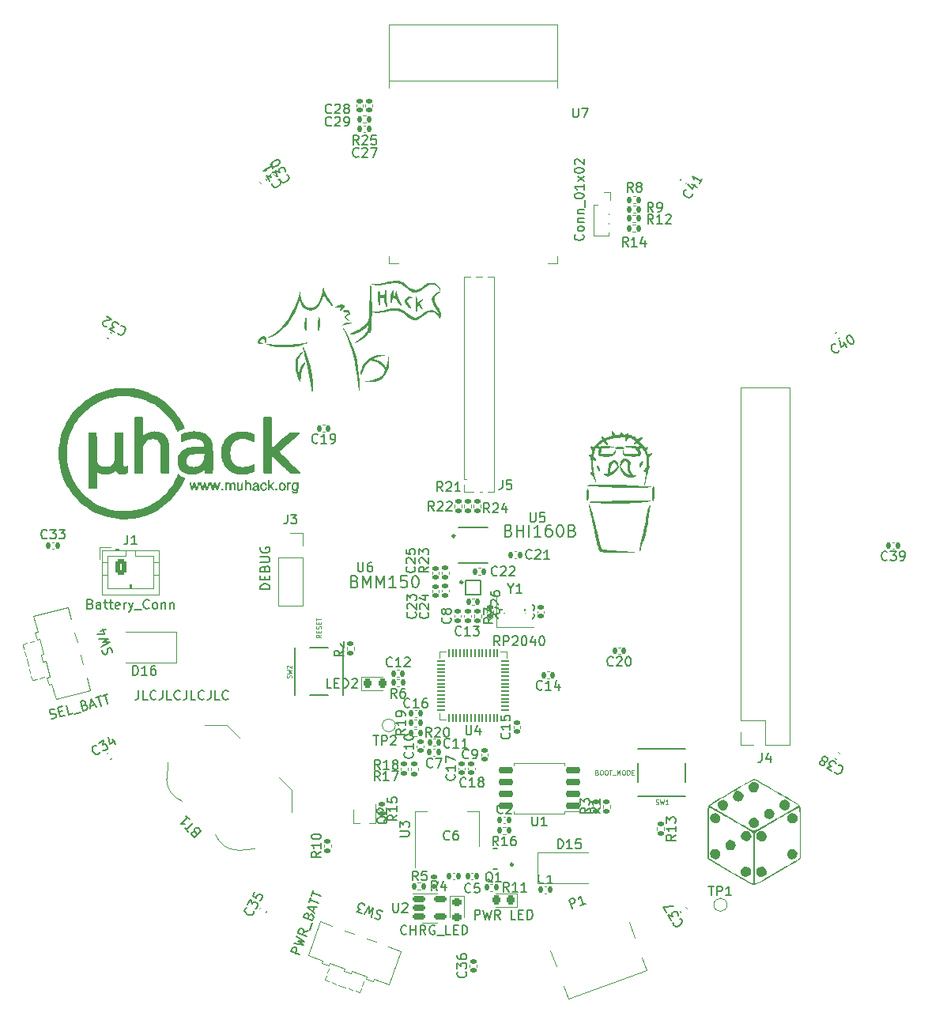
<source format=gbr>
%TF.GenerationSoftware,KiCad,Pcbnew,(6.0.8)*%
%TF.CreationDate,2022-10-25T22:06:49+02:00*%
%TF.ProjectId,Badge_v1,42616467-655f-4763-912e-6b696361645f,rev?*%
%TF.SameCoordinates,Original*%
%TF.FileFunction,Legend,Top*%
%TF.FilePolarity,Positive*%
%FSLAX46Y46*%
G04 Gerber Fmt 4.6, Leading zero omitted, Abs format (unit mm)*
G04 Created by KiCad (PCBNEW (6.0.8)) date 2022-10-25 22:06:49*
%MOMM*%
%LPD*%
G01*
G04 APERTURE LIST*
G04 Aperture macros list*
%AMRoundRect*
0 Rectangle with rounded corners*
0 $1 Rounding radius*
0 $2 $3 $4 $5 $6 $7 $8 $9 X,Y pos of 4 corners*
0 Add a 4 corners polygon primitive as box body*
4,1,4,$2,$3,$4,$5,$6,$7,$8,$9,$2,$3,0*
0 Add four circle primitives for the rounded corners*
1,1,$1+$1,$2,$3*
1,1,$1+$1,$4,$5*
1,1,$1+$1,$6,$7*
1,1,$1+$1,$8,$9*
0 Add four rect primitives between the rounded corners*
20,1,$1+$1,$2,$3,$4,$5,0*
20,1,$1+$1,$4,$5,$6,$7,0*
20,1,$1+$1,$6,$7,$8,$9,0*
20,1,$1+$1,$8,$9,$2,$3,0*%
%AMHorizOval*
0 Thick line with rounded ends*
0 $1 width*
0 $2 $3 position (X,Y) of the first rounded end (center of the circle)*
0 $4 $5 position (X,Y) of the second rounded end (center of the circle)*
0 Add line between two ends*
20,1,$1,$2,$3,$4,$5,0*
0 Add two circle primitives to create the rounded ends*
1,1,$1,$2,$3*
1,1,$1,$4,$5*%
%AMRotRect*
0 Rectangle, with rotation*
0 The origin of the aperture is its center*
0 $1 length*
0 $2 width*
0 $3 Rotation angle, in degrees counterclockwise*
0 Add horizontal line*
21,1,$1,$2,0,0,$3*%
%AMFreePoly0*
4,1,6,0.175000,0.019000,0.175000,-0.100000,-0.175000,-0.100000,-0.175000,0.100000,0.094000,0.100000,0.175000,0.019000,0.175000,0.019000,$1*%
%AMFreePoly1*
4,1,6,0.175000,-0.019000,0.094000,-0.100000,-0.175000,-0.100000,-0.175000,0.100000,0.175000,0.100000,0.175000,-0.019000,0.175000,-0.019000,$1*%
%AMFreePoly2*
4,1,6,0.100000,-0.175000,-0.100000,-0.175000,-0.100000,0.094000,-0.019000,0.175000,0.100000,0.175000,0.100000,-0.175000,0.100000,-0.175000,$1*%
%AMFreePoly3*
4,1,6,0.100000,0.094000,0.100000,-0.175000,-0.100000,-0.175000,-0.100000,0.175000,0.019000,0.175000,0.100000,0.094000,0.100000,0.094000,$1*%
%AMFreePoly4*
4,1,6,0.175000,-0.100000,-0.094000,-0.100000,-0.175000,-0.019000,-0.175000,0.100000,0.175000,0.100000,0.175000,-0.100000,0.175000,-0.100000,$1*%
%AMFreePoly5*
4,1,6,0.175000,-0.100000,-0.175000,-0.100000,-0.175000,0.019000,-0.094000,0.100000,0.175000,0.100000,0.175000,-0.100000,0.175000,-0.100000,$1*%
%AMFreePoly6*
4,1,6,0.100000,-0.094000,0.019000,-0.175000,-0.100000,-0.175000,-0.100000,0.175000,0.100000,0.175000,0.100000,-0.094000,0.100000,-0.094000,$1*%
%AMFreePoly7*
4,1,6,0.100000,-0.175000,-0.019000,-0.175000,-0.100000,-0.094000,-0.100000,0.175000,0.100000,0.175000,0.100000,-0.175000,0.100000,-0.175000,$1*%
G04 Aperture macros list end*
%ADD10C,0.150000*%
%ADD11C,0.120000*%
%ADD12C,0.250000*%
%ADD13C,0.200000*%
%ADD14RoundRect,0.140000X-0.140000X-0.170000X0.140000X-0.170000X0.140000X0.170000X-0.140000X0.170000X0*%
%ADD15C,0.600000*%
%ADD16RotRect,0.600000X1.160000X20.000000*%
%ADD17RotRect,0.300000X1.160000X200.000000*%
%ADD18HorizOval,0.900000X-0.188111X0.516831X0.188111X-0.516831X0*%
%ADD19HorizOval,0.900000X-0.136808X0.375877X0.136808X-0.375877X0*%
%ADD20RoundRect,0.135000X0.135000X0.185000X-0.135000X0.185000X-0.135000X-0.185000X0.135000X-0.185000X0*%
%ADD21RoundRect,0.135000X0.185000X-0.135000X0.185000X0.135000X-0.185000X0.135000X-0.185000X-0.135000X0*%
%ADD22R,1.700000X1.700000*%
%ADD23O,1.700000X1.700000*%
%ADD24RoundRect,0.140000X0.206244X0.077224X-0.036244X0.217224X-0.206244X-0.077224X0.036244X-0.217224X0*%
%ADD25RoundRect,0.140000X-0.170000X0.140000X-0.170000X-0.140000X0.170000X-0.140000X0.170000X0.140000X0*%
%ADD26RoundRect,0.140000X0.140000X0.170000X-0.140000X0.170000X-0.140000X-0.170000X0.140000X-0.170000X0*%
%ADD27RoundRect,0.140000X-0.217224X0.036244X-0.077224X-0.206244X0.217224X-0.036244X0.077224X0.206244X0*%
%ADD28RoundRect,0.050000X0.387500X0.050000X-0.387500X0.050000X-0.387500X-0.050000X0.387500X-0.050000X0*%
%ADD29RoundRect,0.050000X0.050000X0.387500X-0.050000X0.387500X-0.050000X-0.387500X0.050000X-0.387500X0*%
%ADD30R,3.200000X3.200000*%
%ADD31FreePoly0,0.000000*%
%ADD32R,0.350000X0.200000*%
%ADD33FreePoly1,0.000000*%
%ADD34FreePoly2,0.000000*%
%ADD35R,0.200000X0.350000*%
%ADD36FreePoly3,0.000000*%
%ADD37FreePoly4,0.000000*%
%ADD38FreePoly5,0.000000*%
%ADD39FreePoly6,0.000000*%
%ADD40FreePoly7,0.000000*%
%ADD41RoundRect,0.135000X-0.185000X0.135000X-0.185000X-0.135000X0.185000X-0.135000X0.185000X0.135000X0*%
%ADD42RoundRect,0.135000X-0.135000X-0.185000X0.135000X-0.185000X0.135000X0.185000X-0.135000X0.185000X0*%
%ADD43RoundRect,0.218750X-0.218750X-0.256250X0.218750X-0.256250X0.218750X0.256250X-0.218750X0.256250X0*%
%ADD44RotRect,2.500000X5.100000X315.000000*%
%ADD45C,10.200000*%
%ADD46C,0.212500*%
%ADD47RoundRect,0.218750X0.218750X0.256250X-0.218750X0.256250X-0.218750X-0.256250X0.218750X-0.256250X0*%
%ADD48RoundRect,0.140000X-0.036244X-0.217224X0.206244X-0.077224X0.036244X0.217224X-0.206244X0.077224X0*%
%ADD49RoundRect,0.140000X-0.206244X-0.077224X0.036244X-0.217224X0.206244X0.077224X-0.036244X0.217224X0*%
%ADD50R,0.750000X1.000000*%
%ADD51RoundRect,0.140000X0.036244X0.217224X-0.206244X0.077224X-0.036244X-0.217224X0.206244X-0.077224X0*%
%ADD52RoundRect,0.250000X-0.350000X-0.625000X0.350000X-0.625000X0.350000X0.625000X-0.350000X0.625000X0*%
%ADD53O,1.200000X1.750000*%
%ADD54RoundRect,0.140000X0.170000X-0.140000X0.170000X0.140000X-0.170000X0.140000X-0.170000X-0.140000X0*%
%ADD55R,1.000000X1.000000*%
%ADD56O,1.000000X1.000000*%
%ADD57R,1.400000X1.200000*%
%ADD58C,1.000000*%
%ADD59R,1.500000X0.900000*%
%ADD60R,0.900000X1.500000*%
%ADD61R,0.900000X0.900000*%
%ADD62R,2.500000X1.800000*%
%ADD63RoundRect,0.150000X-0.512500X-0.150000X0.512500X-0.150000X0.512500X0.150000X-0.512500X0.150000X0*%
%ADD64R,0.850000X0.850000*%
%ADD65O,0.850000X0.850000*%
%ADD66RoundRect,0.140000X0.077224X-0.206244X0.217224X0.036244X-0.077224X0.206244X-0.217224X-0.036244X0*%
%ADD67RoundRect,0.140000X0.217224X-0.036244X0.077224X0.206244X-0.217224X0.036244X-0.077224X-0.206244X0*%
%ADD68R,1.500000X2.000000*%
%ADD69R,3.800000X2.000000*%
%ADD70R,0.660400X0.406400*%
%ADD71RoundRect,0.140000X-0.077224X0.206244X-0.217224X-0.036244X0.077224X-0.206244X0.217224X0.036244X0*%
%ADD72RoundRect,0.150000X0.650000X0.150000X-0.650000X0.150000X-0.650000X-0.150000X0.650000X-0.150000X0*%
%ADD73RoundRect,0.218750X-0.256250X0.218750X-0.256250X-0.218750X0.256250X-0.218750X0.256250X0.218750X0*%
%ADD74C,0.900000*%
%ADD75RotRect,1.250000X2.500000X340.000000*%
%ADD76R,1.000000X0.750000*%
%ADD77RotRect,1.250000X2.500000X285.000000*%
%ADD78R,0.450000X0.700000*%
G04 APERTURE END LIST*
D10*
X64180952Y-115512380D02*
X64180952Y-116226666D01*
X64133333Y-116369523D01*
X64038095Y-116464761D01*
X63895238Y-116512380D01*
X63800000Y-116512380D01*
X65133333Y-116512380D02*
X64657142Y-116512380D01*
X64657142Y-115512380D01*
X66038095Y-116417142D02*
X65990476Y-116464761D01*
X65847619Y-116512380D01*
X65752380Y-116512380D01*
X65609523Y-116464761D01*
X65514285Y-116369523D01*
X65466666Y-116274285D01*
X65419047Y-116083809D01*
X65419047Y-115940952D01*
X65466666Y-115750476D01*
X65514285Y-115655238D01*
X65609523Y-115560000D01*
X65752380Y-115512380D01*
X65847619Y-115512380D01*
X65990476Y-115560000D01*
X66038095Y-115607619D01*
X66752380Y-115512380D02*
X66752380Y-116226666D01*
X66704761Y-116369523D01*
X66609523Y-116464761D01*
X66466666Y-116512380D01*
X66371428Y-116512380D01*
X67704761Y-116512380D02*
X67228571Y-116512380D01*
X67228571Y-115512380D01*
X68609523Y-116417142D02*
X68561904Y-116464761D01*
X68419047Y-116512380D01*
X68323809Y-116512380D01*
X68180952Y-116464761D01*
X68085714Y-116369523D01*
X68038095Y-116274285D01*
X67990476Y-116083809D01*
X67990476Y-115940952D01*
X68038095Y-115750476D01*
X68085714Y-115655238D01*
X68180952Y-115560000D01*
X68323809Y-115512380D01*
X68419047Y-115512380D01*
X68561904Y-115560000D01*
X68609523Y-115607619D01*
X69323809Y-115512380D02*
X69323809Y-116226666D01*
X69276190Y-116369523D01*
X69180952Y-116464761D01*
X69038095Y-116512380D01*
X68942857Y-116512380D01*
X70276190Y-116512380D02*
X69800000Y-116512380D01*
X69800000Y-115512380D01*
X71180952Y-116417142D02*
X71133333Y-116464761D01*
X70990476Y-116512380D01*
X70895238Y-116512380D01*
X70752380Y-116464761D01*
X70657142Y-116369523D01*
X70609523Y-116274285D01*
X70561904Y-116083809D01*
X70561904Y-115940952D01*
X70609523Y-115750476D01*
X70657142Y-115655238D01*
X70752380Y-115560000D01*
X70895238Y-115512380D01*
X70990476Y-115512380D01*
X71133333Y-115560000D01*
X71180952Y-115607619D01*
X71895238Y-115512380D02*
X71895238Y-116226666D01*
X71847619Y-116369523D01*
X71752380Y-116464761D01*
X71609523Y-116512380D01*
X71514285Y-116512380D01*
X72847619Y-116512380D02*
X72371428Y-116512380D01*
X72371428Y-115512380D01*
X73752380Y-116417142D02*
X73704761Y-116464761D01*
X73561904Y-116512380D01*
X73466666Y-116512380D01*
X73323809Y-116464761D01*
X73228571Y-116369523D01*
X73180952Y-116274285D01*
X73133333Y-116083809D01*
X73133333Y-115940952D01*
X73180952Y-115750476D01*
X73228571Y-115655238D01*
X73323809Y-115560000D01*
X73466666Y-115512380D01*
X73561904Y-115512380D01*
X73704761Y-115560000D01*
X73752380Y-115607619D01*
%TO.C,C16*%
X93207142Y-117267142D02*
X93159523Y-117314761D01*
X93016666Y-117362380D01*
X92921428Y-117362380D01*
X92778571Y-117314761D01*
X92683333Y-117219523D01*
X92635714Y-117124285D01*
X92588095Y-116933809D01*
X92588095Y-116790952D01*
X92635714Y-116600476D01*
X92683333Y-116505238D01*
X92778571Y-116410000D01*
X92921428Y-116362380D01*
X93016666Y-116362380D01*
X93159523Y-116410000D01*
X93207142Y-116457619D01*
X94159523Y-117362380D02*
X93588095Y-117362380D01*
X93873809Y-117362380D02*
X93873809Y-116362380D01*
X93778571Y-116505238D01*
X93683333Y-116600476D01*
X93588095Y-116648095D01*
X95016666Y-116362380D02*
X94826190Y-116362380D01*
X94730952Y-116410000D01*
X94683333Y-116457619D01*
X94588095Y-116600476D01*
X94540476Y-116790952D01*
X94540476Y-117171904D01*
X94588095Y-117267142D01*
X94635714Y-117314761D01*
X94730952Y-117362380D01*
X94921428Y-117362380D01*
X95016666Y-117314761D01*
X95064285Y-117267142D01*
X95111904Y-117171904D01*
X95111904Y-116933809D01*
X95064285Y-116838571D01*
X95016666Y-116790952D01*
X94921428Y-116743333D01*
X94730952Y-116743333D01*
X94635714Y-116790952D01*
X94588095Y-116838571D01*
X94540476Y-116933809D01*
%TO.C,C26*%
X102767142Y-106762857D02*
X102814761Y-106810476D01*
X102862380Y-106953333D01*
X102862380Y-107048571D01*
X102814761Y-107191428D01*
X102719523Y-107286666D01*
X102624285Y-107334285D01*
X102433809Y-107381904D01*
X102290952Y-107381904D01*
X102100476Y-107334285D01*
X102005238Y-107286666D01*
X101910000Y-107191428D01*
X101862380Y-107048571D01*
X101862380Y-106953333D01*
X101910000Y-106810476D01*
X101957619Y-106762857D01*
X101957619Y-106381904D02*
X101910000Y-106334285D01*
X101862380Y-106239047D01*
X101862380Y-106000952D01*
X101910000Y-105905714D01*
X101957619Y-105858095D01*
X102052857Y-105810476D01*
X102148095Y-105810476D01*
X102290952Y-105858095D01*
X102862380Y-106429523D01*
X102862380Y-105810476D01*
X101862380Y-104953333D02*
X101862380Y-105143809D01*
X101910000Y-105239047D01*
X101957619Y-105286666D01*
X102100476Y-105381904D01*
X102290952Y-105429523D01*
X102671904Y-105429523D01*
X102767142Y-105381904D01*
X102814761Y-105334285D01*
X102862380Y-105239047D01*
X102862380Y-105048571D01*
X102814761Y-104953333D01*
X102767142Y-104905714D01*
X102671904Y-104858095D01*
X102433809Y-104858095D01*
X102338571Y-104905714D01*
X102290952Y-104953333D01*
X102243333Y-105048571D01*
X102243333Y-105239047D01*
X102290952Y-105334285D01*
X102338571Y-105381904D01*
X102433809Y-105429523D01*
%TO.C,P1*%
X110614688Y-138861519D02*
X110272668Y-137921826D01*
X110630646Y-137791533D01*
X110736427Y-137803707D01*
X110797461Y-137832167D01*
X110874782Y-137905375D01*
X110923642Y-138039617D01*
X110911468Y-138145398D01*
X110883008Y-138206432D01*
X110809800Y-138283753D01*
X110451822Y-138414046D01*
X112046601Y-138340345D02*
X111509634Y-138535786D01*
X111778117Y-138438065D02*
X111436097Y-137498373D01*
X111395463Y-137665188D01*
X111338541Y-137787256D01*
X111265334Y-137864576D01*
%TO.C,C22*%
X102577142Y-103147142D02*
X102529523Y-103194761D01*
X102386666Y-103242380D01*
X102291428Y-103242380D01*
X102148571Y-103194761D01*
X102053333Y-103099523D01*
X102005714Y-103004285D01*
X101958095Y-102813809D01*
X101958095Y-102670952D01*
X102005714Y-102480476D01*
X102053333Y-102385238D01*
X102148571Y-102290000D01*
X102291428Y-102242380D01*
X102386666Y-102242380D01*
X102529523Y-102290000D01*
X102577142Y-102337619D01*
X102958095Y-102337619D02*
X103005714Y-102290000D01*
X103100952Y-102242380D01*
X103339047Y-102242380D01*
X103434285Y-102290000D01*
X103481904Y-102337619D01*
X103529523Y-102432857D01*
X103529523Y-102528095D01*
X103481904Y-102670952D01*
X102910476Y-103242380D01*
X103529523Y-103242380D01*
X103910476Y-102337619D02*
X103958095Y-102290000D01*
X104053333Y-102242380D01*
X104291428Y-102242380D01*
X104386666Y-102290000D01*
X104434285Y-102337619D01*
X104481904Y-102432857D01*
X104481904Y-102528095D01*
X104434285Y-102670952D01*
X103862857Y-103242380D01*
X104481904Y-103242380D01*
%TO.C,R20*%
X95517142Y-120482380D02*
X95183809Y-120006190D01*
X94945714Y-120482380D02*
X94945714Y-119482380D01*
X95326666Y-119482380D01*
X95421904Y-119530000D01*
X95469523Y-119577619D01*
X95517142Y-119672857D01*
X95517142Y-119815714D01*
X95469523Y-119910952D01*
X95421904Y-119958571D01*
X95326666Y-120006190D01*
X94945714Y-120006190D01*
X95898095Y-119577619D02*
X95945714Y-119530000D01*
X96040952Y-119482380D01*
X96279047Y-119482380D01*
X96374285Y-119530000D01*
X96421904Y-119577619D01*
X96469523Y-119672857D01*
X96469523Y-119768095D01*
X96421904Y-119910952D01*
X95850476Y-120482380D01*
X96469523Y-120482380D01*
X97088571Y-119482380D02*
X97183809Y-119482380D01*
X97279047Y-119530000D01*
X97326666Y-119577619D01*
X97374285Y-119672857D01*
X97421904Y-119863333D01*
X97421904Y-120101428D01*
X97374285Y-120291904D01*
X97326666Y-120387142D01*
X97279047Y-120434761D01*
X97183809Y-120482380D01*
X97088571Y-120482380D01*
X96993333Y-120434761D01*
X96945714Y-120387142D01*
X96898095Y-120291904D01*
X96850476Y-120101428D01*
X96850476Y-119863333D01*
X96898095Y-119672857D01*
X96945714Y-119577619D01*
X96993333Y-119530000D01*
X97088571Y-119482380D01*
%TO.C,R17*%
X90017142Y-125182380D02*
X89683809Y-124706190D01*
X89445714Y-125182380D02*
X89445714Y-124182380D01*
X89826666Y-124182380D01*
X89921904Y-124230000D01*
X89969523Y-124277619D01*
X90017142Y-124372857D01*
X90017142Y-124515714D01*
X89969523Y-124610952D01*
X89921904Y-124658571D01*
X89826666Y-124706190D01*
X89445714Y-124706190D01*
X90969523Y-125182380D02*
X90398095Y-125182380D01*
X90683809Y-125182380D02*
X90683809Y-124182380D01*
X90588571Y-124325238D01*
X90493333Y-124420476D01*
X90398095Y-124468095D01*
X91302857Y-124182380D02*
X91969523Y-124182380D01*
X91540952Y-125182380D01*
%TO.C,J3*%
X80101666Y-96682380D02*
X80101666Y-97396666D01*
X80054047Y-97539523D01*
X79958809Y-97634761D01*
X79815952Y-97682380D01*
X79720714Y-97682380D01*
X80482619Y-96682380D02*
X81101666Y-96682380D01*
X80768333Y-97063333D01*
X80911190Y-97063333D01*
X81006428Y-97110952D01*
X81054047Y-97158571D01*
X81101666Y-97253809D01*
X81101666Y-97491904D01*
X81054047Y-97587142D01*
X81006428Y-97634761D01*
X80911190Y-97682380D01*
X80625476Y-97682380D01*
X80530238Y-97634761D01*
X80482619Y-97587142D01*
X78222380Y-104688095D02*
X77222380Y-104688095D01*
X77222380Y-104450000D01*
X77270000Y-104307142D01*
X77365238Y-104211904D01*
X77460476Y-104164285D01*
X77650952Y-104116666D01*
X77793809Y-104116666D01*
X77984285Y-104164285D01*
X78079523Y-104211904D01*
X78174761Y-104307142D01*
X78222380Y-104450000D01*
X78222380Y-104688095D01*
X77698571Y-103688095D02*
X77698571Y-103354761D01*
X78222380Y-103211904D02*
X78222380Y-103688095D01*
X77222380Y-103688095D01*
X77222380Y-103211904D01*
X77698571Y-102450000D02*
X77746190Y-102307142D01*
X77793809Y-102259523D01*
X77889047Y-102211904D01*
X78031904Y-102211904D01*
X78127142Y-102259523D01*
X78174761Y-102307142D01*
X78222380Y-102402380D01*
X78222380Y-102783333D01*
X77222380Y-102783333D01*
X77222380Y-102450000D01*
X77270000Y-102354761D01*
X77317619Y-102307142D01*
X77412857Y-102259523D01*
X77508095Y-102259523D01*
X77603333Y-102307142D01*
X77650952Y-102354761D01*
X77698571Y-102450000D01*
X77698571Y-102783333D01*
X77222380Y-101783333D02*
X78031904Y-101783333D01*
X78127142Y-101735714D01*
X78174761Y-101688095D01*
X78222380Y-101592857D01*
X78222380Y-101402380D01*
X78174761Y-101307142D01*
X78127142Y-101259523D01*
X78031904Y-101211904D01*
X77222380Y-101211904D01*
X77270000Y-100211904D02*
X77222380Y-100307142D01*
X77222380Y-100450000D01*
X77270000Y-100592857D01*
X77365238Y-100688095D01*
X77460476Y-100735714D01*
X77650952Y-100783333D01*
X77793809Y-100783333D01*
X77984285Y-100735714D01*
X78079523Y-100688095D01*
X78174761Y-100592857D01*
X78222380Y-100450000D01*
X78222380Y-100354761D01*
X78174761Y-100211904D01*
X78127142Y-100164285D01*
X77793809Y-100164285D01*
X77793809Y-100354761D01*
%TO.C,C38*%
X139155302Y-123516722D02*
X139220350Y-123499293D01*
X139367878Y-123529482D01*
X139450356Y-123577101D01*
X139550265Y-123689769D01*
X139585124Y-123819866D01*
X139578745Y-123926154D01*
X139524746Y-124114921D01*
X139453317Y-124238639D01*
X139316840Y-124379787D01*
X139227982Y-124438456D01*
X139097884Y-124473315D01*
X138950356Y-124443126D01*
X138867878Y-124395507D01*
X138767969Y-124282839D01*
X138750540Y-124217790D01*
X138414245Y-124133602D02*
X137878134Y-123824079D01*
X138357286Y-123660831D01*
X138233568Y-123589402D01*
X138174899Y-123500544D01*
X138157469Y-123435495D01*
X138163849Y-123329207D01*
X138282896Y-123123010D01*
X138371755Y-123064341D01*
X138436804Y-123046912D01*
X138543092Y-123053291D01*
X138790528Y-123196148D01*
X138849197Y-123285007D01*
X138866626Y-123350056D01*
X137597549Y-123167211D02*
X137656218Y-123256069D01*
X137673647Y-123321118D01*
X137667268Y-123427406D01*
X137643458Y-123468645D01*
X137554600Y-123527314D01*
X137489551Y-123544744D01*
X137383263Y-123538364D01*
X137218306Y-123443126D01*
X137159637Y-123354268D01*
X137142207Y-123289219D01*
X137148586Y-123182931D01*
X137172396Y-123141692D01*
X137261254Y-123083023D01*
X137326303Y-123065593D01*
X137432591Y-123071972D01*
X137597549Y-123167211D01*
X137703837Y-123173590D01*
X137768886Y-123156161D01*
X137857744Y-123097491D01*
X137952982Y-122932534D01*
X137959362Y-122826246D01*
X137941932Y-122761197D01*
X137883263Y-122672339D01*
X137718306Y-122577101D01*
X137612017Y-122570721D01*
X137546969Y-122588151D01*
X137458110Y-122646820D01*
X137362872Y-122811777D01*
X137356492Y-122918065D01*
X137373922Y-122983114D01*
X137432591Y-123071972D01*
%TO.C,C10*%
X93497142Y-122152857D02*
X93544761Y-122200476D01*
X93592380Y-122343333D01*
X93592380Y-122438571D01*
X93544761Y-122581428D01*
X93449523Y-122676666D01*
X93354285Y-122724285D01*
X93163809Y-122771904D01*
X93020952Y-122771904D01*
X92830476Y-122724285D01*
X92735238Y-122676666D01*
X92640000Y-122581428D01*
X92592380Y-122438571D01*
X92592380Y-122343333D01*
X92640000Y-122200476D01*
X92687619Y-122152857D01*
X93592380Y-121200476D02*
X93592380Y-121771904D01*
X93592380Y-121486190D02*
X92592380Y-121486190D01*
X92735238Y-121581428D01*
X92830476Y-121676666D01*
X92878095Y-121771904D01*
X92592380Y-120581428D02*
X92592380Y-120486190D01*
X92640000Y-120390952D01*
X92687619Y-120343333D01*
X92782857Y-120295714D01*
X92973333Y-120248095D01*
X93211428Y-120248095D01*
X93401904Y-120295714D01*
X93497142Y-120343333D01*
X93544761Y-120390952D01*
X93592380Y-120486190D01*
X93592380Y-120581428D01*
X93544761Y-120676666D01*
X93497142Y-120724285D01*
X93401904Y-120771904D01*
X93211428Y-120819523D01*
X92973333Y-120819523D01*
X92782857Y-120771904D01*
X92687619Y-120724285D01*
X92640000Y-120676666D01*
X92592380Y-120581428D01*
%TO.C,C39*%
X144357142Y-101517142D02*
X144309523Y-101564761D01*
X144166666Y-101612380D01*
X144071428Y-101612380D01*
X143928571Y-101564761D01*
X143833333Y-101469523D01*
X143785714Y-101374285D01*
X143738095Y-101183809D01*
X143738095Y-101040952D01*
X143785714Y-100850476D01*
X143833333Y-100755238D01*
X143928571Y-100660000D01*
X144071428Y-100612380D01*
X144166666Y-100612380D01*
X144309523Y-100660000D01*
X144357142Y-100707619D01*
X144690476Y-100612380D02*
X145309523Y-100612380D01*
X144976190Y-100993333D01*
X145119047Y-100993333D01*
X145214285Y-101040952D01*
X145261904Y-101088571D01*
X145309523Y-101183809D01*
X145309523Y-101421904D01*
X145261904Y-101517142D01*
X145214285Y-101564761D01*
X145119047Y-101612380D01*
X144833333Y-101612380D01*
X144738095Y-101564761D01*
X144690476Y-101517142D01*
X145785714Y-101612380D02*
X145976190Y-101612380D01*
X146071428Y-101564761D01*
X146119047Y-101517142D01*
X146214285Y-101374285D01*
X146261904Y-101183809D01*
X146261904Y-100802857D01*
X146214285Y-100707619D01*
X146166666Y-100660000D01*
X146071428Y-100612380D01*
X145880952Y-100612380D01*
X145785714Y-100660000D01*
X145738095Y-100707619D01*
X145690476Y-100802857D01*
X145690476Y-101040952D01*
X145738095Y-101136190D01*
X145785714Y-101183809D01*
X145880952Y-101231428D01*
X146071428Y-101231428D01*
X146166666Y-101183809D01*
X146214285Y-101136190D01*
X146261904Y-101040952D01*
%TO.C,R6*%
X91803333Y-116312380D02*
X91470000Y-115836190D01*
X91231904Y-116312380D02*
X91231904Y-115312380D01*
X91612857Y-115312380D01*
X91708095Y-115360000D01*
X91755714Y-115407619D01*
X91803333Y-115502857D01*
X91803333Y-115645714D01*
X91755714Y-115740952D01*
X91708095Y-115788571D01*
X91612857Y-115836190D01*
X91231904Y-115836190D01*
X92660476Y-115312380D02*
X92470000Y-115312380D01*
X92374761Y-115360000D01*
X92327142Y-115407619D01*
X92231904Y-115550476D01*
X92184285Y-115740952D01*
X92184285Y-116121904D01*
X92231904Y-116217142D01*
X92279523Y-116264761D01*
X92374761Y-116312380D01*
X92565238Y-116312380D01*
X92660476Y-116264761D01*
X92708095Y-116217142D01*
X92755714Y-116121904D01*
X92755714Y-115883809D01*
X92708095Y-115788571D01*
X92660476Y-115740952D01*
X92565238Y-115693333D01*
X92374761Y-115693333D01*
X92279523Y-115740952D01*
X92231904Y-115788571D01*
X92184285Y-115883809D01*
%TO.C,C30*%
X80025312Y-60288159D02*
X80090361Y-60305588D01*
X80203029Y-60405497D01*
X80250648Y-60487975D01*
X80280837Y-60635503D01*
X80245977Y-60765601D01*
X80187308Y-60854459D01*
X80046161Y-60990936D01*
X79922443Y-61062365D01*
X79733676Y-61116364D01*
X79627388Y-61122743D01*
X79497290Y-61087884D01*
X79384622Y-60987975D01*
X79337003Y-60905497D01*
X79306814Y-60757969D01*
X79324244Y-60692921D01*
X79075098Y-60451865D02*
X78765575Y-59915754D01*
X79262156Y-60013952D01*
X79190727Y-59890235D01*
X79184347Y-59783946D01*
X79201777Y-59718898D01*
X79260446Y-59630039D01*
X79466643Y-59510992D01*
X79572931Y-59504612D01*
X79637980Y-59522042D01*
X79726838Y-59580711D01*
X79869695Y-59828147D01*
X79876075Y-59934435D01*
X79858645Y-59999484D01*
X78456051Y-59379643D02*
X78408432Y-59297164D01*
X78402052Y-59190876D01*
X78419482Y-59125827D01*
X78478151Y-59036969D01*
X78619299Y-58900491D01*
X78825495Y-58781444D01*
X79014262Y-58727445D01*
X79120550Y-58721065D01*
X79185599Y-58738495D01*
X79274457Y-58797164D01*
X79322076Y-58879643D01*
X79328456Y-58985931D01*
X79311026Y-59050980D01*
X79252357Y-59139838D01*
X79111209Y-59276315D01*
X78905013Y-59395363D01*
X78716246Y-59449362D01*
X78609958Y-59455741D01*
X78544909Y-59438312D01*
X78456051Y-59379643D01*
%TO.C,U4*%
X99238095Y-119272380D02*
X99238095Y-120081904D01*
X99285714Y-120177142D01*
X99333333Y-120224761D01*
X99428571Y-120272380D01*
X99619047Y-120272380D01*
X99714285Y-120224761D01*
X99761904Y-120177142D01*
X99809523Y-120081904D01*
X99809523Y-119272380D01*
X100714285Y-119605714D02*
X100714285Y-120272380D01*
X100476190Y-119224761D02*
X100238095Y-119939047D01*
X100857142Y-119939047D01*
X102844761Y-110702380D02*
X102511428Y-110226190D01*
X102273333Y-110702380D02*
X102273333Y-109702380D01*
X102654285Y-109702380D01*
X102749523Y-109750000D01*
X102797142Y-109797619D01*
X102844761Y-109892857D01*
X102844761Y-110035714D01*
X102797142Y-110130952D01*
X102749523Y-110178571D01*
X102654285Y-110226190D01*
X102273333Y-110226190D01*
X103273333Y-110702380D02*
X103273333Y-109702380D01*
X103654285Y-109702380D01*
X103749523Y-109750000D01*
X103797142Y-109797619D01*
X103844761Y-109892857D01*
X103844761Y-110035714D01*
X103797142Y-110130952D01*
X103749523Y-110178571D01*
X103654285Y-110226190D01*
X103273333Y-110226190D01*
X104225714Y-109797619D02*
X104273333Y-109750000D01*
X104368571Y-109702380D01*
X104606666Y-109702380D01*
X104701904Y-109750000D01*
X104749523Y-109797619D01*
X104797142Y-109892857D01*
X104797142Y-109988095D01*
X104749523Y-110130952D01*
X104178095Y-110702380D01*
X104797142Y-110702380D01*
X105416190Y-109702380D02*
X105511428Y-109702380D01*
X105606666Y-109750000D01*
X105654285Y-109797619D01*
X105701904Y-109892857D01*
X105749523Y-110083333D01*
X105749523Y-110321428D01*
X105701904Y-110511904D01*
X105654285Y-110607142D01*
X105606666Y-110654761D01*
X105511428Y-110702380D01*
X105416190Y-110702380D01*
X105320952Y-110654761D01*
X105273333Y-110607142D01*
X105225714Y-110511904D01*
X105178095Y-110321428D01*
X105178095Y-110083333D01*
X105225714Y-109892857D01*
X105273333Y-109797619D01*
X105320952Y-109750000D01*
X105416190Y-109702380D01*
X106606666Y-110035714D02*
X106606666Y-110702380D01*
X106368571Y-109654761D02*
X106130476Y-110369047D01*
X106749523Y-110369047D01*
X107320952Y-109702380D02*
X107416190Y-109702380D01*
X107511428Y-109750000D01*
X107559047Y-109797619D01*
X107606666Y-109892857D01*
X107654285Y-110083333D01*
X107654285Y-110321428D01*
X107606666Y-110511904D01*
X107559047Y-110607142D01*
X107511428Y-110654761D01*
X107416190Y-110702380D01*
X107320952Y-110702380D01*
X107225714Y-110654761D01*
X107178095Y-110607142D01*
X107130476Y-110511904D01*
X107082857Y-110321428D01*
X107082857Y-110083333D01*
X107130476Y-109892857D01*
X107178095Y-109797619D01*
X107225714Y-109750000D01*
X107320952Y-109702380D01*
%TO.C,C33*%
X54357142Y-99197142D02*
X54309523Y-99244761D01*
X54166666Y-99292380D01*
X54071428Y-99292380D01*
X53928571Y-99244761D01*
X53833333Y-99149523D01*
X53785714Y-99054285D01*
X53738095Y-98863809D01*
X53738095Y-98720952D01*
X53785714Y-98530476D01*
X53833333Y-98435238D01*
X53928571Y-98340000D01*
X54071428Y-98292380D01*
X54166666Y-98292380D01*
X54309523Y-98340000D01*
X54357142Y-98387619D01*
X54690476Y-98292380D02*
X55309523Y-98292380D01*
X54976190Y-98673333D01*
X55119047Y-98673333D01*
X55214285Y-98720952D01*
X55261904Y-98768571D01*
X55309523Y-98863809D01*
X55309523Y-99101904D01*
X55261904Y-99197142D01*
X55214285Y-99244761D01*
X55119047Y-99292380D01*
X54833333Y-99292380D01*
X54738095Y-99244761D01*
X54690476Y-99197142D01*
X55642857Y-98292380D02*
X56261904Y-98292380D01*
X55928571Y-98673333D01*
X56071428Y-98673333D01*
X56166666Y-98720952D01*
X56214285Y-98768571D01*
X56261904Y-98863809D01*
X56261904Y-99101904D01*
X56214285Y-99197142D01*
X56166666Y-99244761D01*
X56071428Y-99292380D01*
X55785714Y-99292380D01*
X55690476Y-99244761D01*
X55642857Y-99197142D01*
%TO.C,U5*%
X106125595Y-96492380D02*
X106125595Y-97301904D01*
X106173214Y-97397142D01*
X106220833Y-97444761D01*
X106316071Y-97492380D01*
X106506547Y-97492380D01*
X106601785Y-97444761D01*
X106649404Y-97397142D01*
X106697023Y-97301904D01*
X106697023Y-96492380D01*
X107649404Y-96492380D02*
X107173214Y-96492380D01*
X107125595Y-96968571D01*
X107173214Y-96920952D01*
X107268452Y-96873333D01*
X107506547Y-96873333D01*
X107601785Y-96920952D01*
X107649404Y-96968571D01*
X107697023Y-97063809D01*
X107697023Y-97301904D01*
X107649404Y-97397142D01*
X107601785Y-97444761D01*
X107506547Y-97492380D01*
X107268452Y-97492380D01*
X107173214Y-97444761D01*
X107125595Y-97397142D01*
X103813809Y-98389285D02*
X103995238Y-98449761D01*
X104055714Y-98510238D01*
X104116190Y-98631190D01*
X104116190Y-98812619D01*
X104055714Y-98933571D01*
X103995238Y-98994047D01*
X103874285Y-99054523D01*
X103390476Y-99054523D01*
X103390476Y-97784523D01*
X103813809Y-97784523D01*
X103934761Y-97845000D01*
X103995238Y-97905476D01*
X104055714Y-98026428D01*
X104055714Y-98147380D01*
X103995238Y-98268333D01*
X103934761Y-98328809D01*
X103813809Y-98389285D01*
X103390476Y-98389285D01*
X104660476Y-99054523D02*
X104660476Y-97784523D01*
X104660476Y-98389285D02*
X105386190Y-98389285D01*
X105386190Y-99054523D02*
X105386190Y-97784523D01*
X105990952Y-99054523D02*
X105990952Y-97784523D01*
X107260952Y-99054523D02*
X106535238Y-99054523D01*
X106898095Y-99054523D02*
X106898095Y-97784523D01*
X106777142Y-97965952D01*
X106656190Y-98086904D01*
X106535238Y-98147380D01*
X108349523Y-97784523D02*
X108107619Y-97784523D01*
X107986666Y-97845000D01*
X107926190Y-97905476D01*
X107805238Y-98086904D01*
X107744761Y-98328809D01*
X107744761Y-98812619D01*
X107805238Y-98933571D01*
X107865714Y-98994047D01*
X107986666Y-99054523D01*
X108228571Y-99054523D01*
X108349523Y-98994047D01*
X108410000Y-98933571D01*
X108470476Y-98812619D01*
X108470476Y-98510238D01*
X108410000Y-98389285D01*
X108349523Y-98328809D01*
X108228571Y-98268333D01*
X107986666Y-98268333D01*
X107865714Y-98328809D01*
X107805238Y-98389285D01*
X107744761Y-98510238D01*
X109256666Y-97784523D02*
X109377619Y-97784523D01*
X109498571Y-97845000D01*
X109559047Y-97905476D01*
X109619523Y-98026428D01*
X109680000Y-98268333D01*
X109680000Y-98570714D01*
X109619523Y-98812619D01*
X109559047Y-98933571D01*
X109498571Y-98994047D01*
X109377619Y-99054523D01*
X109256666Y-99054523D01*
X109135714Y-98994047D01*
X109075238Y-98933571D01*
X109014761Y-98812619D01*
X108954285Y-98570714D01*
X108954285Y-98268333D01*
X109014761Y-98026428D01*
X109075238Y-97905476D01*
X109135714Y-97845000D01*
X109256666Y-97784523D01*
X110647619Y-98389285D02*
X110829047Y-98449761D01*
X110889523Y-98510238D01*
X110950000Y-98631190D01*
X110950000Y-98812619D01*
X110889523Y-98933571D01*
X110829047Y-98994047D01*
X110708095Y-99054523D01*
X110224285Y-99054523D01*
X110224285Y-97784523D01*
X110647619Y-97784523D01*
X110768571Y-97845000D01*
X110829047Y-97905476D01*
X110889523Y-98026428D01*
X110889523Y-98147380D01*
X110829047Y-98268333D01*
X110768571Y-98328809D01*
X110647619Y-98389285D01*
X110224285Y-98389285D01*
%TO.C,R15*%
X91852380Y-128862857D02*
X91376190Y-129196190D01*
X91852380Y-129434285D02*
X90852380Y-129434285D01*
X90852380Y-129053333D01*
X90900000Y-128958095D01*
X90947619Y-128910476D01*
X91042857Y-128862857D01*
X91185714Y-128862857D01*
X91280952Y-128910476D01*
X91328571Y-128958095D01*
X91376190Y-129053333D01*
X91376190Y-129434285D01*
X91852380Y-127910476D02*
X91852380Y-128481904D01*
X91852380Y-128196190D02*
X90852380Y-128196190D01*
X90995238Y-128291428D01*
X91090476Y-128386666D01*
X91138095Y-128481904D01*
X90852380Y-127005714D02*
X90852380Y-127481904D01*
X91328571Y-127529523D01*
X91280952Y-127481904D01*
X91233333Y-127386666D01*
X91233333Y-127148571D01*
X91280952Y-127053333D01*
X91328571Y-127005714D01*
X91423809Y-126958095D01*
X91661904Y-126958095D01*
X91757142Y-127005714D01*
X91804761Y-127053333D01*
X91852380Y-127148571D01*
X91852380Y-127386666D01*
X91804761Y-127481904D01*
X91757142Y-127529523D01*
%TO.C,R9*%
X119293333Y-64282380D02*
X118960000Y-63806190D01*
X118721904Y-64282380D02*
X118721904Y-63282380D01*
X119102857Y-63282380D01*
X119198095Y-63330000D01*
X119245714Y-63377619D01*
X119293333Y-63472857D01*
X119293333Y-63615714D01*
X119245714Y-63710952D01*
X119198095Y-63758571D01*
X119102857Y-63806190D01*
X118721904Y-63806190D01*
X119769523Y-64282380D02*
X119960000Y-64282380D01*
X120055238Y-64234761D01*
X120102857Y-64187142D01*
X120198095Y-64044285D01*
X120245714Y-63853809D01*
X120245714Y-63472857D01*
X120198095Y-63377619D01*
X120150476Y-63330000D01*
X120055238Y-63282380D01*
X119864761Y-63282380D01*
X119769523Y-63330000D01*
X119721904Y-63377619D01*
X119674285Y-63472857D01*
X119674285Y-63710952D01*
X119721904Y-63806190D01*
X119769523Y-63853809D01*
X119864761Y-63901428D01*
X120055238Y-63901428D01*
X120150476Y-63853809D01*
X120198095Y-63806190D01*
X120245714Y-63710952D01*
%TO.C,R19*%
X92722380Y-119652857D02*
X92246190Y-119986190D01*
X92722380Y-120224285D02*
X91722380Y-120224285D01*
X91722380Y-119843333D01*
X91770000Y-119748095D01*
X91817619Y-119700476D01*
X91912857Y-119652857D01*
X92055714Y-119652857D01*
X92150952Y-119700476D01*
X92198571Y-119748095D01*
X92246190Y-119843333D01*
X92246190Y-120224285D01*
X92722380Y-118700476D02*
X92722380Y-119271904D01*
X92722380Y-118986190D02*
X91722380Y-118986190D01*
X91865238Y-119081428D01*
X91960476Y-119176666D01*
X92008095Y-119271904D01*
X92722380Y-118224285D02*
X92722380Y-118033809D01*
X92674761Y-117938571D01*
X92627142Y-117890952D01*
X92484285Y-117795714D01*
X92293809Y-117748095D01*
X91912857Y-117748095D01*
X91817619Y-117795714D01*
X91770000Y-117843333D01*
X91722380Y-117938571D01*
X91722380Y-118129047D01*
X91770000Y-118224285D01*
X91817619Y-118271904D01*
X91912857Y-118319523D01*
X92150952Y-118319523D01*
X92246190Y-118271904D01*
X92293809Y-118224285D01*
X92341428Y-118129047D01*
X92341428Y-117938571D01*
X92293809Y-117843333D01*
X92246190Y-117795714D01*
X92150952Y-117748095D01*
%TO.C,C14*%
X107397142Y-115377142D02*
X107349523Y-115424761D01*
X107206666Y-115472380D01*
X107111428Y-115472380D01*
X106968571Y-115424761D01*
X106873333Y-115329523D01*
X106825714Y-115234285D01*
X106778095Y-115043809D01*
X106778095Y-114900952D01*
X106825714Y-114710476D01*
X106873333Y-114615238D01*
X106968571Y-114520000D01*
X107111428Y-114472380D01*
X107206666Y-114472380D01*
X107349523Y-114520000D01*
X107397142Y-114567619D01*
X108349523Y-115472380D02*
X107778095Y-115472380D01*
X108063809Y-115472380D02*
X108063809Y-114472380D01*
X107968571Y-114615238D01*
X107873333Y-114710476D01*
X107778095Y-114758095D01*
X109206666Y-114805714D02*
X109206666Y-115472380D01*
X108968571Y-114424761D02*
X108730476Y-115139047D01*
X109349523Y-115139047D01*
%TO.C,LED2*%
X84820952Y-115252380D02*
X84344761Y-115252380D01*
X84344761Y-114252380D01*
X85154285Y-114728571D02*
X85487619Y-114728571D01*
X85630476Y-115252380D02*
X85154285Y-115252380D01*
X85154285Y-114252380D01*
X85630476Y-114252380D01*
X86059047Y-115252380D02*
X86059047Y-114252380D01*
X86297142Y-114252380D01*
X86440000Y-114300000D01*
X86535238Y-114395238D01*
X86582857Y-114490476D01*
X86630476Y-114680952D01*
X86630476Y-114823809D01*
X86582857Y-115014285D01*
X86535238Y-115109523D01*
X86440000Y-115204761D01*
X86297142Y-115252380D01*
X86059047Y-115252380D01*
X87011428Y-114347619D02*
X87059047Y-114300000D01*
X87154285Y-114252380D01*
X87392380Y-114252380D01*
X87487619Y-114300000D01*
X87535238Y-114347619D01*
X87582857Y-114442857D01*
X87582857Y-114538095D01*
X87535238Y-114680952D01*
X86963809Y-115252380D01*
X87582857Y-115252380D01*
%TO.C,BT1*%
X70212435Y-130678732D02*
X70145091Y-130544045D01*
X70145091Y-130476702D01*
X70178763Y-130375686D01*
X70279778Y-130274671D01*
X70380794Y-130240999D01*
X70448137Y-130240999D01*
X70549152Y-130274671D01*
X70818526Y-130544045D01*
X70111420Y-131251152D01*
X69875717Y-131015450D01*
X69842046Y-130914434D01*
X69842046Y-130847091D01*
X69875717Y-130746076D01*
X69943061Y-130678732D01*
X70044076Y-130645060D01*
X70111420Y-130645060D01*
X70212435Y-130678732D01*
X70448137Y-130914434D01*
X69505328Y-130645060D02*
X69101267Y-130240999D01*
X70010404Y-129735923D02*
X69303297Y-130443030D01*
X69202282Y-128927801D02*
X69606343Y-129331862D01*
X69404313Y-129129831D02*
X68697206Y-129836938D01*
X68865565Y-129803266D01*
X69000252Y-129803266D01*
X69101267Y-129836938D01*
%TO.C,R24*%
X101737142Y-96482380D02*
X101403809Y-96006190D01*
X101165714Y-96482380D02*
X101165714Y-95482380D01*
X101546666Y-95482380D01*
X101641904Y-95530000D01*
X101689523Y-95577619D01*
X101737142Y-95672857D01*
X101737142Y-95815714D01*
X101689523Y-95910952D01*
X101641904Y-95958571D01*
X101546666Y-96006190D01*
X101165714Y-96006190D01*
X102118095Y-95577619D02*
X102165714Y-95530000D01*
X102260952Y-95482380D01*
X102499047Y-95482380D01*
X102594285Y-95530000D01*
X102641904Y-95577619D01*
X102689523Y-95672857D01*
X102689523Y-95768095D01*
X102641904Y-95910952D01*
X102070476Y-96482380D01*
X102689523Y-96482380D01*
X103546666Y-95815714D02*
X103546666Y-96482380D01*
X103308571Y-95434761D02*
X103070476Y-96149047D01*
X103689523Y-96149047D01*
%TO.C,U6*%
X87655595Y-101792380D02*
X87655595Y-102601904D01*
X87703214Y-102697142D01*
X87750833Y-102744761D01*
X87846071Y-102792380D01*
X88036547Y-102792380D01*
X88131785Y-102744761D01*
X88179404Y-102697142D01*
X88227023Y-102601904D01*
X88227023Y-101792380D01*
X89131785Y-101792380D02*
X88941309Y-101792380D01*
X88846071Y-101840000D01*
X88798452Y-101887619D01*
X88703214Y-102030476D01*
X88655595Y-102220952D01*
X88655595Y-102601904D01*
X88703214Y-102697142D01*
X88750833Y-102744761D01*
X88846071Y-102792380D01*
X89036547Y-102792380D01*
X89131785Y-102744761D01*
X89179404Y-102697142D01*
X89227023Y-102601904D01*
X89227023Y-102363809D01*
X89179404Y-102268571D01*
X89131785Y-102220952D01*
X89036547Y-102173333D01*
X88846071Y-102173333D01*
X88750833Y-102220952D01*
X88703214Y-102268571D01*
X88655595Y-102363809D01*
X87325000Y-103849285D02*
X87506428Y-103909761D01*
X87566904Y-103970238D01*
X87627380Y-104091190D01*
X87627380Y-104272619D01*
X87566904Y-104393571D01*
X87506428Y-104454047D01*
X87385476Y-104514523D01*
X86901666Y-104514523D01*
X86901666Y-103244523D01*
X87325000Y-103244523D01*
X87445952Y-103305000D01*
X87506428Y-103365476D01*
X87566904Y-103486428D01*
X87566904Y-103607380D01*
X87506428Y-103728333D01*
X87445952Y-103788809D01*
X87325000Y-103849285D01*
X86901666Y-103849285D01*
X88171666Y-104514523D02*
X88171666Y-103244523D01*
X88595000Y-104151666D01*
X89018333Y-103244523D01*
X89018333Y-104514523D01*
X89623095Y-104514523D02*
X89623095Y-103244523D01*
X90046428Y-104151666D01*
X90469761Y-103244523D01*
X90469761Y-104514523D01*
X91739761Y-104514523D02*
X91014047Y-104514523D01*
X91376904Y-104514523D02*
X91376904Y-103244523D01*
X91255952Y-103425952D01*
X91135000Y-103546904D01*
X91014047Y-103607380D01*
X92888809Y-103244523D02*
X92284047Y-103244523D01*
X92223571Y-103849285D01*
X92284047Y-103788809D01*
X92405000Y-103728333D01*
X92707380Y-103728333D01*
X92828333Y-103788809D01*
X92888809Y-103849285D01*
X92949285Y-103970238D01*
X92949285Y-104272619D01*
X92888809Y-104393571D01*
X92828333Y-104454047D01*
X92707380Y-104514523D01*
X92405000Y-104514523D01*
X92284047Y-104454047D01*
X92223571Y-104393571D01*
X93735476Y-103244523D02*
X93856428Y-103244523D01*
X93977380Y-103305000D01*
X94037857Y-103365476D01*
X94098333Y-103486428D01*
X94158809Y-103728333D01*
X94158809Y-104030714D01*
X94098333Y-104272619D01*
X94037857Y-104393571D01*
X93977380Y-104454047D01*
X93856428Y-104514523D01*
X93735476Y-104514523D01*
X93614523Y-104454047D01*
X93554047Y-104393571D01*
X93493571Y-104272619D01*
X93433095Y-104030714D01*
X93433095Y-103728333D01*
X93493571Y-103486428D01*
X93554047Y-103365476D01*
X93614523Y-103305000D01*
X93735476Y-103244523D01*
%TO.C,LED3*%
X100188571Y-140022380D02*
X100188571Y-139022380D01*
X100569523Y-139022380D01*
X100664761Y-139070000D01*
X100712380Y-139117619D01*
X100760000Y-139212857D01*
X100760000Y-139355714D01*
X100712380Y-139450952D01*
X100664761Y-139498571D01*
X100569523Y-139546190D01*
X100188571Y-139546190D01*
X101093333Y-139022380D02*
X101331428Y-140022380D01*
X101521904Y-139308095D01*
X101712380Y-140022380D01*
X101950476Y-139022380D01*
X102902857Y-140022380D02*
X102569523Y-139546190D01*
X102331428Y-140022380D02*
X102331428Y-139022380D01*
X102712380Y-139022380D01*
X102807619Y-139070000D01*
X102855238Y-139117619D01*
X102902857Y-139212857D01*
X102902857Y-139355714D01*
X102855238Y-139450952D01*
X102807619Y-139498571D01*
X102712380Y-139546190D01*
X102331428Y-139546190D01*
X104569523Y-140022380D02*
X104093333Y-140022380D01*
X104093333Y-139022380D01*
X104902857Y-139498571D02*
X105236190Y-139498571D01*
X105379047Y-140022380D02*
X104902857Y-140022380D01*
X104902857Y-139022380D01*
X105379047Y-139022380D01*
X105807619Y-140022380D02*
X105807619Y-139022380D01*
X106045714Y-139022380D01*
X106188571Y-139070000D01*
X106283809Y-139165238D01*
X106331428Y-139260476D01*
X106379047Y-139450952D01*
X106379047Y-139593809D01*
X106331428Y-139784285D01*
X106283809Y-139879523D01*
X106188571Y-139974761D01*
X106045714Y-140022380D01*
X105807619Y-140022380D01*
%TO.C,C34*%
X60041840Y-122126134D02*
X60024411Y-122191183D01*
X59924502Y-122303851D01*
X59842024Y-122351470D01*
X59694496Y-122381659D01*
X59564398Y-122346799D01*
X59475540Y-122288130D01*
X59339063Y-122146983D01*
X59267634Y-122023265D01*
X59213635Y-121834498D01*
X59207256Y-121728210D01*
X59242115Y-121598112D01*
X59342024Y-121485444D01*
X59424502Y-121437825D01*
X59572030Y-121407636D01*
X59637078Y-121425066D01*
X59878134Y-121175920D02*
X60414245Y-120866397D01*
X60316047Y-121362978D01*
X60439764Y-121291549D01*
X60546053Y-121285169D01*
X60611101Y-121302599D01*
X60699960Y-121361268D01*
X60819007Y-121567465D01*
X60825387Y-121673753D01*
X60807957Y-121738802D01*
X60749288Y-121827660D01*
X60501852Y-121970517D01*
X60395564Y-121976897D01*
X60330515Y-121959467D01*
X61323220Y-120726500D02*
X61656553Y-121303851D01*
X60926547Y-120515633D02*
X61077493Y-121253271D01*
X61613604Y-120943747D01*
%TO.C,C32*%
X62315302Y-76507544D02*
X62380350Y-76490115D01*
X62527878Y-76520304D01*
X62610356Y-76567923D01*
X62710265Y-76680591D01*
X62745124Y-76810688D01*
X62738745Y-76916976D01*
X62684746Y-77105743D01*
X62613317Y-77229461D01*
X62476840Y-77370609D01*
X62387982Y-77429278D01*
X62257884Y-77464137D01*
X62110356Y-77433948D01*
X62027878Y-77386329D01*
X61927969Y-77273661D01*
X61910540Y-77208612D01*
X61574245Y-77124424D02*
X61038134Y-76814901D01*
X61517286Y-76651653D01*
X61393568Y-76580224D01*
X61334899Y-76491366D01*
X61317469Y-76426317D01*
X61323849Y-76320029D01*
X61442896Y-76113832D01*
X61531755Y-76055163D01*
X61596804Y-76037734D01*
X61703092Y-76044113D01*
X61950528Y-76186970D01*
X62009197Y-76275829D01*
X62026626Y-76340878D01*
X60755839Y-76541946D02*
X60690790Y-76559376D01*
X60584502Y-76552996D01*
X60378306Y-76433948D01*
X60319637Y-76345090D01*
X60302207Y-76280041D01*
X60308586Y-76173753D01*
X60356206Y-76091274D01*
X60468873Y-75991366D01*
X61249459Y-75782209D01*
X60713348Y-75472685D01*
D11*
%TO.C,SW2*%
X80529380Y-114178666D02*
X80553190Y-114107238D01*
X80553190Y-113988190D01*
X80529380Y-113940571D01*
X80505571Y-113916761D01*
X80457952Y-113892952D01*
X80410333Y-113892952D01*
X80362714Y-113916761D01*
X80338904Y-113940571D01*
X80315095Y-113988190D01*
X80291285Y-114083428D01*
X80267476Y-114131047D01*
X80243666Y-114154857D01*
X80196047Y-114178666D01*
X80148428Y-114178666D01*
X80100809Y-114154857D01*
X80077000Y-114131047D01*
X80053190Y-114083428D01*
X80053190Y-113964380D01*
X80077000Y-113892952D01*
X80053190Y-113726285D02*
X80553190Y-113607238D01*
X80196047Y-113512000D01*
X80553190Y-113416761D01*
X80053190Y-113297714D01*
X80100809Y-113131047D02*
X80077000Y-113107238D01*
X80053190Y-113059619D01*
X80053190Y-112940571D01*
X80077000Y-112892952D01*
X80100809Y-112869142D01*
X80148428Y-112845333D01*
X80196047Y-112845333D01*
X80267476Y-112869142D01*
X80553190Y-113154857D01*
X80553190Y-112845333D01*
X83706190Y-109571190D02*
X83468095Y-109737857D01*
X83706190Y-109856904D02*
X83206190Y-109856904D01*
X83206190Y-109666428D01*
X83230000Y-109618809D01*
X83253809Y-109595000D01*
X83301428Y-109571190D01*
X83372857Y-109571190D01*
X83420476Y-109595000D01*
X83444285Y-109618809D01*
X83468095Y-109666428D01*
X83468095Y-109856904D01*
X83444285Y-109356904D02*
X83444285Y-109190238D01*
X83706190Y-109118809D02*
X83706190Y-109356904D01*
X83206190Y-109356904D01*
X83206190Y-109118809D01*
X83682380Y-108928333D02*
X83706190Y-108856904D01*
X83706190Y-108737857D01*
X83682380Y-108690238D01*
X83658571Y-108666428D01*
X83610952Y-108642619D01*
X83563333Y-108642619D01*
X83515714Y-108666428D01*
X83491904Y-108690238D01*
X83468095Y-108737857D01*
X83444285Y-108833095D01*
X83420476Y-108880714D01*
X83396666Y-108904523D01*
X83349047Y-108928333D01*
X83301428Y-108928333D01*
X83253809Y-108904523D01*
X83230000Y-108880714D01*
X83206190Y-108833095D01*
X83206190Y-108714047D01*
X83230000Y-108642619D01*
X83444285Y-108428333D02*
X83444285Y-108261666D01*
X83706190Y-108190238D02*
X83706190Y-108428333D01*
X83206190Y-108428333D01*
X83206190Y-108190238D01*
X83206190Y-108047380D02*
X83206190Y-107761666D01*
X83706190Y-107904523D02*
X83206190Y-107904523D01*
D10*
%TO.C,R4*%
X96163333Y-136932380D02*
X95830000Y-136456190D01*
X95591904Y-136932380D02*
X95591904Y-135932380D01*
X95972857Y-135932380D01*
X96068095Y-135980000D01*
X96115714Y-136027619D01*
X96163333Y-136122857D01*
X96163333Y-136265714D01*
X96115714Y-136360952D01*
X96068095Y-136408571D01*
X95972857Y-136456190D01*
X95591904Y-136456190D01*
X97020476Y-136265714D02*
X97020476Y-136932380D01*
X96782380Y-135884761D02*
X96544285Y-136599047D01*
X97163333Y-136599047D01*
%TO.C,C40*%
X139201840Y-79135312D02*
X139184411Y-79200361D01*
X139084502Y-79313029D01*
X139002024Y-79360648D01*
X138854496Y-79390837D01*
X138724398Y-79355977D01*
X138635540Y-79297308D01*
X138499063Y-79156161D01*
X138427634Y-79032443D01*
X138373635Y-78843676D01*
X138367256Y-78737388D01*
X138402115Y-78607290D01*
X138502024Y-78494622D01*
X138584502Y-78447003D01*
X138732030Y-78416814D01*
X138797078Y-78434244D01*
X139658434Y-78211869D02*
X139991767Y-78789219D01*
X139261761Y-78001002D02*
X139412707Y-78738639D01*
X139948818Y-78429115D01*
X140110356Y-77566051D02*
X140192835Y-77518432D01*
X140299123Y-77512052D01*
X140364172Y-77529482D01*
X140453030Y-77588151D01*
X140589508Y-77729299D01*
X140708555Y-77935495D01*
X140762554Y-78124262D01*
X140768934Y-78230550D01*
X140751504Y-78295599D01*
X140692835Y-78384457D01*
X140610356Y-78432076D01*
X140504068Y-78438456D01*
X140439019Y-78421026D01*
X140350161Y-78362357D01*
X140213684Y-78221209D01*
X140094636Y-78015013D01*
X140040637Y-77826246D01*
X140034258Y-77719958D01*
X140051687Y-77654909D01*
X140110356Y-77566051D01*
%TO.C,C19*%
X83357142Y-88957142D02*
X83309523Y-89004761D01*
X83166666Y-89052380D01*
X83071428Y-89052380D01*
X82928571Y-89004761D01*
X82833333Y-88909523D01*
X82785714Y-88814285D01*
X82738095Y-88623809D01*
X82738095Y-88480952D01*
X82785714Y-88290476D01*
X82833333Y-88195238D01*
X82928571Y-88100000D01*
X83071428Y-88052380D01*
X83166666Y-88052380D01*
X83309523Y-88100000D01*
X83357142Y-88147619D01*
X84309523Y-89052380D02*
X83738095Y-89052380D01*
X84023809Y-89052380D02*
X84023809Y-88052380D01*
X83928571Y-88195238D01*
X83833333Y-88290476D01*
X83738095Y-88338095D01*
X84785714Y-89052380D02*
X84976190Y-89052380D01*
X85071428Y-89004761D01*
X85119047Y-88957142D01*
X85214285Y-88814285D01*
X85261904Y-88623809D01*
X85261904Y-88242857D01*
X85214285Y-88147619D01*
X85166666Y-88100000D01*
X85071428Y-88052380D01*
X84880952Y-88052380D01*
X84785714Y-88100000D01*
X84738095Y-88147619D01*
X84690476Y-88242857D01*
X84690476Y-88480952D01*
X84738095Y-88576190D01*
X84785714Y-88623809D01*
X84880952Y-88671428D01*
X85071428Y-88671428D01*
X85166666Y-88623809D01*
X85214285Y-88576190D01*
X85261904Y-88480952D01*
%TO.C,J1*%
X62986666Y-98872380D02*
X62986666Y-99586666D01*
X62939047Y-99729523D01*
X62843809Y-99824761D01*
X62700952Y-99872380D01*
X62605714Y-99872380D01*
X63986666Y-99872380D02*
X63415238Y-99872380D01*
X63700952Y-99872380D02*
X63700952Y-98872380D01*
X63605714Y-99015238D01*
X63510476Y-99110476D01*
X63415238Y-99158095D01*
X59010476Y-106248571D02*
X59153333Y-106296190D01*
X59200952Y-106343809D01*
X59248571Y-106439047D01*
X59248571Y-106581904D01*
X59200952Y-106677142D01*
X59153333Y-106724761D01*
X59058095Y-106772380D01*
X58677142Y-106772380D01*
X58677142Y-105772380D01*
X59010476Y-105772380D01*
X59105714Y-105820000D01*
X59153333Y-105867619D01*
X59200952Y-105962857D01*
X59200952Y-106058095D01*
X59153333Y-106153333D01*
X59105714Y-106200952D01*
X59010476Y-106248571D01*
X58677142Y-106248571D01*
X60105714Y-106772380D02*
X60105714Y-106248571D01*
X60058095Y-106153333D01*
X59962857Y-106105714D01*
X59772380Y-106105714D01*
X59677142Y-106153333D01*
X60105714Y-106724761D02*
X60010476Y-106772380D01*
X59772380Y-106772380D01*
X59677142Y-106724761D01*
X59629523Y-106629523D01*
X59629523Y-106534285D01*
X59677142Y-106439047D01*
X59772380Y-106391428D01*
X60010476Y-106391428D01*
X60105714Y-106343809D01*
X60439047Y-106105714D02*
X60820000Y-106105714D01*
X60581904Y-105772380D02*
X60581904Y-106629523D01*
X60629523Y-106724761D01*
X60724761Y-106772380D01*
X60820000Y-106772380D01*
X61010476Y-106105714D02*
X61391428Y-106105714D01*
X61153333Y-105772380D02*
X61153333Y-106629523D01*
X61200952Y-106724761D01*
X61296190Y-106772380D01*
X61391428Y-106772380D01*
X62105714Y-106724761D02*
X62010476Y-106772380D01*
X61820000Y-106772380D01*
X61724761Y-106724761D01*
X61677142Y-106629523D01*
X61677142Y-106248571D01*
X61724761Y-106153333D01*
X61820000Y-106105714D01*
X62010476Y-106105714D01*
X62105714Y-106153333D01*
X62153333Y-106248571D01*
X62153333Y-106343809D01*
X61677142Y-106439047D01*
X62581904Y-106772380D02*
X62581904Y-106105714D01*
X62581904Y-106296190D02*
X62629523Y-106200952D01*
X62677142Y-106153333D01*
X62772380Y-106105714D01*
X62867619Y-106105714D01*
X63105714Y-106105714D02*
X63343809Y-106772380D01*
X63581904Y-106105714D02*
X63343809Y-106772380D01*
X63248571Y-107010476D01*
X63200952Y-107058095D01*
X63105714Y-107105714D01*
X63724761Y-106867619D02*
X64486666Y-106867619D01*
X65296190Y-106677142D02*
X65248571Y-106724761D01*
X65105714Y-106772380D01*
X65010476Y-106772380D01*
X64867619Y-106724761D01*
X64772380Y-106629523D01*
X64724761Y-106534285D01*
X64677142Y-106343809D01*
X64677142Y-106200952D01*
X64724761Y-106010476D01*
X64772380Y-105915238D01*
X64867619Y-105820000D01*
X65010476Y-105772380D01*
X65105714Y-105772380D01*
X65248571Y-105820000D01*
X65296190Y-105867619D01*
X65867619Y-106772380D02*
X65772380Y-106724761D01*
X65724761Y-106677142D01*
X65677142Y-106581904D01*
X65677142Y-106296190D01*
X65724761Y-106200952D01*
X65772380Y-106153333D01*
X65867619Y-106105714D01*
X66010476Y-106105714D01*
X66105714Y-106153333D01*
X66153333Y-106200952D01*
X66200952Y-106296190D01*
X66200952Y-106581904D01*
X66153333Y-106677142D01*
X66105714Y-106724761D01*
X66010476Y-106772380D01*
X65867619Y-106772380D01*
X66629523Y-106105714D02*
X66629523Y-106772380D01*
X66629523Y-106200952D02*
X66677142Y-106153333D01*
X66772380Y-106105714D01*
X66915238Y-106105714D01*
X67010476Y-106153333D01*
X67058095Y-106248571D01*
X67058095Y-106772380D01*
X67534285Y-106105714D02*
X67534285Y-106772380D01*
X67534285Y-106200952D02*
X67581904Y-106153333D01*
X67677142Y-106105714D01*
X67820000Y-106105714D01*
X67915238Y-106153333D01*
X67962857Y-106248571D01*
X67962857Y-106772380D01*
%TO.C,R22*%
X95827142Y-96272380D02*
X95493809Y-95796190D01*
X95255714Y-96272380D02*
X95255714Y-95272380D01*
X95636666Y-95272380D01*
X95731904Y-95320000D01*
X95779523Y-95367619D01*
X95827142Y-95462857D01*
X95827142Y-95605714D01*
X95779523Y-95700952D01*
X95731904Y-95748571D01*
X95636666Y-95796190D01*
X95255714Y-95796190D01*
X96208095Y-95367619D02*
X96255714Y-95320000D01*
X96350952Y-95272380D01*
X96589047Y-95272380D01*
X96684285Y-95320000D01*
X96731904Y-95367619D01*
X96779523Y-95462857D01*
X96779523Y-95558095D01*
X96731904Y-95700952D01*
X96160476Y-96272380D01*
X96779523Y-96272380D01*
X97160476Y-95367619D02*
X97208095Y-95320000D01*
X97303333Y-95272380D01*
X97541428Y-95272380D01*
X97636666Y-95320000D01*
X97684285Y-95367619D01*
X97731904Y-95462857D01*
X97731904Y-95558095D01*
X97684285Y-95700952D01*
X97112857Y-96272380D01*
X97731904Y-96272380D01*
%TO.C,C2*%
X103163333Y-128607142D02*
X103115714Y-128654761D01*
X102972857Y-128702380D01*
X102877619Y-128702380D01*
X102734761Y-128654761D01*
X102639523Y-128559523D01*
X102591904Y-128464285D01*
X102544285Y-128273809D01*
X102544285Y-128130952D01*
X102591904Y-127940476D01*
X102639523Y-127845238D01*
X102734761Y-127750000D01*
X102877619Y-127702380D01*
X102972857Y-127702380D01*
X103115714Y-127750000D01*
X103163333Y-127797619D01*
X103544285Y-127797619D02*
X103591904Y-127750000D01*
X103687142Y-127702380D01*
X103925238Y-127702380D01*
X104020476Y-127750000D01*
X104068095Y-127797619D01*
X104115714Y-127892857D01*
X104115714Y-127988095D01*
X104068095Y-128130952D01*
X103496666Y-128702380D01*
X104115714Y-128702380D01*
%TO.C,C15*%
X103877142Y-120092857D02*
X103924761Y-120140476D01*
X103972380Y-120283333D01*
X103972380Y-120378571D01*
X103924761Y-120521428D01*
X103829523Y-120616666D01*
X103734285Y-120664285D01*
X103543809Y-120711904D01*
X103400952Y-120711904D01*
X103210476Y-120664285D01*
X103115238Y-120616666D01*
X103020000Y-120521428D01*
X102972380Y-120378571D01*
X102972380Y-120283333D01*
X103020000Y-120140476D01*
X103067619Y-120092857D01*
X103972380Y-119140476D02*
X103972380Y-119711904D01*
X103972380Y-119426190D02*
X102972380Y-119426190D01*
X103115238Y-119521428D01*
X103210476Y-119616666D01*
X103258095Y-119711904D01*
X102972380Y-118235714D02*
X102972380Y-118711904D01*
X103448571Y-118759523D01*
X103400952Y-118711904D01*
X103353333Y-118616666D01*
X103353333Y-118378571D01*
X103400952Y-118283333D01*
X103448571Y-118235714D01*
X103543809Y-118188095D01*
X103781904Y-118188095D01*
X103877142Y-118235714D01*
X103924761Y-118283333D01*
X103972380Y-118378571D01*
X103972380Y-118616666D01*
X103924761Y-118711904D01*
X103877142Y-118759523D01*
%TO.C,J5*%
X103136666Y-93002380D02*
X103136666Y-93716666D01*
X103089047Y-93859523D01*
X102993809Y-93954761D01*
X102850952Y-94002380D01*
X102755714Y-94002380D01*
X104089047Y-93002380D02*
X103612857Y-93002380D01*
X103565238Y-93478571D01*
X103612857Y-93430952D01*
X103708095Y-93383333D01*
X103946190Y-93383333D01*
X104041428Y-93430952D01*
X104089047Y-93478571D01*
X104136666Y-93573809D01*
X104136666Y-93811904D01*
X104089047Y-93907142D01*
X104041428Y-93954761D01*
X103946190Y-94002380D01*
X103708095Y-94002380D01*
X103612857Y-93954761D01*
X103565238Y-93907142D01*
%TO.C,C17*%
X97987142Y-124512857D02*
X98034761Y-124560476D01*
X98082380Y-124703333D01*
X98082380Y-124798571D01*
X98034761Y-124941428D01*
X97939523Y-125036666D01*
X97844285Y-125084285D01*
X97653809Y-125131904D01*
X97510952Y-125131904D01*
X97320476Y-125084285D01*
X97225238Y-125036666D01*
X97130000Y-124941428D01*
X97082380Y-124798571D01*
X97082380Y-124703333D01*
X97130000Y-124560476D01*
X97177619Y-124512857D01*
X98082380Y-123560476D02*
X98082380Y-124131904D01*
X98082380Y-123846190D02*
X97082380Y-123846190D01*
X97225238Y-123941428D01*
X97320476Y-124036666D01*
X97368095Y-124131904D01*
X97082380Y-123227142D02*
X97082380Y-122560476D01*
X98082380Y-122989047D01*
%TO.C,R8*%
X117103333Y-62142380D02*
X116770000Y-61666190D01*
X116531904Y-62142380D02*
X116531904Y-61142380D01*
X116912857Y-61142380D01*
X117008095Y-61190000D01*
X117055714Y-61237619D01*
X117103333Y-61332857D01*
X117103333Y-61475714D01*
X117055714Y-61570952D01*
X117008095Y-61618571D01*
X116912857Y-61666190D01*
X116531904Y-61666190D01*
X117674761Y-61570952D02*
X117579523Y-61523333D01*
X117531904Y-61475714D01*
X117484285Y-61380476D01*
X117484285Y-61332857D01*
X117531904Y-61237619D01*
X117579523Y-61190000D01*
X117674761Y-61142380D01*
X117865238Y-61142380D01*
X117960476Y-61190000D01*
X118008095Y-61237619D01*
X118055714Y-61332857D01*
X118055714Y-61380476D01*
X118008095Y-61475714D01*
X117960476Y-61523333D01*
X117865238Y-61570952D01*
X117674761Y-61570952D01*
X117579523Y-61618571D01*
X117531904Y-61666190D01*
X117484285Y-61761428D01*
X117484285Y-61951904D01*
X117531904Y-62047142D01*
X117579523Y-62094761D01*
X117674761Y-62142380D01*
X117865238Y-62142380D01*
X117960476Y-62094761D01*
X118008095Y-62047142D01*
X118055714Y-61951904D01*
X118055714Y-61761428D01*
X118008095Y-61666190D01*
X117960476Y-61618571D01*
X117865238Y-61570952D01*
%TO.C,C31*%
X79135312Y-60798159D02*
X79200361Y-60815588D01*
X79313029Y-60915497D01*
X79360648Y-60997975D01*
X79390837Y-61145503D01*
X79355977Y-61275601D01*
X79297308Y-61364459D01*
X79156161Y-61500936D01*
X79032443Y-61572365D01*
X78843676Y-61626364D01*
X78737388Y-61632743D01*
X78607290Y-61597884D01*
X78494622Y-61497975D01*
X78447003Y-61415497D01*
X78416814Y-61267969D01*
X78434244Y-61202921D01*
X78185098Y-60961865D02*
X77875575Y-60425754D01*
X78372156Y-60523952D01*
X78300727Y-60400235D01*
X78294347Y-60293946D01*
X78311777Y-60228898D01*
X78370446Y-60140039D01*
X78576643Y-60020992D01*
X78682931Y-60014612D01*
X78747980Y-60032042D01*
X78836838Y-60090711D01*
X78979695Y-60338147D01*
X78986075Y-60444435D01*
X78968645Y-60509484D01*
X78265410Y-59100967D02*
X78551124Y-59595839D01*
X78408267Y-59348403D02*
X77542241Y-59848403D01*
X77713578Y-59859453D01*
X77843676Y-59894313D01*
X77932534Y-59952982D01*
%TO.C,C29*%
X84817142Y-54997142D02*
X84769523Y-55044761D01*
X84626666Y-55092380D01*
X84531428Y-55092380D01*
X84388571Y-55044761D01*
X84293333Y-54949523D01*
X84245714Y-54854285D01*
X84198095Y-54663809D01*
X84198095Y-54520952D01*
X84245714Y-54330476D01*
X84293333Y-54235238D01*
X84388571Y-54140000D01*
X84531428Y-54092380D01*
X84626666Y-54092380D01*
X84769523Y-54140000D01*
X84817142Y-54187619D01*
X85198095Y-54187619D02*
X85245714Y-54140000D01*
X85340952Y-54092380D01*
X85579047Y-54092380D01*
X85674285Y-54140000D01*
X85721904Y-54187619D01*
X85769523Y-54282857D01*
X85769523Y-54378095D01*
X85721904Y-54520952D01*
X85150476Y-55092380D01*
X85769523Y-55092380D01*
X86245714Y-55092380D02*
X86436190Y-55092380D01*
X86531428Y-55044761D01*
X86579047Y-54997142D01*
X86674285Y-54854285D01*
X86721904Y-54663809D01*
X86721904Y-54282857D01*
X86674285Y-54187619D01*
X86626666Y-54140000D01*
X86531428Y-54092380D01*
X86340952Y-54092380D01*
X86245714Y-54140000D01*
X86198095Y-54187619D01*
X86150476Y-54282857D01*
X86150476Y-54520952D01*
X86198095Y-54616190D01*
X86245714Y-54663809D01*
X86340952Y-54711428D01*
X86531428Y-54711428D01*
X86626666Y-54663809D01*
X86674285Y-54616190D01*
X86721904Y-54520952D01*
%TO.C,Y1*%
X104033809Y-104576190D02*
X104033809Y-105052380D01*
X103700476Y-104052380D02*
X104033809Y-104576190D01*
X104367142Y-104052380D01*
X105224285Y-105052380D02*
X104652857Y-105052380D01*
X104938571Y-105052380D02*
X104938571Y-104052380D01*
X104843333Y-104195238D01*
X104748095Y-104290476D01*
X104652857Y-104338095D01*
%TO.C,R16*%
X102697142Y-132132380D02*
X102363809Y-131656190D01*
X102125714Y-132132380D02*
X102125714Y-131132380D01*
X102506666Y-131132380D01*
X102601904Y-131180000D01*
X102649523Y-131227619D01*
X102697142Y-131322857D01*
X102697142Y-131465714D01*
X102649523Y-131560952D01*
X102601904Y-131608571D01*
X102506666Y-131656190D01*
X102125714Y-131656190D01*
X103649523Y-132132380D02*
X103078095Y-132132380D01*
X103363809Y-132132380D02*
X103363809Y-131132380D01*
X103268571Y-131275238D01*
X103173333Y-131370476D01*
X103078095Y-131418095D01*
X104506666Y-131132380D02*
X104316190Y-131132380D01*
X104220952Y-131180000D01*
X104173333Y-131227619D01*
X104078095Y-131370476D01*
X104030476Y-131560952D01*
X104030476Y-131941904D01*
X104078095Y-132037142D01*
X104125714Y-132084761D01*
X104220952Y-132132380D01*
X104411428Y-132132380D01*
X104506666Y-132084761D01*
X104554285Y-132037142D01*
X104601904Y-131941904D01*
X104601904Y-131703809D01*
X104554285Y-131608571D01*
X104506666Y-131560952D01*
X104411428Y-131513333D01*
X104220952Y-131513333D01*
X104125714Y-131560952D01*
X104078095Y-131608571D01*
X104030476Y-131703809D01*
%TO.C,R14*%
X116597142Y-67972380D02*
X116263809Y-67496190D01*
X116025714Y-67972380D02*
X116025714Y-66972380D01*
X116406666Y-66972380D01*
X116501904Y-67020000D01*
X116549523Y-67067619D01*
X116597142Y-67162857D01*
X116597142Y-67305714D01*
X116549523Y-67400952D01*
X116501904Y-67448571D01*
X116406666Y-67496190D01*
X116025714Y-67496190D01*
X117549523Y-67972380D02*
X116978095Y-67972380D01*
X117263809Y-67972380D02*
X117263809Y-66972380D01*
X117168571Y-67115238D01*
X117073333Y-67210476D01*
X116978095Y-67258095D01*
X118406666Y-67305714D02*
X118406666Y-67972380D01*
X118168571Y-66924761D02*
X117930476Y-67639047D01*
X118549523Y-67639047D01*
%TO.C,TP2*%
X89318095Y-120372380D02*
X89889523Y-120372380D01*
X89603809Y-121372380D02*
X89603809Y-120372380D01*
X90222857Y-121372380D02*
X90222857Y-120372380D01*
X90603809Y-120372380D01*
X90699047Y-120420000D01*
X90746666Y-120467619D01*
X90794285Y-120562857D01*
X90794285Y-120705714D01*
X90746666Y-120800952D01*
X90699047Y-120848571D01*
X90603809Y-120896190D01*
X90222857Y-120896190D01*
X91175238Y-120467619D02*
X91222857Y-120420000D01*
X91318095Y-120372380D01*
X91556190Y-120372380D01*
X91651428Y-120420000D01*
X91699047Y-120467619D01*
X91746666Y-120562857D01*
X91746666Y-120658095D01*
X91699047Y-120800952D01*
X91127619Y-121372380D01*
X91746666Y-121372380D01*
%TO.C,TP1*%
X125228095Y-136474380D02*
X125799523Y-136474380D01*
X125513809Y-137474380D02*
X125513809Y-136474380D01*
X126132857Y-137474380D02*
X126132857Y-136474380D01*
X126513809Y-136474380D01*
X126609047Y-136522000D01*
X126656666Y-136569619D01*
X126704285Y-136664857D01*
X126704285Y-136807714D01*
X126656666Y-136902952D01*
X126609047Y-136950571D01*
X126513809Y-136998190D01*
X126132857Y-136998190D01*
X127656666Y-137474380D02*
X127085238Y-137474380D01*
X127370952Y-137474380D02*
X127370952Y-136474380D01*
X127275714Y-136617238D01*
X127180476Y-136712476D01*
X127085238Y-136760095D01*
%TO.C,U7*%
X110688095Y-53152380D02*
X110688095Y-53961904D01*
X110735714Y-54057142D01*
X110783333Y-54104761D01*
X110878571Y-54152380D01*
X111069047Y-54152380D01*
X111164285Y-54104761D01*
X111211904Y-54057142D01*
X111259523Y-53961904D01*
X111259523Y-53152380D01*
X111640476Y-53152380D02*
X112307142Y-53152380D01*
X111878571Y-54152380D01*
%TO.C,D16*%
X63555714Y-113872380D02*
X63555714Y-112872380D01*
X63793809Y-112872380D01*
X63936666Y-112920000D01*
X64031904Y-113015238D01*
X64079523Y-113110476D01*
X64127142Y-113300952D01*
X64127142Y-113443809D01*
X64079523Y-113634285D01*
X64031904Y-113729523D01*
X63936666Y-113824761D01*
X63793809Y-113872380D01*
X63555714Y-113872380D01*
X65079523Y-113872380D02*
X64508095Y-113872380D01*
X64793809Y-113872380D02*
X64793809Y-112872380D01*
X64698571Y-113015238D01*
X64603333Y-113110476D01*
X64508095Y-113158095D01*
X65936666Y-112872380D02*
X65746190Y-112872380D01*
X65650952Y-112920000D01*
X65603333Y-112967619D01*
X65508095Y-113110476D01*
X65460476Y-113300952D01*
X65460476Y-113681904D01*
X65508095Y-113777142D01*
X65555714Y-113824761D01*
X65650952Y-113872380D01*
X65841428Y-113872380D01*
X65936666Y-113824761D01*
X65984285Y-113777142D01*
X66031904Y-113681904D01*
X66031904Y-113443809D01*
X65984285Y-113348571D01*
X65936666Y-113300952D01*
X65841428Y-113253333D01*
X65650952Y-113253333D01*
X65555714Y-113300952D01*
X65508095Y-113348571D01*
X65460476Y-113443809D01*
%TO.C,U2*%
X91418095Y-138262380D02*
X91418095Y-139071904D01*
X91465714Y-139167142D01*
X91513333Y-139214761D01*
X91608571Y-139262380D01*
X91799047Y-139262380D01*
X91894285Y-139214761D01*
X91941904Y-139167142D01*
X91989523Y-139071904D01*
X91989523Y-138262380D01*
X92418095Y-138357619D02*
X92465714Y-138310000D01*
X92560952Y-138262380D01*
X92799047Y-138262380D01*
X92894285Y-138310000D01*
X92941904Y-138357619D01*
X92989523Y-138452857D01*
X92989523Y-138548095D01*
X92941904Y-138690952D01*
X92370476Y-139262380D01*
X92989523Y-139262380D01*
%TO.C,C1*%
X107573333Y-136077142D02*
X107525714Y-136124761D01*
X107382857Y-136172380D01*
X107287619Y-136172380D01*
X107144761Y-136124761D01*
X107049523Y-136029523D01*
X107001904Y-135934285D01*
X106954285Y-135743809D01*
X106954285Y-135600952D01*
X107001904Y-135410476D01*
X107049523Y-135315238D01*
X107144761Y-135220000D01*
X107287619Y-135172380D01*
X107382857Y-135172380D01*
X107525714Y-135220000D01*
X107573333Y-135267619D01*
X108525714Y-136172380D02*
X107954285Y-136172380D01*
X108240000Y-136172380D02*
X108240000Y-135172380D01*
X108144761Y-135315238D01*
X108049523Y-135410476D01*
X107954285Y-135458095D01*
%TO.C,J2*%
X111757142Y-66708095D02*
X111804761Y-66755714D01*
X111852380Y-66898571D01*
X111852380Y-66993809D01*
X111804761Y-67136666D01*
X111709523Y-67231904D01*
X111614285Y-67279523D01*
X111423809Y-67327142D01*
X111280952Y-67327142D01*
X111090476Y-67279523D01*
X110995238Y-67231904D01*
X110900000Y-67136666D01*
X110852380Y-66993809D01*
X110852380Y-66898571D01*
X110900000Y-66755714D01*
X110947619Y-66708095D01*
X111852380Y-66136666D02*
X111804761Y-66231904D01*
X111757142Y-66279523D01*
X111661904Y-66327142D01*
X111376190Y-66327142D01*
X111280952Y-66279523D01*
X111233333Y-66231904D01*
X111185714Y-66136666D01*
X111185714Y-65993809D01*
X111233333Y-65898571D01*
X111280952Y-65850952D01*
X111376190Y-65803333D01*
X111661904Y-65803333D01*
X111757142Y-65850952D01*
X111804761Y-65898571D01*
X111852380Y-65993809D01*
X111852380Y-66136666D01*
X111185714Y-65374761D02*
X111852380Y-65374761D01*
X111280952Y-65374761D02*
X111233333Y-65327142D01*
X111185714Y-65231904D01*
X111185714Y-65089047D01*
X111233333Y-64993809D01*
X111328571Y-64946190D01*
X111852380Y-64946190D01*
X111185714Y-64470000D02*
X111852380Y-64470000D01*
X111280952Y-64470000D02*
X111233333Y-64422380D01*
X111185714Y-64327142D01*
X111185714Y-64184285D01*
X111233333Y-64089047D01*
X111328571Y-64041428D01*
X111852380Y-64041428D01*
X111947619Y-63803333D02*
X111947619Y-63041428D01*
X110852380Y-62612857D02*
X110852380Y-62517619D01*
X110900000Y-62422380D01*
X110947619Y-62374761D01*
X111042857Y-62327142D01*
X111233333Y-62279523D01*
X111471428Y-62279523D01*
X111661904Y-62327142D01*
X111757142Y-62374761D01*
X111804761Y-62422380D01*
X111852380Y-62517619D01*
X111852380Y-62612857D01*
X111804761Y-62708095D01*
X111757142Y-62755714D01*
X111661904Y-62803333D01*
X111471428Y-62850952D01*
X111233333Y-62850952D01*
X111042857Y-62803333D01*
X110947619Y-62755714D01*
X110900000Y-62708095D01*
X110852380Y-62612857D01*
X111852380Y-61327142D02*
X111852380Y-61898571D01*
X111852380Y-61612857D02*
X110852380Y-61612857D01*
X110995238Y-61708095D01*
X111090476Y-61803333D01*
X111138095Y-61898571D01*
X111852380Y-60993809D02*
X111185714Y-60470000D01*
X111185714Y-60993809D02*
X111852380Y-60470000D01*
X110852380Y-59898571D02*
X110852380Y-59803333D01*
X110900000Y-59708095D01*
X110947619Y-59660476D01*
X111042857Y-59612857D01*
X111233333Y-59565238D01*
X111471428Y-59565238D01*
X111661904Y-59612857D01*
X111757142Y-59660476D01*
X111804761Y-59708095D01*
X111852380Y-59803333D01*
X111852380Y-59898571D01*
X111804761Y-59993809D01*
X111757142Y-60041428D01*
X111661904Y-60089047D01*
X111471428Y-60136666D01*
X111233333Y-60136666D01*
X111042857Y-60089047D01*
X110947619Y-60041428D01*
X110900000Y-59993809D01*
X110852380Y-59898571D01*
X110947619Y-59184285D02*
X110900000Y-59136666D01*
X110852380Y-59041428D01*
X110852380Y-58803333D01*
X110900000Y-58708095D01*
X110947619Y-58660476D01*
X111042857Y-58612857D01*
X111138095Y-58612857D01*
X111280952Y-58660476D01*
X111852380Y-59231904D01*
X111852380Y-58612857D01*
%TO.C,C13*%
X98727142Y-109547142D02*
X98679523Y-109594761D01*
X98536666Y-109642380D01*
X98441428Y-109642380D01*
X98298571Y-109594761D01*
X98203333Y-109499523D01*
X98155714Y-109404285D01*
X98108095Y-109213809D01*
X98108095Y-109070952D01*
X98155714Y-108880476D01*
X98203333Y-108785238D01*
X98298571Y-108690000D01*
X98441428Y-108642380D01*
X98536666Y-108642380D01*
X98679523Y-108690000D01*
X98727142Y-108737619D01*
X99679523Y-109642380D02*
X99108095Y-109642380D01*
X99393809Y-109642380D02*
X99393809Y-108642380D01*
X99298571Y-108785238D01*
X99203333Y-108880476D01*
X99108095Y-108928095D01*
X100012857Y-108642380D02*
X100631904Y-108642380D01*
X100298571Y-109023333D01*
X100441428Y-109023333D01*
X100536666Y-109070952D01*
X100584285Y-109118571D01*
X100631904Y-109213809D01*
X100631904Y-109451904D01*
X100584285Y-109547142D01*
X100536666Y-109594761D01*
X100441428Y-109642380D01*
X100155714Y-109642380D01*
X100060476Y-109594761D01*
X100012857Y-109547142D01*
%TO.C,R25*%
X87737142Y-57072380D02*
X87403809Y-56596190D01*
X87165714Y-57072380D02*
X87165714Y-56072380D01*
X87546666Y-56072380D01*
X87641904Y-56120000D01*
X87689523Y-56167619D01*
X87737142Y-56262857D01*
X87737142Y-56405714D01*
X87689523Y-56500952D01*
X87641904Y-56548571D01*
X87546666Y-56596190D01*
X87165714Y-56596190D01*
X88118095Y-56167619D02*
X88165714Y-56120000D01*
X88260952Y-56072380D01*
X88499047Y-56072380D01*
X88594285Y-56120000D01*
X88641904Y-56167619D01*
X88689523Y-56262857D01*
X88689523Y-56358095D01*
X88641904Y-56500952D01*
X88070476Y-57072380D01*
X88689523Y-57072380D01*
X89594285Y-56072380D02*
X89118095Y-56072380D01*
X89070476Y-56548571D01*
X89118095Y-56500952D01*
X89213333Y-56453333D01*
X89451428Y-56453333D01*
X89546666Y-56500952D01*
X89594285Y-56548571D01*
X89641904Y-56643809D01*
X89641904Y-56881904D01*
X89594285Y-56977142D01*
X89546666Y-57024761D01*
X89451428Y-57072380D01*
X89213333Y-57072380D01*
X89118095Y-57024761D01*
X89070476Y-56977142D01*
%TO.C,C24*%
X95147142Y-107172857D02*
X95194761Y-107220476D01*
X95242380Y-107363333D01*
X95242380Y-107458571D01*
X95194761Y-107601428D01*
X95099523Y-107696666D01*
X95004285Y-107744285D01*
X94813809Y-107791904D01*
X94670952Y-107791904D01*
X94480476Y-107744285D01*
X94385238Y-107696666D01*
X94290000Y-107601428D01*
X94242380Y-107458571D01*
X94242380Y-107363333D01*
X94290000Y-107220476D01*
X94337619Y-107172857D01*
X94337619Y-106791904D02*
X94290000Y-106744285D01*
X94242380Y-106649047D01*
X94242380Y-106410952D01*
X94290000Y-106315714D01*
X94337619Y-106268095D01*
X94432857Y-106220476D01*
X94528095Y-106220476D01*
X94670952Y-106268095D01*
X95242380Y-106839523D01*
X95242380Y-106220476D01*
X94575714Y-105363333D02*
X95242380Y-105363333D01*
X94194761Y-105601428D02*
X94909047Y-105839523D01*
X94909047Y-105220476D01*
%TO.C,R11*%
X103827142Y-137062380D02*
X103493809Y-136586190D01*
X103255714Y-137062380D02*
X103255714Y-136062380D01*
X103636666Y-136062380D01*
X103731904Y-136110000D01*
X103779523Y-136157619D01*
X103827142Y-136252857D01*
X103827142Y-136395714D01*
X103779523Y-136490952D01*
X103731904Y-136538571D01*
X103636666Y-136586190D01*
X103255714Y-136586190D01*
X104779523Y-137062380D02*
X104208095Y-137062380D01*
X104493809Y-137062380D02*
X104493809Y-136062380D01*
X104398571Y-136205238D01*
X104303333Y-136300476D01*
X104208095Y-136348095D01*
X105731904Y-137062380D02*
X105160476Y-137062380D01*
X105446190Y-137062380D02*
X105446190Y-136062380D01*
X105350952Y-136205238D01*
X105255714Y-136300476D01*
X105160476Y-136348095D01*
%TO.C,C6*%
X97473333Y-131447142D02*
X97425714Y-131494761D01*
X97282857Y-131542380D01*
X97187619Y-131542380D01*
X97044761Y-131494761D01*
X96949523Y-131399523D01*
X96901904Y-131304285D01*
X96854285Y-131113809D01*
X96854285Y-130970952D01*
X96901904Y-130780476D01*
X96949523Y-130685238D01*
X97044761Y-130590000D01*
X97187619Y-130542380D01*
X97282857Y-130542380D01*
X97425714Y-130590000D01*
X97473333Y-130637619D01*
X98330476Y-130542380D02*
X98140000Y-130542380D01*
X98044761Y-130590000D01*
X97997142Y-130637619D01*
X97901904Y-130780476D01*
X97854285Y-130970952D01*
X97854285Y-131351904D01*
X97901904Y-131447142D01*
X97949523Y-131494761D01*
X98044761Y-131542380D01*
X98235238Y-131542380D01*
X98330476Y-131494761D01*
X98378095Y-131447142D01*
X98425714Y-131351904D01*
X98425714Y-131113809D01*
X98378095Y-131018571D01*
X98330476Y-130970952D01*
X98235238Y-130923333D01*
X98044761Y-130923333D01*
X97949523Y-130970952D01*
X97901904Y-131018571D01*
X97854285Y-131113809D01*
%TO.C,D15*%
X109085714Y-132452380D02*
X109085714Y-131452380D01*
X109323809Y-131452380D01*
X109466666Y-131500000D01*
X109561904Y-131595238D01*
X109609523Y-131690476D01*
X109657142Y-131880952D01*
X109657142Y-132023809D01*
X109609523Y-132214285D01*
X109561904Y-132309523D01*
X109466666Y-132404761D01*
X109323809Y-132452380D01*
X109085714Y-132452380D01*
X110609523Y-132452380D02*
X110038095Y-132452380D01*
X110323809Y-132452380D02*
X110323809Y-131452380D01*
X110228571Y-131595238D01*
X110133333Y-131690476D01*
X110038095Y-131738095D01*
X111514285Y-131452380D02*
X111038095Y-131452380D01*
X110990476Y-131928571D01*
X111038095Y-131880952D01*
X111133333Y-131833333D01*
X111371428Y-131833333D01*
X111466666Y-131880952D01*
X111514285Y-131928571D01*
X111561904Y-132023809D01*
X111561904Y-132261904D01*
X111514285Y-132357142D01*
X111466666Y-132404761D01*
X111371428Y-132452380D01*
X111133333Y-132452380D01*
X111038095Y-132404761D01*
X110990476Y-132357142D01*
%TO.C,C35*%
X76483277Y-139155302D02*
X76500706Y-139220350D01*
X76470517Y-139367878D01*
X76422898Y-139450356D01*
X76310230Y-139550265D01*
X76180133Y-139585124D01*
X76073845Y-139578745D01*
X75885078Y-139524746D01*
X75761360Y-139453317D01*
X75620212Y-139316840D01*
X75561543Y-139227982D01*
X75526684Y-139097884D01*
X75556873Y-138950356D01*
X75604492Y-138867878D01*
X75717160Y-138767969D01*
X75782209Y-138750540D01*
X75866397Y-138414245D02*
X76175920Y-137878134D01*
X76339168Y-138357286D01*
X76410597Y-138233568D01*
X76499455Y-138174899D01*
X76564504Y-138157469D01*
X76670792Y-138163849D01*
X76876989Y-138282896D01*
X76935658Y-138371755D01*
X76953087Y-138436804D01*
X76946708Y-138543092D01*
X76803851Y-138790528D01*
X76714992Y-138849197D01*
X76649943Y-138866626D01*
X76628301Y-137094588D02*
X76390206Y-137506981D01*
X76778790Y-137786315D01*
X76761360Y-137721266D01*
X76767740Y-137614978D01*
X76886787Y-137408782D01*
X76975646Y-137350113D01*
X77040694Y-137332683D01*
X77146983Y-137339063D01*
X77353179Y-137458110D01*
X77411848Y-137546969D01*
X77429278Y-137612017D01*
X77422898Y-137718306D01*
X77303851Y-137924502D01*
X77214992Y-137983171D01*
X77149943Y-138000601D01*
%TO.C,C18*%
X99217142Y-125757142D02*
X99169523Y-125804761D01*
X99026666Y-125852380D01*
X98931428Y-125852380D01*
X98788571Y-125804761D01*
X98693333Y-125709523D01*
X98645714Y-125614285D01*
X98598095Y-125423809D01*
X98598095Y-125280952D01*
X98645714Y-125090476D01*
X98693333Y-124995238D01*
X98788571Y-124900000D01*
X98931428Y-124852380D01*
X99026666Y-124852380D01*
X99169523Y-124900000D01*
X99217142Y-124947619D01*
X100169523Y-125852380D02*
X99598095Y-125852380D01*
X99883809Y-125852380D02*
X99883809Y-124852380D01*
X99788571Y-124995238D01*
X99693333Y-125090476D01*
X99598095Y-125138095D01*
X100740952Y-125280952D02*
X100645714Y-125233333D01*
X100598095Y-125185714D01*
X100550476Y-125090476D01*
X100550476Y-125042857D01*
X100598095Y-124947619D01*
X100645714Y-124900000D01*
X100740952Y-124852380D01*
X100931428Y-124852380D01*
X101026666Y-124900000D01*
X101074285Y-124947619D01*
X101121904Y-125042857D01*
X101121904Y-125090476D01*
X101074285Y-125185714D01*
X101026666Y-125233333D01*
X100931428Y-125280952D01*
X100740952Y-125280952D01*
X100645714Y-125328571D01*
X100598095Y-125376190D01*
X100550476Y-125471428D01*
X100550476Y-125661904D01*
X100598095Y-125757142D01*
X100645714Y-125804761D01*
X100740952Y-125852380D01*
X100931428Y-125852380D01*
X101026666Y-125804761D01*
X101074285Y-125757142D01*
X101121904Y-125661904D01*
X101121904Y-125471428D01*
X101074285Y-125376190D01*
X101026666Y-125328571D01*
X100931428Y-125280952D01*
%TO.C,C37*%
X122126134Y-139958159D02*
X122191183Y-139975588D01*
X122303851Y-140075497D01*
X122351470Y-140157975D01*
X122381659Y-140305503D01*
X122346799Y-140435601D01*
X122288130Y-140524459D01*
X122146983Y-140660936D01*
X122023265Y-140732365D01*
X121834498Y-140786364D01*
X121728210Y-140792743D01*
X121598112Y-140757884D01*
X121485444Y-140657975D01*
X121437825Y-140575497D01*
X121407636Y-140427969D01*
X121425066Y-140362921D01*
X121175920Y-140121865D02*
X120866397Y-139585754D01*
X121362978Y-139683952D01*
X121291549Y-139560235D01*
X121285169Y-139453946D01*
X121302599Y-139388898D01*
X121361268Y-139300039D01*
X121567465Y-139180992D01*
X121673753Y-139174612D01*
X121738802Y-139192042D01*
X121827660Y-139250711D01*
X121970517Y-139498147D01*
X121976897Y-139604435D01*
X121959467Y-139669484D01*
X120699730Y-139297078D02*
X120366397Y-138719728D01*
X121446708Y-138590882D01*
%TO.C,C12*%
X91327142Y-112887142D02*
X91279523Y-112934761D01*
X91136666Y-112982380D01*
X91041428Y-112982380D01*
X90898571Y-112934761D01*
X90803333Y-112839523D01*
X90755714Y-112744285D01*
X90708095Y-112553809D01*
X90708095Y-112410952D01*
X90755714Y-112220476D01*
X90803333Y-112125238D01*
X90898571Y-112030000D01*
X91041428Y-111982380D01*
X91136666Y-111982380D01*
X91279523Y-112030000D01*
X91327142Y-112077619D01*
X92279523Y-112982380D02*
X91708095Y-112982380D01*
X91993809Y-112982380D02*
X91993809Y-111982380D01*
X91898571Y-112125238D01*
X91803333Y-112220476D01*
X91708095Y-112268095D01*
X92660476Y-112077619D02*
X92708095Y-112030000D01*
X92803333Y-111982380D01*
X93041428Y-111982380D01*
X93136666Y-112030000D01*
X93184285Y-112077619D01*
X93231904Y-112172857D01*
X93231904Y-112268095D01*
X93184285Y-112410952D01*
X92612857Y-112982380D01*
X93231904Y-112982380D01*
%TO.C,C36*%
X99197142Y-145642857D02*
X99244761Y-145690476D01*
X99292380Y-145833333D01*
X99292380Y-145928571D01*
X99244761Y-146071428D01*
X99149523Y-146166666D01*
X99054285Y-146214285D01*
X98863809Y-146261904D01*
X98720952Y-146261904D01*
X98530476Y-146214285D01*
X98435238Y-146166666D01*
X98340000Y-146071428D01*
X98292380Y-145928571D01*
X98292380Y-145833333D01*
X98340000Y-145690476D01*
X98387619Y-145642857D01*
X98292380Y-145309523D02*
X98292380Y-144690476D01*
X98673333Y-145023809D01*
X98673333Y-144880952D01*
X98720952Y-144785714D01*
X98768571Y-144738095D01*
X98863809Y-144690476D01*
X99101904Y-144690476D01*
X99197142Y-144738095D01*
X99244761Y-144785714D01*
X99292380Y-144880952D01*
X99292380Y-145166666D01*
X99244761Y-145261904D01*
X99197142Y-145309523D01*
X98292380Y-143833333D02*
X98292380Y-144023809D01*
X98340000Y-144119047D01*
X98387619Y-144166666D01*
X98530476Y-144261904D01*
X98720952Y-144309523D01*
X99101904Y-144309523D01*
X99197142Y-144261904D01*
X99244761Y-144214285D01*
X99292380Y-144119047D01*
X99292380Y-143928571D01*
X99244761Y-143833333D01*
X99197142Y-143785714D01*
X99101904Y-143738095D01*
X98863809Y-143738095D01*
X98768571Y-143785714D01*
X98720952Y-143833333D01*
X98673333Y-143928571D01*
X98673333Y-144119047D01*
X98720952Y-144214285D01*
X98768571Y-144261904D01*
X98863809Y-144309523D01*
%TO.C,C28*%
X84817142Y-53637142D02*
X84769523Y-53684761D01*
X84626666Y-53732380D01*
X84531428Y-53732380D01*
X84388571Y-53684761D01*
X84293333Y-53589523D01*
X84245714Y-53494285D01*
X84198095Y-53303809D01*
X84198095Y-53160952D01*
X84245714Y-52970476D01*
X84293333Y-52875238D01*
X84388571Y-52780000D01*
X84531428Y-52732380D01*
X84626666Y-52732380D01*
X84769523Y-52780000D01*
X84817142Y-52827619D01*
X85198095Y-52827619D02*
X85245714Y-52780000D01*
X85340952Y-52732380D01*
X85579047Y-52732380D01*
X85674285Y-52780000D01*
X85721904Y-52827619D01*
X85769523Y-52922857D01*
X85769523Y-53018095D01*
X85721904Y-53160952D01*
X85150476Y-53732380D01*
X85769523Y-53732380D01*
X86340952Y-53160952D02*
X86245714Y-53113333D01*
X86198095Y-53065714D01*
X86150476Y-52970476D01*
X86150476Y-52922857D01*
X86198095Y-52827619D01*
X86245714Y-52780000D01*
X86340952Y-52732380D01*
X86531428Y-52732380D01*
X86626666Y-52780000D01*
X86674285Y-52827619D01*
X86721904Y-52922857D01*
X86721904Y-52970476D01*
X86674285Y-53065714D01*
X86626666Y-53113333D01*
X86531428Y-53160952D01*
X86340952Y-53160952D01*
X86245714Y-53208571D01*
X86198095Y-53256190D01*
X86150476Y-53351428D01*
X86150476Y-53541904D01*
X86198095Y-53637142D01*
X86245714Y-53684761D01*
X86340952Y-53732380D01*
X86531428Y-53732380D01*
X86626666Y-53684761D01*
X86674285Y-53637142D01*
X86721904Y-53541904D01*
X86721904Y-53351428D01*
X86674285Y-53256190D01*
X86626666Y-53208571D01*
X86531428Y-53160952D01*
%TO.C,U3*%
X92152380Y-131131904D02*
X92961904Y-131131904D01*
X93057142Y-131084285D01*
X93104761Y-131036666D01*
X93152380Y-130941428D01*
X93152380Y-130750952D01*
X93104761Y-130655714D01*
X93057142Y-130608095D01*
X92961904Y-130560476D01*
X92152380Y-130560476D01*
X92152380Y-130179523D02*
X92152380Y-129560476D01*
X92533333Y-129893809D01*
X92533333Y-129750952D01*
X92580952Y-129655714D01*
X92628571Y-129608095D01*
X92723809Y-129560476D01*
X92961904Y-129560476D01*
X93057142Y-129608095D01*
X93104761Y-129655714D01*
X93152380Y-129750952D01*
X93152380Y-130036666D01*
X93104761Y-130131904D01*
X93057142Y-130179523D01*
%TO.C,R5*%
X94113333Y-135862380D02*
X93780000Y-135386190D01*
X93541904Y-135862380D02*
X93541904Y-134862380D01*
X93922857Y-134862380D01*
X94018095Y-134910000D01*
X94065714Y-134957619D01*
X94113333Y-135052857D01*
X94113333Y-135195714D01*
X94065714Y-135290952D01*
X94018095Y-135338571D01*
X93922857Y-135386190D01*
X93541904Y-135386190D01*
X95018095Y-134862380D02*
X94541904Y-134862380D01*
X94494285Y-135338571D01*
X94541904Y-135290952D01*
X94637142Y-135243333D01*
X94875238Y-135243333D01*
X94970476Y-135290952D01*
X95018095Y-135338571D01*
X95065714Y-135433809D01*
X95065714Y-135671904D01*
X95018095Y-135767142D01*
X94970476Y-135814761D01*
X94875238Y-135862380D01*
X94637142Y-135862380D01*
X94541904Y-135814761D01*
X94494285Y-135767142D01*
%TO.C,C21*%
X106267142Y-101357142D02*
X106219523Y-101404761D01*
X106076666Y-101452380D01*
X105981428Y-101452380D01*
X105838571Y-101404761D01*
X105743333Y-101309523D01*
X105695714Y-101214285D01*
X105648095Y-101023809D01*
X105648095Y-100880952D01*
X105695714Y-100690476D01*
X105743333Y-100595238D01*
X105838571Y-100500000D01*
X105981428Y-100452380D01*
X106076666Y-100452380D01*
X106219523Y-100500000D01*
X106267142Y-100547619D01*
X106648095Y-100547619D02*
X106695714Y-100500000D01*
X106790952Y-100452380D01*
X107029047Y-100452380D01*
X107124285Y-100500000D01*
X107171904Y-100547619D01*
X107219523Y-100642857D01*
X107219523Y-100738095D01*
X107171904Y-100880952D01*
X106600476Y-101452380D01*
X107219523Y-101452380D01*
X108171904Y-101452380D02*
X107600476Y-101452380D01*
X107886190Y-101452380D02*
X107886190Y-100452380D01*
X107790952Y-100595238D01*
X107695714Y-100690476D01*
X107600476Y-100738095D01*
%TO.C,R3*%
X112472380Y-128096666D02*
X111996190Y-128430000D01*
X112472380Y-128668095D02*
X111472380Y-128668095D01*
X111472380Y-128287142D01*
X111520000Y-128191904D01*
X111567619Y-128144285D01*
X111662857Y-128096666D01*
X111805714Y-128096666D01*
X111900952Y-128144285D01*
X111948571Y-128191904D01*
X111996190Y-128287142D01*
X111996190Y-128668095D01*
X111472380Y-127763333D02*
X111472380Y-127144285D01*
X111853333Y-127477619D01*
X111853333Y-127334761D01*
X111900952Y-127239523D01*
X111948571Y-127191904D01*
X112043809Y-127144285D01*
X112281904Y-127144285D01*
X112377142Y-127191904D01*
X112424761Y-127239523D01*
X112472380Y-127334761D01*
X112472380Y-127620476D01*
X112424761Y-127715714D01*
X112377142Y-127763333D01*
%TO.C,C8*%
X97547142Y-107726666D02*
X97594761Y-107774285D01*
X97642380Y-107917142D01*
X97642380Y-108012380D01*
X97594761Y-108155238D01*
X97499523Y-108250476D01*
X97404285Y-108298095D01*
X97213809Y-108345714D01*
X97070952Y-108345714D01*
X96880476Y-108298095D01*
X96785238Y-108250476D01*
X96690000Y-108155238D01*
X96642380Y-108012380D01*
X96642380Y-107917142D01*
X96690000Y-107774285D01*
X96737619Y-107726666D01*
X97070952Y-107155238D02*
X97023333Y-107250476D01*
X96975714Y-107298095D01*
X96880476Y-107345714D01*
X96832857Y-107345714D01*
X96737619Y-107298095D01*
X96690000Y-107250476D01*
X96642380Y-107155238D01*
X96642380Y-106964761D01*
X96690000Y-106869523D01*
X96737619Y-106821904D01*
X96832857Y-106774285D01*
X96880476Y-106774285D01*
X96975714Y-106821904D01*
X97023333Y-106869523D01*
X97070952Y-106964761D01*
X97070952Y-107155238D01*
X97118571Y-107250476D01*
X97166190Y-107298095D01*
X97261428Y-107345714D01*
X97451904Y-107345714D01*
X97547142Y-107298095D01*
X97594761Y-107250476D01*
X97642380Y-107155238D01*
X97642380Y-106964761D01*
X97594761Y-106869523D01*
X97547142Y-106821904D01*
X97451904Y-106774285D01*
X97261428Y-106774285D01*
X97166190Y-106821904D01*
X97118571Y-106869523D01*
X97070952Y-106964761D01*
%TO.C,C5*%
X99743333Y-137087142D02*
X99695714Y-137134761D01*
X99552857Y-137182380D01*
X99457619Y-137182380D01*
X99314761Y-137134761D01*
X99219523Y-137039523D01*
X99171904Y-136944285D01*
X99124285Y-136753809D01*
X99124285Y-136610952D01*
X99171904Y-136420476D01*
X99219523Y-136325238D01*
X99314761Y-136230000D01*
X99457619Y-136182380D01*
X99552857Y-136182380D01*
X99695714Y-136230000D01*
X99743333Y-136277619D01*
X100648095Y-136182380D02*
X100171904Y-136182380D01*
X100124285Y-136658571D01*
X100171904Y-136610952D01*
X100267142Y-136563333D01*
X100505238Y-136563333D01*
X100600476Y-136610952D01*
X100648095Y-136658571D01*
X100695714Y-136753809D01*
X100695714Y-136991904D01*
X100648095Y-137087142D01*
X100600476Y-137134761D01*
X100505238Y-137182380D01*
X100267142Y-137182380D01*
X100171904Y-137134761D01*
X100124285Y-137087142D01*
%TO.C,C9*%
X99503333Y-122727142D02*
X99455714Y-122774761D01*
X99312857Y-122822380D01*
X99217619Y-122822380D01*
X99074761Y-122774761D01*
X98979523Y-122679523D01*
X98931904Y-122584285D01*
X98884285Y-122393809D01*
X98884285Y-122250952D01*
X98931904Y-122060476D01*
X98979523Y-121965238D01*
X99074761Y-121870000D01*
X99217619Y-121822380D01*
X99312857Y-121822380D01*
X99455714Y-121870000D01*
X99503333Y-121917619D01*
X99979523Y-122822380D02*
X100170000Y-122822380D01*
X100265238Y-122774761D01*
X100312857Y-122727142D01*
X100408095Y-122584285D01*
X100455714Y-122393809D01*
X100455714Y-122012857D01*
X100408095Y-121917619D01*
X100360476Y-121870000D01*
X100265238Y-121822380D01*
X100074761Y-121822380D01*
X99979523Y-121870000D01*
X99931904Y-121917619D01*
X99884285Y-122012857D01*
X99884285Y-122250952D01*
X99931904Y-122346190D01*
X99979523Y-122393809D01*
X100074761Y-122441428D01*
X100265238Y-122441428D01*
X100360476Y-122393809D01*
X100408095Y-122346190D01*
X100455714Y-122250952D01*
%TO.C,C7*%
X95653333Y-123667142D02*
X95605714Y-123714761D01*
X95462857Y-123762380D01*
X95367619Y-123762380D01*
X95224761Y-123714761D01*
X95129523Y-123619523D01*
X95081904Y-123524285D01*
X95034285Y-123333809D01*
X95034285Y-123190952D01*
X95081904Y-123000476D01*
X95129523Y-122905238D01*
X95224761Y-122810000D01*
X95367619Y-122762380D01*
X95462857Y-122762380D01*
X95605714Y-122810000D01*
X95653333Y-122857619D01*
X95986666Y-122762380D02*
X96653333Y-122762380D01*
X96224761Y-123762380D01*
%TO.C,Q1*%
X102083211Y-136072619D02*
X101987973Y-136025000D01*
X101892735Y-135929761D01*
X101749878Y-135786904D01*
X101654640Y-135739285D01*
X101559402Y-135739285D01*
X101607021Y-135977380D02*
X101511783Y-135929761D01*
X101416545Y-135834523D01*
X101368926Y-135644047D01*
X101368926Y-135310714D01*
X101416545Y-135120238D01*
X101511783Y-135025000D01*
X101607021Y-134977380D01*
X101797497Y-134977380D01*
X101892735Y-135025000D01*
X101987973Y-135120238D01*
X102035592Y-135310714D01*
X102035592Y-135644047D01*
X101987973Y-135834523D01*
X101892735Y-135929761D01*
X101797497Y-135977380D01*
X101607021Y-135977380D01*
X102987973Y-135977380D02*
X102416545Y-135977380D01*
X102702259Y-135977380D02*
X102702259Y-134977380D01*
X102607021Y-135120238D01*
X102511783Y-135215476D01*
X102416545Y-135263095D01*
%TO.C,C41*%
X123492455Y-62315302D02*
X123509884Y-62380350D01*
X123479695Y-62527878D01*
X123432076Y-62610356D01*
X123319408Y-62710265D01*
X123189311Y-62745124D01*
X123083023Y-62738745D01*
X122894256Y-62684746D01*
X122770538Y-62613317D01*
X122629390Y-62476840D01*
X122570721Y-62387982D01*
X122535862Y-62257884D01*
X122566051Y-62110356D01*
X122613670Y-62027878D01*
X122726338Y-61927969D01*
X122791387Y-61910540D01*
X123426154Y-61287280D02*
X124003505Y-61620613D01*
X122977192Y-61303000D02*
X123476734Y-61866339D01*
X123786258Y-61330229D01*
X124527314Y-60713348D02*
X124241600Y-61208220D01*
X124384457Y-60960784D02*
X123518432Y-60460784D01*
X123594531Y-60614691D01*
X123629390Y-60744789D01*
X123623010Y-60851077D01*
%TO.C,C23*%
X93807142Y-107162857D02*
X93854761Y-107210476D01*
X93902380Y-107353333D01*
X93902380Y-107448571D01*
X93854761Y-107591428D01*
X93759523Y-107686666D01*
X93664285Y-107734285D01*
X93473809Y-107781904D01*
X93330952Y-107781904D01*
X93140476Y-107734285D01*
X93045238Y-107686666D01*
X92950000Y-107591428D01*
X92902380Y-107448571D01*
X92902380Y-107353333D01*
X92950000Y-107210476D01*
X92997619Y-107162857D01*
X92997619Y-106781904D02*
X92950000Y-106734285D01*
X92902380Y-106639047D01*
X92902380Y-106400952D01*
X92950000Y-106305714D01*
X92997619Y-106258095D01*
X93092857Y-106210476D01*
X93188095Y-106210476D01*
X93330952Y-106258095D01*
X93902380Y-106829523D01*
X93902380Y-106210476D01*
X92902380Y-105877142D02*
X92902380Y-105258095D01*
X93283333Y-105591428D01*
X93283333Y-105448571D01*
X93330952Y-105353333D01*
X93378571Y-105305714D01*
X93473809Y-105258095D01*
X93711904Y-105258095D01*
X93807142Y-105305714D01*
X93854761Y-105353333D01*
X93902380Y-105448571D01*
X93902380Y-105734285D01*
X93854761Y-105829523D01*
X93807142Y-105877142D01*
%TO.C,C4*%
X103317142Y-107226666D02*
X103364761Y-107274285D01*
X103412380Y-107417142D01*
X103412380Y-107512380D01*
X103364761Y-107655238D01*
X103269523Y-107750476D01*
X103174285Y-107798095D01*
X102983809Y-107845714D01*
X102840952Y-107845714D01*
X102650476Y-107798095D01*
X102555238Y-107750476D01*
X102460000Y-107655238D01*
X102412380Y-107512380D01*
X102412380Y-107417142D01*
X102460000Y-107274285D01*
X102507619Y-107226666D01*
X102745714Y-106369523D02*
X103412380Y-106369523D01*
X102364761Y-106607619D02*
X103079047Y-106845714D01*
X103079047Y-106226666D01*
%TO.C,R2*%
X86122380Y-111246666D02*
X85646190Y-111580000D01*
X86122380Y-111818095D02*
X85122380Y-111818095D01*
X85122380Y-111437142D01*
X85170000Y-111341904D01*
X85217619Y-111294285D01*
X85312857Y-111246666D01*
X85455714Y-111246666D01*
X85550952Y-111294285D01*
X85598571Y-111341904D01*
X85646190Y-111437142D01*
X85646190Y-111818095D01*
X85217619Y-110865714D02*
X85170000Y-110818095D01*
X85122380Y-110722857D01*
X85122380Y-110484761D01*
X85170000Y-110389523D01*
X85217619Y-110341904D01*
X85312857Y-110294285D01*
X85408095Y-110294285D01*
X85550952Y-110341904D01*
X86122380Y-110913333D01*
X86122380Y-110294285D01*
%TO.C,R13*%
X121692380Y-130992857D02*
X121216190Y-131326190D01*
X121692380Y-131564285D02*
X120692380Y-131564285D01*
X120692380Y-131183333D01*
X120740000Y-131088095D01*
X120787619Y-131040476D01*
X120882857Y-130992857D01*
X121025714Y-130992857D01*
X121120952Y-131040476D01*
X121168571Y-131088095D01*
X121216190Y-131183333D01*
X121216190Y-131564285D01*
X121692380Y-130040476D02*
X121692380Y-130611904D01*
X121692380Y-130326190D02*
X120692380Y-130326190D01*
X120835238Y-130421428D01*
X120930476Y-130516666D01*
X120978095Y-130611904D01*
X120692380Y-129707142D02*
X120692380Y-129088095D01*
X121073333Y-129421428D01*
X121073333Y-129278571D01*
X121120952Y-129183333D01*
X121168571Y-129135714D01*
X121263809Y-129088095D01*
X121501904Y-129088095D01*
X121597142Y-129135714D01*
X121644761Y-129183333D01*
X121692380Y-129278571D01*
X121692380Y-129564285D01*
X121644761Y-129659523D01*
X121597142Y-129707142D01*
%TO.C,U1*%
X106308095Y-129012380D02*
X106308095Y-129821904D01*
X106355714Y-129917142D01*
X106403333Y-129964761D01*
X106498571Y-130012380D01*
X106689047Y-130012380D01*
X106784285Y-129964761D01*
X106831904Y-129917142D01*
X106879523Y-129821904D01*
X106879523Y-129012380D01*
X107879523Y-130012380D02*
X107308095Y-130012380D01*
X107593809Y-130012380D02*
X107593809Y-129012380D01*
X107498571Y-129155238D01*
X107403333Y-129250476D01*
X107308095Y-129298095D01*
%TO.C,R12*%
X119287142Y-65542380D02*
X118953809Y-65066190D01*
X118715714Y-65542380D02*
X118715714Y-64542380D01*
X119096666Y-64542380D01*
X119191904Y-64590000D01*
X119239523Y-64637619D01*
X119287142Y-64732857D01*
X119287142Y-64875714D01*
X119239523Y-64970952D01*
X119191904Y-65018571D01*
X119096666Y-65066190D01*
X118715714Y-65066190D01*
X120239523Y-65542380D02*
X119668095Y-65542380D01*
X119953809Y-65542380D02*
X119953809Y-64542380D01*
X119858571Y-64685238D01*
X119763333Y-64780476D01*
X119668095Y-64828095D01*
X120620476Y-64637619D02*
X120668095Y-64590000D01*
X120763333Y-64542380D01*
X121001428Y-64542380D01*
X121096666Y-64590000D01*
X121144285Y-64637619D01*
X121191904Y-64732857D01*
X121191904Y-64828095D01*
X121144285Y-64970952D01*
X120572857Y-65542380D01*
X121191904Y-65542380D01*
%TO.C,LED1*%
X92867619Y-141557142D02*
X92820000Y-141604761D01*
X92677142Y-141652380D01*
X92581904Y-141652380D01*
X92439047Y-141604761D01*
X92343809Y-141509523D01*
X92296190Y-141414285D01*
X92248571Y-141223809D01*
X92248571Y-141080952D01*
X92296190Y-140890476D01*
X92343809Y-140795238D01*
X92439047Y-140700000D01*
X92581904Y-140652380D01*
X92677142Y-140652380D01*
X92820000Y-140700000D01*
X92867619Y-140747619D01*
X93296190Y-141652380D02*
X93296190Y-140652380D01*
X93296190Y-141128571D02*
X93867619Y-141128571D01*
X93867619Y-141652380D02*
X93867619Y-140652380D01*
X94915238Y-141652380D02*
X94581904Y-141176190D01*
X94343809Y-141652380D02*
X94343809Y-140652380D01*
X94724761Y-140652380D01*
X94820000Y-140700000D01*
X94867619Y-140747619D01*
X94915238Y-140842857D01*
X94915238Y-140985714D01*
X94867619Y-141080952D01*
X94820000Y-141128571D01*
X94724761Y-141176190D01*
X94343809Y-141176190D01*
X95867619Y-140700000D02*
X95772380Y-140652380D01*
X95629523Y-140652380D01*
X95486666Y-140700000D01*
X95391428Y-140795238D01*
X95343809Y-140890476D01*
X95296190Y-141080952D01*
X95296190Y-141223809D01*
X95343809Y-141414285D01*
X95391428Y-141509523D01*
X95486666Y-141604761D01*
X95629523Y-141652380D01*
X95724761Y-141652380D01*
X95867619Y-141604761D01*
X95915238Y-141557142D01*
X95915238Y-141223809D01*
X95724761Y-141223809D01*
X96105714Y-141747619D02*
X96867619Y-141747619D01*
X97581904Y-141652380D02*
X97105714Y-141652380D01*
X97105714Y-140652380D01*
X97915238Y-141128571D02*
X98248571Y-141128571D01*
X98391428Y-141652380D02*
X97915238Y-141652380D01*
X97915238Y-140652380D01*
X98391428Y-140652380D01*
X98820000Y-141652380D02*
X98820000Y-140652380D01*
X99058095Y-140652380D01*
X99200952Y-140700000D01*
X99296190Y-140795238D01*
X99343809Y-140890476D01*
X99391428Y-141080952D01*
X99391428Y-141223809D01*
X99343809Y-141414285D01*
X99296190Y-141509523D01*
X99200952Y-141604761D01*
X99058095Y-141652380D01*
X98820000Y-141652380D01*
%TO.C,SW3*%
X90313057Y-139195150D02*
X90195102Y-139101542D01*
X89971365Y-139020109D01*
X89865584Y-139032283D01*
X89804550Y-139060743D01*
X89727229Y-139133951D01*
X89694656Y-139223446D01*
X89706830Y-139329227D01*
X89735291Y-139390261D01*
X89808499Y-139467582D01*
X89971201Y-139577476D01*
X90044409Y-139654796D01*
X90072869Y-139715830D01*
X90085043Y-139821611D01*
X90052470Y-139911106D01*
X89975149Y-139984314D01*
X89914115Y-140012774D01*
X89808334Y-140024948D01*
X89584598Y-139943515D01*
X89466643Y-139849908D01*
X89137125Y-139780648D02*
X89255409Y-138759522D01*
X88832120Y-139365584D01*
X88897431Y-138629229D01*
X88331674Y-139487488D01*
X88063191Y-139389768D02*
X87481476Y-139178041D01*
X87925001Y-138934070D01*
X87790759Y-138885210D01*
X87717551Y-138807889D01*
X87689090Y-138746855D01*
X87676916Y-138641074D01*
X87758350Y-138417338D01*
X87835670Y-138344130D01*
X87896704Y-138315669D01*
X88002485Y-138303495D01*
X88270969Y-138401215D01*
X88344177Y-138478536D01*
X88372638Y-138539570D01*
X81430601Y-143824153D02*
X80490909Y-143482132D01*
X80621202Y-143124154D01*
X80698523Y-143050946D01*
X80759557Y-143022486D01*
X80865338Y-143010312D01*
X80999580Y-143059172D01*
X81072788Y-143136493D01*
X81101248Y-143197526D01*
X81113422Y-143303308D01*
X80983129Y-143661286D01*
X80800356Y-142631934D02*
X81821482Y-142750218D01*
X81215419Y-142326929D01*
X81951775Y-142392240D01*
X81093516Y-141826483D01*
X82358942Y-141273558D02*
X81797462Y-141423922D01*
X82163502Y-141810525D02*
X81223809Y-141468505D01*
X81354102Y-141110527D01*
X81431423Y-141037319D01*
X81492457Y-141008859D01*
X81598238Y-140996685D01*
X81732480Y-141045545D01*
X81805688Y-141122865D01*
X81834148Y-141183899D01*
X81846322Y-141289681D01*
X81716029Y-141647659D01*
X82513583Y-141127143D02*
X82774170Y-140411186D01*
X82387895Y-139662492D02*
X82481503Y-139544537D01*
X82542537Y-139516077D01*
X82648318Y-139503903D01*
X82782560Y-139552763D01*
X82855767Y-139630083D01*
X82884228Y-139691117D01*
X82896402Y-139796898D01*
X82766109Y-140154877D01*
X81826416Y-139812856D01*
X81940423Y-139499626D01*
X82017743Y-139426418D01*
X82078777Y-139397957D01*
X82184558Y-139385783D01*
X82274053Y-139418357D01*
X82347261Y-139495677D01*
X82375721Y-139556711D01*
X82387895Y-139662492D01*
X82273889Y-139975723D01*
X82823358Y-139162211D02*
X82986225Y-138714739D01*
X83059269Y-139349426D02*
X82233583Y-138694175D01*
X83287282Y-138722964D01*
X82412736Y-138201955D02*
X82608176Y-137664988D01*
X83450149Y-138275491D02*
X82510456Y-137933471D01*
X82673323Y-137485999D02*
X82868763Y-136949031D01*
X83710736Y-137559535D02*
X82771043Y-137217515D01*
%TO.C,R1*%
X113562380Y-128096666D02*
X113086190Y-128430000D01*
X113562380Y-128668095D02*
X112562380Y-128668095D01*
X112562380Y-128287142D01*
X112610000Y-128191904D01*
X112657619Y-128144285D01*
X112752857Y-128096666D01*
X112895714Y-128096666D01*
X112990952Y-128144285D01*
X113038571Y-128191904D01*
X113086190Y-128287142D01*
X113086190Y-128668095D01*
X113562380Y-127144285D02*
X113562380Y-127715714D01*
X113562380Y-127430000D02*
X112562380Y-127430000D01*
X112705238Y-127525238D01*
X112800476Y-127620476D01*
X112848095Y-127715714D01*
%TO.C,R23*%
X95222380Y-102262857D02*
X94746190Y-102596190D01*
X95222380Y-102834285D02*
X94222380Y-102834285D01*
X94222380Y-102453333D01*
X94270000Y-102358095D01*
X94317619Y-102310476D01*
X94412857Y-102262857D01*
X94555714Y-102262857D01*
X94650952Y-102310476D01*
X94698571Y-102358095D01*
X94746190Y-102453333D01*
X94746190Y-102834285D01*
X94317619Y-101881904D02*
X94270000Y-101834285D01*
X94222380Y-101739047D01*
X94222380Y-101500952D01*
X94270000Y-101405714D01*
X94317619Y-101358095D01*
X94412857Y-101310476D01*
X94508095Y-101310476D01*
X94650952Y-101358095D01*
X95222380Y-101929523D01*
X95222380Y-101310476D01*
X94222380Y-100977142D02*
X94222380Y-100358095D01*
X94603333Y-100691428D01*
X94603333Y-100548571D01*
X94650952Y-100453333D01*
X94698571Y-100405714D01*
X94793809Y-100358095D01*
X95031904Y-100358095D01*
X95127142Y-100405714D01*
X95174761Y-100453333D01*
X95222380Y-100548571D01*
X95222380Y-100834285D01*
X95174761Y-100929523D01*
X95127142Y-100977142D01*
%TO.C,C11*%
X97487142Y-121557142D02*
X97439523Y-121604761D01*
X97296666Y-121652380D01*
X97201428Y-121652380D01*
X97058571Y-121604761D01*
X96963333Y-121509523D01*
X96915714Y-121414285D01*
X96868095Y-121223809D01*
X96868095Y-121080952D01*
X96915714Y-120890476D01*
X96963333Y-120795238D01*
X97058571Y-120700000D01*
X97201428Y-120652380D01*
X97296666Y-120652380D01*
X97439523Y-120700000D01*
X97487142Y-120747619D01*
X98439523Y-121652380D02*
X97868095Y-121652380D01*
X98153809Y-121652380D02*
X98153809Y-120652380D01*
X98058571Y-120795238D01*
X97963333Y-120890476D01*
X97868095Y-120938095D01*
X99391904Y-121652380D02*
X98820476Y-121652380D01*
X99106190Y-121652380D02*
X99106190Y-120652380D01*
X99010952Y-120795238D01*
X98915714Y-120890476D01*
X98820476Y-120938095D01*
D11*
%TO.C,SW1*%
X119565333Y-127685380D02*
X119636761Y-127709190D01*
X119755809Y-127709190D01*
X119803428Y-127685380D01*
X119827238Y-127661571D01*
X119851047Y-127613952D01*
X119851047Y-127566333D01*
X119827238Y-127518714D01*
X119803428Y-127494904D01*
X119755809Y-127471095D01*
X119660571Y-127447285D01*
X119612952Y-127423476D01*
X119589142Y-127399666D01*
X119565333Y-127352047D01*
X119565333Y-127304428D01*
X119589142Y-127256809D01*
X119612952Y-127233000D01*
X119660571Y-127209190D01*
X119779619Y-127209190D01*
X119851047Y-127233000D01*
X120017714Y-127209190D02*
X120136761Y-127709190D01*
X120232000Y-127352047D01*
X120327238Y-127709190D01*
X120446285Y-127209190D01*
X120898666Y-127709190D02*
X120612952Y-127709190D01*
X120755809Y-127709190D02*
X120755809Y-127209190D01*
X120708190Y-127280619D01*
X120660571Y-127328238D01*
X120612952Y-127352047D01*
X113267142Y-124274285D02*
X113338571Y-124298095D01*
X113362380Y-124321904D01*
X113386190Y-124369523D01*
X113386190Y-124440952D01*
X113362380Y-124488571D01*
X113338571Y-124512380D01*
X113290952Y-124536190D01*
X113100476Y-124536190D01*
X113100476Y-124036190D01*
X113267142Y-124036190D01*
X113314761Y-124060000D01*
X113338571Y-124083809D01*
X113362380Y-124131428D01*
X113362380Y-124179047D01*
X113338571Y-124226666D01*
X113314761Y-124250476D01*
X113267142Y-124274285D01*
X113100476Y-124274285D01*
X113695714Y-124036190D02*
X113790952Y-124036190D01*
X113838571Y-124060000D01*
X113886190Y-124107619D01*
X113910000Y-124202857D01*
X113910000Y-124369523D01*
X113886190Y-124464761D01*
X113838571Y-124512380D01*
X113790952Y-124536190D01*
X113695714Y-124536190D01*
X113648095Y-124512380D01*
X113600476Y-124464761D01*
X113576666Y-124369523D01*
X113576666Y-124202857D01*
X113600476Y-124107619D01*
X113648095Y-124060000D01*
X113695714Y-124036190D01*
X114219523Y-124036190D02*
X114314761Y-124036190D01*
X114362380Y-124060000D01*
X114410000Y-124107619D01*
X114433809Y-124202857D01*
X114433809Y-124369523D01*
X114410000Y-124464761D01*
X114362380Y-124512380D01*
X114314761Y-124536190D01*
X114219523Y-124536190D01*
X114171904Y-124512380D01*
X114124285Y-124464761D01*
X114100476Y-124369523D01*
X114100476Y-124202857D01*
X114124285Y-124107619D01*
X114171904Y-124060000D01*
X114219523Y-124036190D01*
X114576666Y-124036190D02*
X114862380Y-124036190D01*
X114719523Y-124536190D02*
X114719523Y-124036190D01*
X114910000Y-124583809D02*
X115290952Y-124583809D01*
X115410000Y-124536190D02*
X115410000Y-124036190D01*
X115576666Y-124393333D01*
X115743333Y-124036190D01*
X115743333Y-124536190D01*
X116076666Y-124036190D02*
X116171904Y-124036190D01*
X116219523Y-124060000D01*
X116267142Y-124107619D01*
X116290952Y-124202857D01*
X116290952Y-124369523D01*
X116267142Y-124464761D01*
X116219523Y-124512380D01*
X116171904Y-124536190D01*
X116076666Y-124536190D01*
X116029047Y-124512380D01*
X115981428Y-124464761D01*
X115957619Y-124369523D01*
X115957619Y-124202857D01*
X115981428Y-124107619D01*
X116029047Y-124060000D01*
X116076666Y-124036190D01*
X116505238Y-124536190D02*
X116505238Y-124036190D01*
X116624285Y-124036190D01*
X116695714Y-124060000D01*
X116743333Y-124107619D01*
X116767142Y-124155238D01*
X116790952Y-124250476D01*
X116790952Y-124321904D01*
X116767142Y-124417142D01*
X116743333Y-124464761D01*
X116695714Y-124512380D01*
X116624285Y-124536190D01*
X116505238Y-124536190D01*
X117005238Y-124274285D02*
X117171904Y-124274285D01*
X117243333Y-124536190D02*
X117005238Y-124536190D01*
X117005238Y-124036190D01*
X117243333Y-124036190D01*
D10*
%TO.C,C25*%
X93717142Y-102262857D02*
X93764761Y-102310476D01*
X93812380Y-102453333D01*
X93812380Y-102548571D01*
X93764761Y-102691428D01*
X93669523Y-102786666D01*
X93574285Y-102834285D01*
X93383809Y-102881904D01*
X93240952Y-102881904D01*
X93050476Y-102834285D01*
X92955238Y-102786666D01*
X92860000Y-102691428D01*
X92812380Y-102548571D01*
X92812380Y-102453333D01*
X92860000Y-102310476D01*
X92907619Y-102262857D01*
X92907619Y-101881904D02*
X92860000Y-101834285D01*
X92812380Y-101739047D01*
X92812380Y-101500952D01*
X92860000Y-101405714D01*
X92907619Y-101358095D01*
X93002857Y-101310476D01*
X93098095Y-101310476D01*
X93240952Y-101358095D01*
X93812380Y-101929523D01*
X93812380Y-101310476D01*
X92812380Y-100405714D02*
X92812380Y-100881904D01*
X93288571Y-100929523D01*
X93240952Y-100881904D01*
X93193333Y-100786666D01*
X93193333Y-100548571D01*
X93240952Y-100453333D01*
X93288571Y-100405714D01*
X93383809Y-100358095D01*
X93621904Y-100358095D01*
X93717142Y-100405714D01*
X93764761Y-100453333D01*
X93812380Y-100548571D01*
X93812380Y-100786666D01*
X93764761Y-100881904D01*
X93717142Y-100929523D01*
%TO.C,R21*%
X96737142Y-94192380D02*
X96403809Y-93716190D01*
X96165714Y-94192380D02*
X96165714Y-93192380D01*
X96546666Y-93192380D01*
X96641904Y-93240000D01*
X96689523Y-93287619D01*
X96737142Y-93382857D01*
X96737142Y-93525714D01*
X96689523Y-93620952D01*
X96641904Y-93668571D01*
X96546666Y-93716190D01*
X96165714Y-93716190D01*
X97118095Y-93287619D02*
X97165714Y-93240000D01*
X97260952Y-93192380D01*
X97499047Y-93192380D01*
X97594285Y-93240000D01*
X97641904Y-93287619D01*
X97689523Y-93382857D01*
X97689523Y-93478095D01*
X97641904Y-93620952D01*
X97070476Y-94192380D01*
X97689523Y-94192380D01*
X98641904Y-94192380D02*
X98070476Y-94192380D01*
X98356190Y-94192380D02*
X98356190Y-93192380D01*
X98260952Y-93335238D01*
X98165714Y-93430476D01*
X98070476Y-93478095D01*
%TO.C,R7*%
X102112380Y-107726666D02*
X101636190Y-108060000D01*
X102112380Y-108298095D02*
X101112380Y-108298095D01*
X101112380Y-107917142D01*
X101160000Y-107821904D01*
X101207619Y-107774285D01*
X101302857Y-107726666D01*
X101445714Y-107726666D01*
X101540952Y-107774285D01*
X101588571Y-107821904D01*
X101636190Y-107917142D01*
X101636190Y-108298095D01*
X101112380Y-107393333D02*
X101112380Y-106726666D01*
X102112380Y-107155238D01*
%TO.C,C20*%
X114997142Y-112807142D02*
X114949523Y-112854761D01*
X114806666Y-112902380D01*
X114711428Y-112902380D01*
X114568571Y-112854761D01*
X114473333Y-112759523D01*
X114425714Y-112664285D01*
X114378095Y-112473809D01*
X114378095Y-112330952D01*
X114425714Y-112140476D01*
X114473333Y-112045238D01*
X114568571Y-111950000D01*
X114711428Y-111902380D01*
X114806666Y-111902380D01*
X114949523Y-111950000D01*
X114997142Y-111997619D01*
X115378095Y-111997619D02*
X115425714Y-111950000D01*
X115520952Y-111902380D01*
X115759047Y-111902380D01*
X115854285Y-111950000D01*
X115901904Y-111997619D01*
X115949523Y-112092857D01*
X115949523Y-112188095D01*
X115901904Y-112330952D01*
X115330476Y-112902380D01*
X115949523Y-112902380D01*
X116568571Y-111902380D02*
X116663809Y-111902380D01*
X116759047Y-111950000D01*
X116806666Y-111997619D01*
X116854285Y-112092857D01*
X116901904Y-112283333D01*
X116901904Y-112521428D01*
X116854285Y-112711904D01*
X116806666Y-112807142D01*
X116759047Y-112854761D01*
X116663809Y-112902380D01*
X116568571Y-112902380D01*
X116473333Y-112854761D01*
X116425714Y-112807142D01*
X116378095Y-112711904D01*
X116330476Y-112521428D01*
X116330476Y-112283333D01*
X116378095Y-112092857D01*
X116425714Y-111997619D01*
X116473333Y-111950000D01*
X116568571Y-111902380D01*
%TO.C,J4*%
X130936666Y-122222380D02*
X130936666Y-122936666D01*
X130889047Y-123079523D01*
X130793809Y-123174761D01*
X130650952Y-123222380D01*
X130555714Y-123222380D01*
X131841428Y-122555714D02*
X131841428Y-123222380D01*
X131603333Y-122174761D02*
X131365238Y-122889047D01*
X131984285Y-122889047D01*
%TO.C,R18*%
X90037142Y-123952380D02*
X89703809Y-123476190D01*
X89465714Y-123952380D02*
X89465714Y-122952380D01*
X89846666Y-122952380D01*
X89941904Y-123000000D01*
X89989523Y-123047619D01*
X90037142Y-123142857D01*
X90037142Y-123285714D01*
X89989523Y-123380952D01*
X89941904Y-123428571D01*
X89846666Y-123476190D01*
X89465714Y-123476190D01*
X90989523Y-123952380D02*
X90418095Y-123952380D01*
X90703809Y-123952380D02*
X90703809Y-122952380D01*
X90608571Y-123095238D01*
X90513333Y-123190476D01*
X90418095Y-123238095D01*
X91560952Y-123380952D02*
X91465714Y-123333333D01*
X91418095Y-123285714D01*
X91370476Y-123190476D01*
X91370476Y-123142857D01*
X91418095Y-123047619D01*
X91465714Y-123000000D01*
X91560952Y-122952380D01*
X91751428Y-122952380D01*
X91846666Y-123000000D01*
X91894285Y-123047619D01*
X91941904Y-123142857D01*
X91941904Y-123190476D01*
X91894285Y-123285714D01*
X91846666Y-123333333D01*
X91751428Y-123380952D01*
X91560952Y-123380952D01*
X91465714Y-123428571D01*
X91418095Y-123476190D01*
X91370476Y-123571428D01*
X91370476Y-123761904D01*
X91418095Y-123857142D01*
X91465714Y-123904761D01*
X91560952Y-123952380D01*
X91751428Y-123952380D01*
X91846666Y-123904761D01*
X91894285Y-123857142D01*
X91941904Y-123761904D01*
X91941904Y-123571428D01*
X91894285Y-123476190D01*
X91846666Y-123428571D01*
X91751428Y-123380952D01*
%TO.C,C3*%
X106437142Y-107276666D02*
X106484761Y-107324285D01*
X106532380Y-107467142D01*
X106532380Y-107562380D01*
X106484761Y-107705238D01*
X106389523Y-107800476D01*
X106294285Y-107848095D01*
X106103809Y-107895714D01*
X105960952Y-107895714D01*
X105770476Y-107848095D01*
X105675238Y-107800476D01*
X105580000Y-107705238D01*
X105532380Y-107562380D01*
X105532380Y-107467142D01*
X105580000Y-107324285D01*
X105627619Y-107276666D01*
X105532380Y-106943333D02*
X105532380Y-106324285D01*
X105913333Y-106657619D01*
X105913333Y-106514761D01*
X105960952Y-106419523D01*
X106008571Y-106371904D01*
X106103809Y-106324285D01*
X106341904Y-106324285D01*
X106437142Y-106371904D01*
X106484761Y-106419523D01*
X106532380Y-106514761D01*
X106532380Y-106800476D01*
X106484761Y-106895714D01*
X106437142Y-106943333D01*
%TO.C,SW4*%
X61312506Y-111470810D02*
X61321528Y-111320495D01*
X61259904Y-111090513D01*
X61189258Y-111010845D01*
X61130937Y-110977173D01*
X61026620Y-110955826D01*
X60934627Y-110980475D01*
X60854958Y-111051121D01*
X60821287Y-111109443D01*
X60799940Y-111213760D01*
X60803242Y-111410071D01*
X60781895Y-111514388D01*
X60748223Y-111572710D01*
X60668555Y-111643356D01*
X60576562Y-111668005D01*
X60472244Y-111646658D01*
X60413923Y-111612986D01*
X60343277Y-111533318D01*
X60281654Y-111303336D01*
X60290676Y-111153022D01*
X60158407Y-110843371D02*
X61062709Y-110354570D01*
X60323463Y-110355454D01*
X60964111Y-109986598D01*
X59936562Y-110015435D01*
X60049017Y-109147222D02*
X60692967Y-108974676D01*
X59742669Y-109475802D02*
X60494239Y-109520913D01*
X60334018Y-108922959D01*
X54819998Y-118542888D02*
X54970312Y-118551910D01*
X55200294Y-118490287D01*
X55279963Y-118419641D01*
X55313634Y-118361319D01*
X55334981Y-118257002D01*
X55310332Y-118165009D01*
X55239686Y-118085341D01*
X55181365Y-118051669D01*
X55077047Y-118030322D01*
X54880737Y-118033624D01*
X54776419Y-118012277D01*
X54718098Y-117978606D01*
X54647452Y-117898937D01*
X54622803Y-117806944D01*
X54644150Y-117702627D01*
X54677821Y-117644306D01*
X54757490Y-117573660D01*
X54987472Y-117512036D01*
X55137786Y-117521058D01*
X55662677Y-117824104D02*
X55984652Y-117737831D01*
X56258213Y-118206818D02*
X55798249Y-118330065D01*
X55539430Y-117364139D01*
X55999394Y-117240892D01*
X57132146Y-117972648D02*
X56672181Y-118095896D01*
X56413362Y-117129970D01*
X57248788Y-118039992D02*
X57984732Y-117842797D01*
X58376468Y-117096946D02*
X58526782Y-117105968D01*
X58585104Y-117139640D01*
X58655749Y-117219308D01*
X58692724Y-117357298D01*
X58671377Y-117461615D01*
X58637705Y-117519936D01*
X58558037Y-117590582D01*
X58190065Y-117689180D01*
X57931246Y-116723254D01*
X58253221Y-116636981D01*
X58357539Y-116658328D01*
X58415860Y-116692000D01*
X58486506Y-116771668D01*
X58511155Y-116863661D01*
X58489808Y-116967979D01*
X58456136Y-117026300D01*
X58376468Y-117096946D01*
X58054493Y-117183219D01*
X59036046Y-117166707D02*
X59496011Y-117043460D01*
X59018001Y-117467335D02*
X59081158Y-116415136D01*
X59661952Y-117294789D01*
X59587119Y-116279564D02*
X60139076Y-116131668D01*
X60121917Y-117171542D02*
X59863097Y-116205616D01*
X60323062Y-116082369D02*
X60875020Y-115934472D01*
X60857860Y-116974346D02*
X60599041Y-116008421D01*
%TO.C,Q2*%
X90847619Y-129045238D02*
X90800000Y-129140476D01*
X90704761Y-129235714D01*
X90561904Y-129378571D01*
X90514285Y-129473809D01*
X90514285Y-129569047D01*
X90752380Y-129521428D02*
X90704761Y-129616666D01*
X90609523Y-129711904D01*
X90419047Y-129759523D01*
X90085714Y-129759523D01*
X89895238Y-129711904D01*
X89800000Y-129616666D01*
X89752380Y-129521428D01*
X89752380Y-129330952D01*
X89800000Y-129235714D01*
X89895238Y-129140476D01*
X90085714Y-129092857D01*
X90419047Y-129092857D01*
X90609523Y-129140476D01*
X90704761Y-129235714D01*
X90752380Y-129330952D01*
X90752380Y-129521428D01*
X89847619Y-128711904D02*
X89800000Y-128664285D01*
X89752380Y-128569047D01*
X89752380Y-128330952D01*
X89800000Y-128235714D01*
X89847619Y-128188095D01*
X89942857Y-128140476D01*
X90038095Y-128140476D01*
X90180952Y-128188095D01*
X90752380Y-128759523D01*
X90752380Y-128140476D01*
%TO.C,R10*%
X83682380Y-132792857D02*
X83206190Y-133126190D01*
X83682380Y-133364285D02*
X82682380Y-133364285D01*
X82682380Y-132983333D01*
X82730000Y-132888095D01*
X82777619Y-132840476D01*
X82872857Y-132792857D01*
X83015714Y-132792857D01*
X83110952Y-132840476D01*
X83158571Y-132888095D01*
X83206190Y-132983333D01*
X83206190Y-133364285D01*
X83682380Y-131840476D02*
X83682380Y-132411904D01*
X83682380Y-132126190D02*
X82682380Y-132126190D01*
X82825238Y-132221428D01*
X82920476Y-132316666D01*
X82968095Y-132411904D01*
X82682380Y-131221428D02*
X82682380Y-131126190D01*
X82730000Y-131030952D01*
X82777619Y-130983333D01*
X82872857Y-130935714D01*
X83063333Y-130888095D01*
X83301428Y-130888095D01*
X83491904Y-130935714D01*
X83587142Y-130983333D01*
X83634761Y-131030952D01*
X83682380Y-131126190D01*
X83682380Y-131221428D01*
X83634761Y-131316666D01*
X83587142Y-131364285D01*
X83491904Y-131411904D01*
X83301428Y-131459523D01*
X83063333Y-131459523D01*
X82872857Y-131411904D01*
X82777619Y-131364285D01*
X82730000Y-131316666D01*
X82682380Y-131221428D01*
%TO.C,C27*%
X87727142Y-58317142D02*
X87679523Y-58364761D01*
X87536666Y-58412380D01*
X87441428Y-58412380D01*
X87298571Y-58364761D01*
X87203333Y-58269523D01*
X87155714Y-58174285D01*
X87108095Y-57983809D01*
X87108095Y-57840952D01*
X87155714Y-57650476D01*
X87203333Y-57555238D01*
X87298571Y-57460000D01*
X87441428Y-57412380D01*
X87536666Y-57412380D01*
X87679523Y-57460000D01*
X87727142Y-57507619D01*
X88108095Y-57507619D02*
X88155714Y-57460000D01*
X88250952Y-57412380D01*
X88489047Y-57412380D01*
X88584285Y-57460000D01*
X88631904Y-57507619D01*
X88679523Y-57602857D01*
X88679523Y-57698095D01*
X88631904Y-57840952D01*
X88060476Y-58412380D01*
X88679523Y-58412380D01*
X89012857Y-57412380D02*
X89679523Y-57412380D01*
X89250952Y-58412380D01*
D11*
%TO.C,C16*%
X93752164Y-118350000D02*
X93967836Y-118350000D01*
X93752164Y-117630000D02*
X93967836Y-117630000D01*
%TO.C,C26*%
X99902164Y-105680000D02*
X100117836Y-105680000D01*
X99902164Y-106400000D02*
X100117836Y-106400000D01*
%TO.C,P1*%
X118575804Y-145507051D02*
X118076454Y-144135100D01*
X108290420Y-143387005D02*
X108906057Y-145078452D01*
X116691273Y-140329345D02*
X117306909Y-142020792D01*
X118575804Y-145507051D02*
X110174951Y-148564711D01*
X110174951Y-148564711D02*
X109675602Y-147192760D01*
%TO.C,C22*%
X100562164Y-103140000D02*
X100777836Y-103140000D01*
X100562164Y-102420000D02*
X100777836Y-102420000D01*
%TO.C,R20*%
X93973641Y-119670000D02*
X93666359Y-119670000D01*
X93973641Y-120430000D02*
X93666359Y-120430000D01*
%TO.C,R17*%
X94110000Y-124083641D02*
X94110000Y-123776359D01*
X93350000Y-124083641D02*
X93350000Y-123776359D01*
%TO.C,J3*%
X81765000Y-98670000D02*
X81765000Y-100000000D01*
X81765000Y-101270000D02*
X81765000Y-106410000D01*
X79105000Y-106410000D02*
X81765000Y-106410000D01*
X79105000Y-101270000D02*
X81765000Y-101270000D01*
X79105000Y-101270000D02*
X79105000Y-106410000D01*
X80435000Y-98670000D02*
X81765000Y-98670000D01*
%TO.C,C38*%
X138913389Y-122865687D02*
X138726611Y-122757851D01*
X139273389Y-122242149D02*
X139086611Y-122134313D01*
%TO.C,C10*%
X93970000Y-121392164D02*
X93970000Y-121607836D01*
X94690000Y-121392164D02*
X94690000Y-121607836D01*
%TO.C,C39*%
X145107836Y-99640000D02*
X144892164Y-99640000D01*
X145107836Y-100360000D02*
X144892164Y-100360000D01*
%TO.C,R6*%
X92123641Y-115070000D02*
X91816359Y-115070000D01*
X92123641Y-114310000D02*
X91816359Y-114310000D01*
%TO.C,C30*%
X78024313Y-60576611D02*
X78132149Y-60763389D01*
X78647851Y-60216611D02*
X78755687Y-60403389D01*
%TO.C,U4*%
X102960000Y-111390000D02*
X103610000Y-111390000D01*
X97040000Y-118610000D02*
X96390000Y-118610000D01*
X96390000Y-111390000D02*
X96390000Y-112040000D01*
X97040000Y-111390000D02*
X96390000Y-111390000D01*
X96390000Y-118610000D02*
X96390000Y-117960000D01*
X102960000Y-118610000D02*
X103610000Y-118610000D01*
X103610000Y-111390000D02*
X103610000Y-112040000D01*
%TO.C,C33*%
X54892164Y-99640000D02*
X55107836Y-99640000D01*
X54892164Y-100360000D02*
X55107836Y-100360000D01*
D10*
%TO.C,U5*%
X98450000Y-101900000D02*
X101550000Y-101900000D01*
X98450000Y-98100000D02*
X101550000Y-98100000D01*
D12*
X98030000Y-98975000D02*
G75*
G03*
X98030000Y-98975000I-125000J0D01*
G01*
D11*
%TO.C,R15*%
X89850000Y-128066359D02*
X89850000Y-128373641D01*
X90610000Y-128066359D02*
X90610000Y-128373641D01*
%TO.C,R9*%
X117106359Y-63610000D02*
X117413641Y-63610000D01*
X117106359Y-64370000D02*
X117413641Y-64370000D01*
%TO.C,R19*%
X93666359Y-118640000D02*
X93973641Y-118640000D01*
X93666359Y-119400000D02*
X93973641Y-119400000D01*
%TO.C,C14*%
X108147836Y-113500000D02*
X107932164Y-113500000D01*
X108147836Y-114220000D02*
X107932164Y-114220000D01*
%TO.C,LED2*%
X90275000Y-114040000D02*
X87990000Y-114040000D01*
X87990000Y-115510000D02*
X90275000Y-115510000D01*
X87990000Y-114040000D02*
X87990000Y-115510000D01*
%TO.C,BT1*%
X80526093Y-126183553D02*
X80526093Y-128517006D01*
X80526093Y-126183553D02*
X79182590Y-124840051D01*
X67303196Y-123213705D02*
X67161775Y-124981472D01*
X71262994Y-119253907D02*
X73596447Y-119253907D01*
X73596447Y-119253907D02*
X74939949Y-120597410D01*
X76566295Y-132476804D02*
X74798528Y-132618225D01*
X67161775Y-124981472D02*
G75*
G03*
X68857626Y-127381045I2545584J0D01*
G01*
X72398067Y-130919863D02*
G75*
G03*
X74798528Y-132618225I2400461J847222D01*
G01*
%TO.C,R24*%
X100830000Y-95636359D02*
X100830000Y-95943641D01*
X100070000Y-95636359D02*
X100070000Y-95943641D01*
D10*
%TO.C,U6*%
X100780000Y-103720000D02*
X100780000Y-105280000D01*
X99220000Y-103720000D02*
X100780000Y-103720000D01*
X99220000Y-105280000D02*
X99220000Y-103720000D01*
X100780000Y-105280000D02*
X99220000Y-105280000D01*
D12*
X98865000Y-103934000D02*
G75*
G03*
X98865000Y-103934000I-125000J0D01*
G01*
D11*
%TO.C,LED3*%
X104735000Y-137245000D02*
X102450000Y-137245000D01*
X102450000Y-138715000D02*
X104735000Y-138715000D01*
X104735000Y-138715000D02*
X104735000Y-137245000D01*
%TO.C,C34*%
X61086611Y-122865687D02*
X61273389Y-122757851D01*
X60726611Y-122242149D02*
X60913389Y-122134313D01*
%TO.C,C32*%
X61086611Y-77134313D02*
X61273389Y-77242149D01*
X60726611Y-77757851D02*
X60913389Y-77865687D01*
D13*
%TO.C,SW2*%
X80940000Y-110930000D02*
X80940000Y-116030000D01*
X86040000Y-110930000D02*
X86040000Y-116030000D01*
X84490000Y-116030000D02*
X82490000Y-116030000D01*
X84490000Y-110930000D02*
X82490000Y-110930000D01*
D11*
%TO.C,R4*%
X94363641Y-136100000D02*
X94056359Y-136100000D01*
X94363641Y-136860000D02*
X94056359Y-136860000D01*
%TO.C,C40*%
X138913389Y-77134313D02*
X138726611Y-77242149D01*
X139273389Y-77757851D02*
X139086611Y-77865687D01*
%TO.C,C19*%
X84107836Y-87080000D02*
X83892164Y-87080000D01*
X84107836Y-87800000D02*
X83892164Y-87800000D01*
%TO.C,J1*%
X63320000Y-104620000D02*
X63320000Y-104120000D01*
X63420000Y-104120000D02*
X63420000Y-104620000D01*
X60870000Y-104620000D02*
X65770000Y-104620000D01*
X61720000Y-100310000D02*
X61720000Y-100510000D01*
X66380000Y-100510000D02*
X60260000Y-100510000D01*
X60260000Y-103120000D02*
X60870000Y-103120000D01*
X60870000Y-101120000D02*
X60870000Y-104620000D01*
X65770000Y-104620000D02*
X65770000Y-101120000D01*
X62820000Y-101120000D02*
X60870000Y-101120000D01*
X63220000Y-104120000D02*
X63420000Y-104120000D01*
X66380000Y-105230000D02*
X66380000Y-100510000D01*
X62020000Y-100510000D02*
X62020000Y-100310000D01*
X66380000Y-103120000D02*
X65770000Y-103120000D01*
X65770000Y-101120000D02*
X63820000Y-101120000D01*
X63220000Y-104620000D02*
X63220000Y-104120000D01*
X60260000Y-105230000D02*
X66380000Y-105230000D01*
X59960000Y-100210000D02*
X59960000Y-101460000D01*
X60260000Y-100510000D02*
X60260000Y-105230000D01*
X62020000Y-100410000D02*
X61720000Y-100410000D01*
X61210000Y-100210000D02*
X59960000Y-100210000D01*
X66380000Y-101820000D02*
X65770000Y-101820000D01*
X62820000Y-100510000D02*
X62820000Y-101120000D01*
X63820000Y-101120000D02*
X63820000Y-100510000D01*
X60260000Y-101820000D02*
X60870000Y-101820000D01*
X62020000Y-100310000D02*
X61720000Y-100310000D01*
%TO.C,R22*%
X98010000Y-95636359D02*
X98010000Y-95943641D01*
X98770000Y-95636359D02*
X98770000Y-95943641D01*
%TO.C,C2*%
X103222164Y-129050000D02*
X103437836Y-129050000D01*
X103222164Y-129770000D02*
X103437836Y-129770000D01*
%TO.C,C15*%
X104320000Y-119557836D02*
X104320000Y-119342164D01*
X105040000Y-119557836D02*
X105040000Y-119342164D01*
%TO.C,J5*%
X102220000Y-94215000D02*
X102220000Y-71235000D01*
X102220000Y-94215000D02*
X101577530Y-94215000D01*
X100000000Y-94280000D02*
X99050000Y-94280000D01*
X102220000Y-71235000D02*
X101577530Y-71235000D01*
X99692470Y-71235000D02*
X99050000Y-71235000D01*
X100962470Y-94215000D02*
X100760000Y-94215000D01*
X100962470Y-71235000D02*
X100307530Y-71235000D01*
X99050000Y-92885000D02*
X99050000Y-71235000D01*
X99240000Y-92885000D02*
X99050000Y-92885000D01*
X99050000Y-94280000D02*
X99050000Y-93520000D01*
%TO.C,C17*%
X99150000Y-123977836D02*
X99150000Y-123762164D01*
X98430000Y-123977836D02*
X98430000Y-123762164D01*
%TO.C,R8*%
X117106359Y-62600000D02*
X117413641Y-62600000D01*
X117106359Y-63360000D02*
X117413641Y-63360000D01*
%TO.C,C31*%
X77757851Y-60726611D02*
X77865687Y-60913389D01*
X77134313Y-61086611D02*
X77242149Y-61273389D01*
%TO.C,C29*%
X88480000Y-53007836D02*
X88480000Y-52792164D01*
X89200000Y-53007836D02*
X89200000Y-52792164D01*
%TO.C,Y1*%
X102510000Y-105400000D02*
X102510000Y-108700000D01*
X102510000Y-108700000D02*
X106510000Y-108700000D01*
%TO.C,R16*%
X103493641Y-130130000D02*
X103186359Y-130130000D01*
X103493641Y-130890000D02*
X103186359Y-130890000D01*
%TO.C,R14*%
X117096359Y-66400000D02*
X117403641Y-66400000D01*
X117096359Y-65640000D02*
X117403641Y-65640000D01*
%TO.C,TP2*%
X91670000Y-119260000D02*
G75*
G03*
X91670000Y-119260000I-700000J0D01*
G01*
%TO.C,TP1*%
X127190000Y-138470000D02*
G75*
G03*
X127190000Y-138470000I-700000J0D01*
G01*
%TO.C,U7*%
X109000000Y-69000000D02*
X109000000Y-69750000D01*
X109000000Y-69750000D02*
X108000000Y-69750000D01*
X109000000Y-50190000D02*
X91000000Y-50190000D01*
X91000000Y-69750000D02*
X92000000Y-69750000D01*
X109000000Y-44250000D02*
X109000000Y-51000000D01*
X91000000Y-44250000D02*
X109000000Y-44250000D01*
X91000000Y-69000000D02*
X91000000Y-69750000D01*
X91000000Y-44250000D02*
X91000000Y-51000000D01*
%TO.C,D16*%
X68170000Y-109270000D02*
X62770000Y-109270000D01*
X68170000Y-112570000D02*
X68170000Y-109270000D01*
X68170000Y-112570000D02*
X62770000Y-112570000D01*
%TO.C,U2*%
X95310000Y-140370000D02*
X96110000Y-140370000D01*
X95310000Y-137250000D02*
X96110000Y-137250000D01*
X95310000Y-137250000D02*
X93510000Y-137250000D01*
X95310000Y-140370000D02*
X94510000Y-140370000D01*
%TO.C,C1*%
X107632164Y-137240000D02*
X107847836Y-137240000D01*
X107632164Y-136520000D02*
X107847836Y-136520000D01*
%TO.C,J2*%
X114520000Y-66445898D02*
X114520000Y-66810000D01*
X114000000Y-62190000D02*
X114685000Y-62190000D01*
X112900000Y-66810000D02*
X114520000Y-66810000D01*
X114520000Y-64445898D02*
X114520000Y-64554102D01*
X112900000Y-63500000D02*
X112900000Y-66810000D01*
X114685000Y-62190000D02*
X114685000Y-63000000D01*
X112900000Y-63500000D02*
X113315000Y-63500000D01*
X114520000Y-65445898D02*
X114520000Y-65554102D01*
%TO.C,C13*%
X99050000Y-107452164D02*
X99050000Y-107667836D01*
X99770000Y-107452164D02*
X99770000Y-107667836D01*
%TO.C,R25*%
X88186359Y-54750000D02*
X88493641Y-54750000D01*
X88186359Y-53990000D02*
X88493641Y-53990000D01*
%TO.C,C24*%
X96660000Y-104742164D02*
X96660000Y-104957836D01*
X97380000Y-104742164D02*
X97380000Y-104957836D01*
%TO.C,G\u002A\u002A\u002A*%
G36*
X128599461Y-126307845D02*
G01*
X128783178Y-126431795D01*
X128918506Y-126607072D01*
X128979168Y-126807876D01*
X128980206Y-126836907D01*
X128933960Y-127032307D01*
X128813756Y-127211753D01*
X128647401Y-127334486D01*
X128637998Y-127338559D01*
X128509408Y-127389222D01*
X128419107Y-127404577D01*
X128318185Y-127385285D01*
X128194639Y-127344570D01*
X128014361Y-127234753D01*
X127899654Y-127067405D01*
X127852871Y-126868504D01*
X127876361Y-126664030D01*
X127972476Y-126479962D01*
X128105843Y-126363258D01*
X128250810Y-126294243D01*
X128382186Y-126261446D01*
X128393632Y-126261020D01*
X128599461Y-126307845D01*
G37*
G36*
X131955429Y-128233693D02*
G01*
X132124036Y-128343944D01*
X132225991Y-128509825D01*
X132271887Y-128736033D01*
X132229584Y-128943058D01*
X132115573Y-129115111D01*
X131946343Y-129236400D01*
X131738384Y-129291134D01*
X131508185Y-129263523D01*
X131457796Y-129245477D01*
X131307016Y-129131988D01*
X131204548Y-128946852D01*
X131165542Y-128717778D01*
X131165511Y-128710948D01*
X131211943Y-128492326D01*
X131340895Y-128324948D01*
X131536849Y-128223181D01*
X131718864Y-128198557D01*
X131955429Y-128233693D01*
G37*
G36*
X126168420Y-132537262D02*
G01*
X126345193Y-132659526D01*
X126451816Y-132843950D01*
X126475603Y-132995719D01*
X126448517Y-133234822D01*
X126353254Y-133405518D01*
X126205585Y-133513685D01*
X125974309Y-133590289D01*
X125765047Y-133565507D01*
X125568765Y-133437985D01*
X125544660Y-133414722D01*
X125404183Y-133219427D01*
X125366615Y-133012285D01*
X125430604Y-132784259D01*
X125445697Y-132753797D01*
X125559432Y-132599333D01*
X125716183Y-132516988D01*
X125938411Y-132492990D01*
X126168420Y-132537262D01*
G37*
G36*
X134427120Y-132536679D02*
G01*
X134604843Y-132656109D01*
X134713839Y-132833818D01*
X134743647Y-133052347D01*
X134683803Y-133294237D01*
X134678464Y-133306206D01*
X134554716Y-133461892D01*
X134370621Y-133558366D01*
X134157596Y-133586912D01*
X133947060Y-133538815D01*
X133908858Y-133519699D01*
X133748182Y-133376436D01*
X133658505Y-133182521D01*
X133643731Y-132967732D01*
X133707763Y-132761848D01*
X133794322Y-132646075D01*
X133919215Y-132544326D01*
X134054348Y-132500362D01*
X134191134Y-132492990D01*
X134427120Y-132536679D01*
G37*
G36*
X126883130Y-127237100D02*
G01*
X127076513Y-127321696D01*
X127212054Y-127470477D01*
X127286626Y-127658693D01*
X127297100Y-127861591D01*
X127240350Y-128054421D01*
X127113249Y-128212431D01*
X127014210Y-128274590D01*
X126811654Y-128343406D01*
X126630784Y-128334804D01*
X126539089Y-128304343D01*
X126370482Y-128184815D01*
X126256989Y-128003539D01*
X126208203Y-127792575D01*
X126233712Y-127583983D01*
X126289938Y-127471482D01*
X126441749Y-127334132D01*
X126646045Y-127248338D01*
X126855906Y-127232636D01*
X126883130Y-127237100D01*
G37*
G36*
X127753939Y-131551779D02*
G01*
X127962960Y-131670002D01*
X128096446Y-131853425D01*
X128142268Y-132080257D01*
X128096427Y-132296598D01*
X127974366Y-132470426D01*
X127799283Y-132587581D01*
X127594375Y-132633904D01*
X127382838Y-132595237D01*
X127335475Y-132572719D01*
X127165479Y-132452968D01*
X127074748Y-132304649D01*
X127044562Y-132095340D01*
X127044140Y-132068069D01*
X127086811Y-131832361D01*
X127206607Y-131654008D01*
X127385822Y-131545889D01*
X127606749Y-131520882D01*
X127753939Y-131551779D01*
G37*
G36*
X133591881Y-127270191D02*
G01*
X133761813Y-127390036D01*
X133871832Y-127573561D01*
X133903093Y-127763987D01*
X133881795Y-127991692D01*
X133808837Y-128148535D01*
X133670625Y-128261232D01*
X133642286Y-128276571D01*
X133403846Y-128347867D01*
X133164831Y-128314595D01*
X133137852Y-128304343D01*
X133029634Y-128232805D01*
X132916995Y-128119770D01*
X132910167Y-128111271D01*
X132831255Y-127978337D01*
X132811264Y-127828889D01*
X132817941Y-127740338D01*
X132866460Y-127526416D01*
X132968615Y-127382228D01*
X133146021Y-127277781D01*
X133153548Y-127274607D01*
X133382353Y-127227294D01*
X133591881Y-127270191D01*
G37*
G36*
X134432030Y-128712361D02*
G01*
X134611025Y-128832523D01*
X134716716Y-129019532D01*
X134741031Y-129193023D01*
X134717243Y-129418441D01*
X134636702Y-129574602D01*
X134485646Y-129687764D01*
X134480224Y-129690592D01*
X134236974Y-129761936D01*
X133992362Y-129732189D01*
X133891317Y-129688054D01*
X133742609Y-129572567D01*
X133663615Y-129412825D01*
X133641237Y-129193023D01*
X133685875Y-128963854D01*
X133812185Y-128793573D01*
X134008766Y-128693028D01*
X134191134Y-128669897D01*
X134432030Y-128712361D01*
G37*
G36*
X129278901Y-134392493D02*
G01*
X129493288Y-134440807D01*
X129637625Y-134541634D01*
X129741920Y-134716518D01*
X129747042Y-134728599D01*
X129791890Y-134953331D01*
X129745738Y-135160258D01*
X129622313Y-135329729D01*
X129435341Y-135442090D01*
X129223511Y-135478144D01*
X129056250Y-135460109D01*
X128917498Y-135415395D01*
X128894335Y-135401673D01*
X128751292Y-135243615D01*
X128684904Y-135042331D01*
X128695373Y-134826194D01*
X128782903Y-134623576D01*
X128887927Y-134506828D01*
X129019546Y-134415254D01*
X129149105Y-134385145D01*
X129278901Y-134392493D01*
G37*
G36*
X129398283Y-130586319D02*
G01*
X129571101Y-130665079D01*
X129709477Y-130792114D01*
X129794559Y-130960161D01*
X129807492Y-131161959D01*
X129772456Y-131297062D01*
X129648146Y-131494619D01*
X129468291Y-131618453D01*
X129257541Y-131662219D01*
X129040544Y-131619574D01*
X128886234Y-131525149D01*
X128741564Y-131341738D01*
X128692414Y-131124730D01*
X128739662Y-130899258D01*
X128861713Y-130712302D01*
X129024735Y-130602668D01*
X129209876Y-130563094D01*
X129398283Y-130586319D01*
G37*
G36*
X131075887Y-130601698D02*
G01*
X131244201Y-130707097D01*
X131368460Y-130860543D01*
X131435997Y-131044063D01*
X131434145Y-131239684D01*
X131350236Y-131429431D01*
X131288565Y-131501967D01*
X131173918Y-131598830D01*
X131076726Y-131651725D01*
X131057178Y-131655052D01*
X130937348Y-131671119D01*
X130909129Y-131679327D01*
X130816276Y-131676404D01*
X130685422Y-131636374D01*
X130675895Y-131632310D01*
X130478850Y-131496690D01*
X130367398Y-131301307D01*
X130341856Y-131117845D01*
X130384972Y-130878568D01*
X130510270Y-130698530D01*
X130657763Y-130606933D01*
X130876185Y-130562319D01*
X131075887Y-130601698D01*
G37*
G36*
X131044818Y-134403109D02*
G01*
X131235305Y-134490489D01*
X131369134Y-134644544D01*
X131379083Y-134664928D01*
X131443520Y-134907505D01*
X131417800Y-135127563D01*
X131312387Y-135307644D01*
X131137742Y-135430288D01*
X130904329Y-135478036D01*
X130891753Y-135478144D01*
X130715222Y-135463607D01*
X130587964Y-135406344D01*
X130494941Y-135325059D01*
X130384601Y-135183100D01*
X130344143Y-135024119D01*
X130341856Y-134955019D01*
X130365644Y-134729600D01*
X130446185Y-134573439D01*
X130597241Y-134460277D01*
X130602663Y-134457449D01*
X130824871Y-134389673D01*
X131044818Y-134403109D01*
G37*
G36*
X126148258Y-128713638D02*
G01*
X126322112Y-128829593D01*
X126436155Y-128997228D01*
X126482453Y-129194844D01*
X126453074Y-129400742D01*
X126340084Y-129593222D01*
X126281095Y-129651856D01*
X126087519Y-129758601D01*
X125875057Y-129770141D01*
X125664562Y-129688180D01*
X125544660Y-129591629D01*
X125410481Y-129396444D01*
X125367244Y-129189947D01*
X125406323Y-128993149D01*
X125519095Y-128827061D01*
X125696933Y-128712697D01*
X125922525Y-128671061D01*
X126148258Y-128713638D01*
G37*
G36*
X130187451Y-125338291D02*
G01*
X130342904Y-125397243D01*
X130496150Y-125509572D01*
X130578493Y-125664160D01*
X130603694Y-125887263D01*
X130603712Y-125894812D01*
X130558720Y-126123657D01*
X130432094Y-126294552D01*
X130236358Y-126395432D01*
X130060764Y-126417938D01*
X129852291Y-126392391D01*
X129696597Y-126307116D01*
X129688369Y-126300103D01*
X129572163Y-126142606D01*
X129521623Y-125986741D01*
X129526399Y-125741076D01*
X129613039Y-125540716D01*
X129763873Y-125398344D01*
X129961233Y-125326642D01*
X130187451Y-125338291D01*
G37*
G36*
X130243891Y-129164400D02*
G01*
X130432812Y-129277251D01*
X130450627Y-129294322D01*
X130552375Y-129419215D01*
X130596339Y-129554348D01*
X130603712Y-129691134D01*
X130589174Y-129867665D01*
X130531911Y-129994923D01*
X130450627Y-130087946D01*
X130317573Y-130194012D01*
X130171889Y-130235634D01*
X130070936Y-130239438D01*
X129907472Y-130226417D01*
X129777483Y-130195899D01*
X129752679Y-130184464D01*
X129642281Y-130074415D01*
X129552075Y-129906829D01*
X129505835Y-129728852D01*
X129503918Y-129691134D01*
X129548702Y-129472146D01*
X129667869Y-129300431D01*
X129838641Y-129185537D01*
X130038241Y-129137011D01*
X130243891Y-129164400D01*
G37*
G36*
X129633058Y-136164349D02*
G01*
X129423158Y-136052755D01*
X129158365Y-135906852D01*
X128830853Y-135722527D01*
X128432799Y-135495668D01*
X127956377Y-135222162D01*
X127667289Y-135055654D01*
X127216744Y-134794886D01*
X126790651Y-134546236D01*
X126398294Y-134315264D01*
X126048954Y-134107528D01*
X125751915Y-133928588D01*
X125516458Y-133784002D01*
X125351867Y-133679329D01*
X125267423Y-133620129D01*
X125261856Y-133615136D01*
X125130928Y-133485725D01*
X125116463Y-130792140D01*
X125116246Y-130750217D01*
X125235670Y-130750217D01*
X125235781Y-131349089D01*
X125236334Y-131852000D01*
X125237659Y-132267729D01*
X125240086Y-132605056D01*
X125243945Y-132872763D01*
X125249566Y-133079630D01*
X125257279Y-133234436D01*
X125267415Y-133345962D01*
X125280303Y-133422988D01*
X125296274Y-133474295D01*
X125315657Y-133508664D01*
X125338782Y-133534873D01*
X125340413Y-133536494D01*
X125400172Y-133577593D01*
X125539923Y-133664670D01*
X125748898Y-133791423D01*
X126016326Y-133951551D01*
X126331438Y-134138751D01*
X126683465Y-134346722D01*
X127061636Y-134569163D01*
X127455183Y-134799771D01*
X127853335Y-135032244D01*
X128245323Y-135260282D01*
X128620377Y-135477582D01*
X128967728Y-135677843D01*
X129276606Y-135854762D01*
X129536242Y-136002039D01*
X129735866Y-136113372D01*
X129844330Y-136171910D01*
X130001444Y-136254189D01*
X130015014Y-133550229D01*
X130028584Y-130846268D01*
X129888436Y-130712371D01*
X130080000Y-130712371D01*
X130099162Y-130755478D01*
X130114914Y-130747285D01*
X130121182Y-130685133D01*
X130114914Y-130677457D01*
X130083780Y-130684646D01*
X130080000Y-130712371D01*
X129888436Y-130712371D01*
X129884086Y-130708215D01*
X129810061Y-130654354D01*
X129657700Y-130556654D01*
X129437816Y-130421362D01*
X129161221Y-130254725D01*
X128838729Y-130062993D01*
X128481152Y-129852412D01*
X128099303Y-129629230D01*
X127703994Y-129399696D01*
X127306040Y-129170056D01*
X126916252Y-128946559D01*
X126545443Y-128735452D01*
X126204427Y-128542984D01*
X125904016Y-128375401D01*
X125655022Y-128238953D01*
X125468260Y-128139886D01*
X125354541Y-128084448D01*
X125326442Y-128074756D01*
X125306151Y-128078355D01*
X125289119Y-128098182D01*
X125275064Y-128142600D01*
X125263702Y-128219968D01*
X125254748Y-128338649D01*
X125247919Y-128507003D01*
X125242932Y-128733391D01*
X125239502Y-129026176D01*
X125237347Y-129393717D01*
X125236182Y-129844377D01*
X125235724Y-130386515D01*
X125235670Y-130750217D01*
X125116246Y-130750217D01*
X125113355Y-130191499D01*
X125111219Y-129686528D01*
X125110343Y-129268159D01*
X125111013Y-128927324D01*
X125113517Y-128654953D01*
X125118142Y-128441978D01*
X125125174Y-128279329D01*
X125134902Y-128157938D01*
X125147612Y-128068735D01*
X125163592Y-128002653D01*
X125183127Y-127950621D01*
X125206507Y-127903571D01*
X125208001Y-127900778D01*
X125239308Y-127851689D01*
X125244359Y-127845963D01*
X125379995Y-127845963D01*
X125426726Y-127879598D01*
X125555625Y-127960406D01*
X125758095Y-128083281D01*
X126025538Y-128243119D01*
X126349359Y-128434816D01*
X126720962Y-128653266D01*
X127131748Y-128893366D01*
X127573123Y-129150010D01*
X127697695Y-129222215D01*
X128235178Y-129532793D01*
X128689521Y-129793515D01*
X129067607Y-130008067D01*
X129376317Y-130180133D01*
X129622536Y-130313400D01*
X129813146Y-130411551D01*
X129955031Y-130478272D01*
X130055073Y-130517249D01*
X130120156Y-130532167D01*
X130143157Y-130531521D01*
X130215407Y-130500951D01*
X130368899Y-130422764D01*
X130594376Y-130302086D01*
X130882586Y-130144043D01*
X131224274Y-129953758D01*
X131610186Y-129736357D01*
X132031067Y-129496965D01*
X132477663Y-129240707D01*
X132565322Y-129190152D01*
X133010858Y-128932309D01*
X133427623Y-128689806D01*
X133807032Y-128467728D01*
X134140503Y-128271161D01*
X134419452Y-128105193D01*
X134635296Y-127974910D01*
X134779452Y-127885398D01*
X134843337Y-127841744D01*
X134845773Y-127838708D01*
X134802100Y-127808378D01*
X134677999Y-127731885D01*
X134483852Y-127615270D01*
X134230038Y-127464571D01*
X133926939Y-127285827D01*
X133584935Y-127085077D01*
X133214405Y-126868361D01*
X132825731Y-126641717D01*
X132429293Y-126411185D01*
X132035471Y-126182804D01*
X131654646Y-125962612D01*
X131297199Y-125756649D01*
X130973508Y-125570954D01*
X130693956Y-125411566D01*
X130468922Y-125284525D01*
X130308787Y-125195868D01*
X130243582Y-125161260D01*
X130114037Y-125124203D01*
X129981726Y-125159775D01*
X129881839Y-125210577D01*
X129708821Y-125305017D01*
X129473030Y-125437048D01*
X129184824Y-125600622D01*
X128854563Y-125789694D01*
X128492605Y-125998217D01*
X128109309Y-126220143D01*
X127715034Y-126449427D01*
X127320137Y-126680021D01*
X126934978Y-126905879D01*
X126569916Y-127120954D01*
X126235309Y-127319200D01*
X125941517Y-127494568D01*
X125698896Y-127641014D01*
X125517807Y-127752490D01*
X125408608Y-127822949D01*
X125379995Y-127845963D01*
X125244359Y-127845963D01*
X125286062Y-127798691D01*
X125355891Y-127736939D01*
X125456423Y-127661589D01*
X125595286Y-127567797D01*
X125780110Y-127450719D01*
X126018523Y-127305510D01*
X126318152Y-127127327D01*
X126686628Y-126911325D01*
X127131579Y-126652660D01*
X127605352Y-126378439D01*
X128055729Y-126118768D01*
X128481101Y-125874817D01*
X128872392Y-125651702D01*
X129220526Y-125454537D01*
X129516428Y-125288435D01*
X129751022Y-125158511D01*
X129915232Y-125069878D01*
X129999983Y-125027651D01*
X130007098Y-125025088D01*
X130128741Y-125025363D01*
X130279364Y-125064250D01*
X130296407Y-125071050D01*
X130368034Y-125107982D01*
X130519274Y-125191049D01*
X130739078Y-125313926D01*
X131016399Y-125470291D01*
X131340188Y-125653821D01*
X131699399Y-125858193D01*
X132082984Y-126077083D01*
X132479895Y-126304168D01*
X132879084Y-126533126D01*
X133269504Y-126757632D01*
X133640107Y-126971365D01*
X133979845Y-127168000D01*
X134277672Y-127341214D01*
X134522538Y-127484685D01*
X134703397Y-127592089D01*
X134744523Y-127616941D01*
X134876093Y-127729526D01*
X134992542Y-127880425D01*
X135007353Y-127906342D01*
X135030293Y-127952690D01*
X135049477Y-128004810D01*
X135065184Y-128071743D01*
X135077690Y-128162529D01*
X135087271Y-128286210D01*
X135094205Y-128451825D01*
X135098769Y-128668417D01*
X135101239Y-128945025D01*
X135101892Y-129290689D01*
X135101006Y-129714452D01*
X135098857Y-130225353D01*
X135095909Y-130797623D01*
X135081444Y-133496691D01*
X134924330Y-133636896D01*
X134848265Y-133690630D01*
X134690795Y-133790599D01*
X134461471Y-133931102D01*
X134169846Y-134106435D01*
X133825473Y-134310897D01*
X133437904Y-134538785D01*
X133016691Y-134784397D01*
X132571387Y-135042031D01*
X132545747Y-135056804D01*
X131979780Y-135381516D01*
X131498666Y-135654583D01*
X131097631Y-135878566D01*
X130771902Y-136056028D01*
X130516706Y-136189529D01*
X130327271Y-136281632D01*
X130198822Y-136334898D01*
X130133036Y-136351634D01*
X130080226Y-136349893D01*
X130011649Y-136334406D01*
X129919478Y-136301062D01*
X129844261Y-136267397D01*
X130184743Y-136267397D01*
X130302578Y-136206536D01*
X130370858Y-136168627D01*
X130520378Y-136083832D01*
X130741640Y-135957589D01*
X131025148Y-135795340D01*
X131361407Y-135602524D01*
X131740919Y-135384582D01*
X132154189Y-135146952D01*
X132563666Y-134911236D01*
X133001126Y-134658477D01*
X133414274Y-134418234D01*
X133793488Y-134196211D01*
X134129145Y-133998112D01*
X134411620Y-133829643D01*
X134631291Y-133696508D01*
X134778535Y-133604411D01*
X134841810Y-133560787D01*
X134976701Y-133444777D01*
X134976701Y-130756203D01*
X134976505Y-130155199D01*
X134975733Y-129650612D01*
X134974113Y-129234119D01*
X134971370Y-128897395D01*
X134967231Y-128632117D01*
X134961422Y-128429961D01*
X134953670Y-128282603D01*
X134943701Y-128181717D01*
X134931241Y-128118982D01*
X134916017Y-128086072D01*
X134897756Y-128074663D01*
X134888545Y-128074320D01*
X134823207Y-128101621D01*
X134678509Y-128176023D01*
X134465244Y-128291303D01*
X134194201Y-128441237D01*
X133876173Y-128619602D01*
X133521953Y-128820172D01*
X133142330Y-129036724D01*
X132748097Y-129263034D01*
X132350045Y-129492878D01*
X131958967Y-129720033D01*
X131585653Y-129938273D01*
X131240895Y-130141375D01*
X130935485Y-130323115D01*
X130680214Y-130477268D01*
X130485875Y-130597612D01*
X130363258Y-130677922D01*
X130328763Y-130704155D01*
X130184743Y-130836710D01*
X130184743Y-136267397D01*
X129844261Y-136267397D01*
X129795889Y-136245747D01*
X129633058Y-136164349D01*
G37*
%TO.C,R11*%
X101806359Y-137010000D02*
X102113641Y-137010000D01*
X101806359Y-136250000D02*
X102113641Y-136250000D01*
%TO.C,C6*%
X98027836Y-135760000D02*
X97812164Y-135760000D01*
X98027836Y-135040000D02*
X97812164Y-135040000D01*
%TO.C,D15*%
X106900000Y-132850000D02*
X112300000Y-132850000D01*
X106900000Y-136150000D02*
X112300000Y-136150000D01*
X106900000Y-132850000D02*
X106900000Y-136150000D01*
%TO.C,C35*%
X77134313Y-138913389D02*
X77242149Y-138726611D01*
X77757851Y-139273389D02*
X77865687Y-139086611D01*
%TO.C,C18*%
X99460000Y-123977836D02*
X99460000Y-123762164D01*
X100180000Y-123977836D02*
X100180000Y-123762164D01*
%TO.C,C37*%
X122865687Y-138913389D02*
X122757851Y-138726611D01*
X122242149Y-139273389D02*
X122134313Y-139086611D01*
%TO.C,C12*%
X91862164Y-113330000D02*
X92077836Y-113330000D01*
X91862164Y-114050000D02*
X92077836Y-114050000D01*
%TO.C,C36*%
X99640000Y-145107836D02*
X99640000Y-144892164D01*
X100360000Y-145107836D02*
X100360000Y-144892164D01*
%TO.C,C28*%
X88200000Y-53007836D02*
X88200000Y-52792164D01*
X87480000Y-53007836D02*
X87480000Y-52792164D01*
%TO.C,U3*%
X100610000Y-132220000D02*
X100610000Y-128460000D01*
X93790000Y-134470000D02*
X93790000Y-128460000D01*
X93790000Y-128460000D02*
X95050000Y-128460000D01*
X100610000Y-128460000D02*
X99350000Y-128460000D01*
%TO.C,R5*%
X95440000Y-135876359D02*
X95440000Y-136183641D01*
X96200000Y-135876359D02*
X96200000Y-136183641D01*
%TO.C,C21*%
X104627836Y-100640000D02*
X104412164Y-100640000D01*
X104627836Y-101360000D02*
X104412164Y-101360000D01*
%TO.C,R3*%
X112810000Y-128083641D02*
X112810000Y-127776359D01*
X113570000Y-128083641D02*
X113570000Y-127776359D01*
%TO.C,C8*%
X97990000Y-107667836D02*
X97990000Y-107452164D01*
X98710000Y-107667836D02*
X98710000Y-107452164D01*
%TO.C,C5*%
X99782164Y-135760000D02*
X99997836Y-135760000D01*
X99782164Y-135040000D02*
X99997836Y-135040000D01*
%TO.C,C9*%
X100850000Y-122517836D02*
X100850000Y-122302164D01*
X101570000Y-122517836D02*
X101570000Y-122302164D01*
%TO.C,C7*%
X95927836Y-122510000D02*
X95712164Y-122510000D01*
X95927836Y-121790000D02*
X95712164Y-121790000D01*
%TO.C,G\u002A\u002A\u002A*%
G36*
X119023249Y-95574727D02*
G01*
X119013754Y-95636243D01*
X118996615Y-95724771D01*
X118971121Y-95878199D01*
X118939123Y-96083943D01*
X118902473Y-96329416D01*
X118863024Y-96602036D01*
X118822627Y-96889216D01*
X118783135Y-97178373D01*
X118750660Y-97424012D01*
X118711309Y-97693115D01*
X118661307Y-97985036D01*
X118606311Y-98269282D01*
X118551980Y-98515362D01*
X118536760Y-98576782D01*
X118461800Y-98856848D01*
X118378739Y-99145855D01*
X118290772Y-99434658D01*
X118201094Y-99714115D01*
X118112899Y-99975085D01*
X118029382Y-100208426D01*
X117953736Y-100404994D01*
X117889157Y-100555648D01*
X117838839Y-100651245D01*
X117805977Y-100682643D01*
X117801727Y-100680360D01*
X117787348Y-100654555D01*
X117781513Y-100609202D01*
X117785548Y-100537764D01*
X117800780Y-100433708D01*
X117828536Y-100290499D01*
X117870141Y-100101601D01*
X117926921Y-99860481D01*
X118000204Y-99560602D01*
X118091316Y-99195430D01*
X118152097Y-98954130D01*
X118216016Y-98686300D01*
X118285686Y-98369694D01*
X118355186Y-98032811D01*
X118418595Y-97704154D01*
X118460020Y-97471830D01*
X118530942Y-97065547D01*
X118594337Y-96727553D01*
X118652368Y-96448590D01*
X118707201Y-96219396D01*
X118761002Y-96030712D01*
X118815937Y-95873277D01*
X118856596Y-95775878D01*
X118918670Y-95653281D01*
X118972197Y-95574395D01*
X119009587Y-95545962D01*
X119023249Y-95574727D01*
G37*
G36*
X115929003Y-89460479D02*
G01*
X116088631Y-89483411D01*
X116185391Y-89518798D01*
X116215362Y-89564320D01*
X116174625Y-89617661D01*
X116077147Y-89669237D01*
X115922751Y-89708419D01*
X115731426Y-89722289D01*
X115538573Y-89710928D01*
X115379593Y-89674416D01*
X115362738Y-89667600D01*
X115269676Y-89607636D01*
X115237487Y-89543339D01*
X115271108Y-89489217D01*
X115297549Y-89476039D01*
X115362863Y-89465395D01*
X115484532Y-89457223D01*
X115640765Y-89452776D01*
X115710426Y-89452320D01*
X115929003Y-89460479D01*
G37*
G36*
X113231870Y-93458549D02*
G01*
X113251679Y-93463183D01*
X113298020Y-93468713D01*
X113413983Y-93474437D01*
X113591038Y-93480156D01*
X113820654Y-93485677D01*
X114094301Y-93490802D01*
X114403448Y-93495335D01*
X114739564Y-93499080D01*
X114858955Y-93500143D01*
X115392956Y-93506558D01*
X115875297Y-93516372D01*
X116299993Y-93529386D01*
X116661061Y-93545402D01*
X116952516Y-93564221D01*
X117052815Y-93572921D01*
X117313109Y-93593474D01*
X117621277Y-93611031D01*
X117947059Y-93624258D01*
X118260191Y-93631822D01*
X118418553Y-93633088D01*
X118699242Y-93634858D01*
X118904501Y-93640363D01*
X119037001Y-93650498D01*
X119099413Y-93666157D01*
X119094410Y-93688232D01*
X119024663Y-93717617D01*
X118892843Y-93755207D01*
X118830647Y-93770935D01*
X118683726Y-93796245D01*
X118473488Y-93817301D01*
X118214677Y-93833697D01*
X117922035Y-93845030D01*
X117610305Y-93850895D01*
X117294229Y-93850886D01*
X116988550Y-93844600D01*
X116708011Y-93831631D01*
X116681584Y-93829929D01*
X116506620Y-93820863D01*
X116272510Y-93812420D01*
X115998260Y-93805085D01*
X115702877Y-93799343D01*
X115405368Y-93795675D01*
X115309297Y-93794999D01*
X114463301Y-93773118D01*
X113672976Y-93717615D01*
X113589912Y-93709474D01*
X113327176Y-93684930D01*
X113070977Y-93664563D01*
X112838869Y-93649504D01*
X112648406Y-93640886D01*
X112517145Y-93639840D01*
X112512302Y-93640012D01*
X112339856Y-93641723D01*
X112239398Y-93632148D01*
X112205974Y-93613716D01*
X112234628Y-93588854D01*
X112320408Y-93559990D01*
X112458360Y-93529551D01*
X112643528Y-93499966D01*
X112846923Y-93476028D01*
X113010352Y-93462424D01*
X113145128Y-93456393D01*
X113231870Y-93458549D01*
G37*
G36*
X113452154Y-91498676D02*
G01*
X113531461Y-91598368D01*
X113593169Y-91727101D01*
X113623768Y-91860601D01*
X113624178Y-91911146D01*
X113599723Y-92022893D01*
X113548870Y-92061092D01*
X113491963Y-92040531D01*
X113415175Y-91958085D01*
X113344807Y-91830104D01*
X113295807Y-91688741D01*
X113282038Y-91589064D01*
X113287431Y-91492317D01*
X113312324Y-91453426D01*
X113368758Y-91452295D01*
X113452154Y-91498676D01*
G37*
G36*
X114483742Y-91563934D02*
G01*
X114550466Y-91319960D01*
X114643515Y-91133905D01*
X114767917Y-90996506D01*
X114928702Y-90898504D01*
X114980149Y-90877158D01*
X115141059Y-90841951D01*
X115277491Y-90871716D01*
X115393350Y-90969666D01*
X115492537Y-91139011D01*
X115573940Y-91365758D01*
X115608005Y-91490171D01*
X115616443Y-91573324D01*
X115596843Y-91648582D01*
X115546795Y-91749310D01*
X115546138Y-91750549D01*
X115442432Y-91906227D01*
X115297486Y-92070636D01*
X115125903Y-92232166D01*
X114942283Y-92379208D01*
X114761230Y-92500153D01*
X114597345Y-92583391D01*
X114465229Y-92617313D01*
X114455630Y-92617551D01*
X114386871Y-92600850D01*
X114277115Y-92557784D01*
X114188333Y-92516363D01*
X114052360Y-92438310D01*
X113992564Y-92377411D01*
X114008948Y-92333340D01*
X114101515Y-92305774D01*
X114190293Y-92297208D01*
X114395310Y-92285397D01*
X114412185Y-92124394D01*
X114681069Y-92124394D01*
X114689841Y-92175346D01*
X114726158Y-92180275D01*
X114797840Y-92138653D01*
X114912702Y-92049952D01*
X115078562Y-91913642D01*
X115146783Y-91857328D01*
X115507213Y-91560295D01*
X115390181Y-91370093D01*
X115298401Y-91228035D01*
X115228803Y-91145956D01*
X115166864Y-91114838D01*
X115098059Y-91125663D01*
X115039736Y-91152486D01*
X114933884Y-91238204D01*
X114847344Y-91379545D01*
X114776976Y-91583603D01*
X114719640Y-91857473D01*
X114714892Y-91886537D01*
X114692025Y-92027948D01*
X114681069Y-92124394D01*
X114412185Y-92124394D01*
X114438314Y-91875089D01*
X114483742Y-91563934D01*
G37*
G36*
X116467191Y-95189008D02*
G01*
X116622968Y-95203082D01*
X116947518Y-95224868D01*
X117334711Y-95220511D01*
X117502199Y-95211582D01*
X117795970Y-95195852D01*
X118078623Y-95186442D01*
X118341950Y-95183022D01*
X118577744Y-95185257D01*
X118777797Y-95192818D01*
X118933900Y-95205370D01*
X119037846Y-95222584D01*
X119081428Y-95244125D01*
X119056437Y-95269664D01*
X119045738Y-95274019D01*
X118972648Y-95290217D01*
X118844482Y-95308184D01*
X118684173Y-95324904D01*
X118615892Y-95330588D01*
X118405345Y-95351731D01*
X118175689Y-95382429D01*
X117972673Y-95416480D01*
X117951584Y-95420636D01*
X117853236Y-95437612D01*
X117737265Y-95451546D01*
X117595256Y-95462751D01*
X117418794Y-95471543D01*
X117199462Y-95478235D01*
X116928846Y-95483141D01*
X116598529Y-95486575D01*
X116200096Y-95488852D01*
X116114968Y-95489184D01*
X115773707Y-95490949D01*
X115454089Y-95493594D01*
X115165225Y-95496969D01*
X114916221Y-95500925D01*
X114716187Y-95505312D01*
X114574231Y-95509981D01*
X114499460Y-95514783D01*
X114493276Y-95515766D01*
X114413044Y-95521959D01*
X114277374Y-95521409D01*
X114108656Y-95514485D01*
X114004815Y-95507719D01*
X113813947Y-95494496D01*
X113574166Y-95479313D01*
X113314624Y-95463947D01*
X113064470Y-95450174D01*
X113037661Y-95448775D01*
X112789922Y-95433927D01*
X112615431Y-95418336D01*
X112509281Y-95400936D01*
X112466566Y-95380664D01*
X112482380Y-95356456D01*
X112523766Y-95337317D01*
X112627573Y-95312318D01*
X112794369Y-95289634D01*
X113008996Y-95270308D01*
X113256300Y-95255379D01*
X113521126Y-95245888D01*
X113788316Y-95242878D01*
X113887584Y-95243653D01*
X114110322Y-95243915D01*
X114388336Y-95239957D01*
X114698898Y-95232351D01*
X115019276Y-95221672D01*
X115326741Y-95208492D01*
X115372507Y-95206225D01*
X115733806Y-95190063D01*
X116028955Y-95181826D01*
X116269551Y-95181484D01*
X116467191Y-95189008D01*
G37*
G36*
X112389046Y-95452790D02*
G01*
X112431651Y-95533957D01*
X112493114Y-95682933D01*
X112574325Y-95901921D01*
X112676177Y-96193126D01*
X112709492Y-96290782D01*
X112826928Y-96660577D01*
X112950390Y-97093685D01*
X113076244Y-97575864D01*
X113200854Y-98092873D01*
X113320585Y-98630470D01*
X113382777Y-98928474D01*
X113427837Y-99138197D01*
X113476446Y-99345590D01*
X113522217Y-99524322D01*
X113553417Y-99631859D01*
X113604316Y-99806248D01*
X113652033Y-99994996D01*
X113673145Y-100092071D01*
X113714427Y-100246995D01*
X113768941Y-100342663D01*
X113811021Y-100378956D01*
X113886691Y-100405122D01*
X114033288Y-100433580D01*
X114243646Y-100463603D01*
X114510597Y-100494468D01*
X114826973Y-100525448D01*
X115185607Y-100555817D01*
X115579332Y-100584850D01*
X116000980Y-100611821D01*
X116251738Y-100626031D01*
X116503138Y-100640440D01*
X116735925Y-100655319D01*
X116935824Y-100669635D01*
X117088559Y-100682354D01*
X117179854Y-100692444D01*
X117187990Y-100693778D01*
X117274605Y-100711364D01*
X117290893Y-100726314D01*
X117243548Y-100749235D01*
X117227067Y-100755696D01*
X117151609Y-100769572D01*
X117009277Y-100781330D01*
X116811323Y-100790921D01*
X116568999Y-100798294D01*
X116293558Y-100803399D01*
X115996250Y-100806186D01*
X115688329Y-100806603D01*
X115381046Y-100804600D01*
X115085654Y-100800128D01*
X114813405Y-100793135D01*
X114575551Y-100783570D01*
X114383344Y-100771385D01*
X114351009Y-100768595D01*
X114074472Y-100740424D01*
X113863886Y-100706937D01*
X113707150Y-100658765D01*
X113592167Y-100586541D01*
X113506838Y-100480895D01*
X113439064Y-100332458D01*
X113376745Y-100131863D01*
X113337195Y-99983551D01*
X113281099Y-99766609D01*
X113233466Y-99578372D01*
X113191237Y-99405036D01*
X113151353Y-99232797D01*
X113110756Y-99047851D01*
X113066387Y-98836392D01*
X113015188Y-98584617D01*
X112954100Y-98278722D01*
X112908614Y-98049243D01*
X112845725Y-97736465D01*
X112781062Y-97423814D01*
X112717945Y-97126702D01*
X112659692Y-96860540D01*
X112609623Y-96640740D01*
X112571953Y-96486166D01*
X112518392Y-96270367D01*
X112468562Y-96053617D01*
X112425202Y-95849765D01*
X112391052Y-95672658D01*
X112368853Y-95536147D01*
X112361345Y-95454079D01*
X112364408Y-95437227D01*
X112389046Y-95452790D01*
G37*
G36*
X114936018Y-87721368D02*
G01*
X114973551Y-87752309D01*
X115020073Y-87816765D01*
X115082635Y-87925280D01*
X115168291Y-88088398D01*
X115222895Y-88195529D01*
X115261920Y-88198456D01*
X115357461Y-88193243D01*
X115482179Y-88181687D01*
X115619189Y-88164692D01*
X115698561Y-88143633D01*
X115740543Y-88107953D01*
X115765381Y-88047100D01*
X115769864Y-88031710D01*
X115823726Y-87928694D01*
X115896394Y-87890006D01*
X115969699Y-87917669D01*
X116022137Y-88003620D01*
X116057810Y-88080802D01*
X116111165Y-88115175D01*
X116210630Y-88123429D01*
X116226253Y-88123458D01*
X116337882Y-88114585D01*
X116405592Y-88076786D01*
X116456935Y-88002985D01*
X116524975Y-87918266D01*
X116584301Y-87906741D01*
X116625325Y-87967607D01*
X116635207Y-88017949D01*
X116658199Y-88090931D01*
X116720194Y-88130177D01*
X116791515Y-88146691D01*
X116929164Y-88186690D01*
X117060165Y-88247414D01*
X117061871Y-88248437D01*
X117153307Y-88292087D01*
X117219132Y-88303393D01*
X117227140Y-88300490D01*
X117295619Y-88297060D01*
X117370619Y-88339259D01*
X117419288Y-88405205D01*
X117424045Y-88431638D01*
X117451450Y-88511725D01*
X117496508Y-88567939D01*
X117540562Y-88600787D01*
X117587526Y-88607181D01*
X117658260Y-88583429D01*
X117773626Y-88525841D01*
X117793553Y-88515380D01*
X117921543Y-88453662D01*
X118030575Y-88410910D01*
X118090015Y-88397243D01*
X118172156Y-88415468D01*
X118185653Y-88469392D01*
X118130798Y-88557887D01*
X118019842Y-88669200D01*
X117820214Y-88847999D01*
X118104495Y-89141641D01*
X118224963Y-89269369D01*
X118324424Y-89380995D01*
X118390240Y-89461974D01*
X118409526Y-89492648D01*
X118437395Y-89528987D01*
X118482053Y-89501166D01*
X118561463Y-89461561D01*
X118623707Y-89452320D01*
X118692386Y-89470239D01*
X118713364Y-89538045D01*
X118713584Y-89551387D01*
X118691848Y-89659432D01*
X118650939Y-89746063D01*
X118618046Y-89805651D01*
X118611295Y-89863232D01*
X118632800Y-89944254D01*
X118676567Y-90054647D01*
X118764840Y-90267623D01*
X118889439Y-90172587D01*
X119012317Y-90098900D01*
X119098822Y-90084502D01*
X119146658Y-90118347D01*
X119153533Y-90189392D01*
X119117150Y-90286593D01*
X119035216Y-90398905D01*
X118952852Y-90477818D01*
X118837620Y-90574778D01*
X118839792Y-91029549D01*
X118842724Y-91232572D01*
X118850101Y-91368315D01*
X118863234Y-91447589D01*
X118883438Y-91481207D01*
X118895005Y-91484320D01*
X118941041Y-91511851D01*
X118938444Y-91585054D01*
X118888952Y-91689849D01*
X118865253Y-91725295D01*
X118816721Y-91823832D01*
X118765926Y-91978307D01*
X118719761Y-92167043D01*
X118711057Y-92210255D01*
X118672479Y-92395502D01*
X118624118Y-92606952D01*
X118570002Y-92829168D01*
X118514161Y-93046713D01*
X118460625Y-93244152D01*
X118413421Y-93406047D01*
X118376580Y-93516962D01*
X118360308Y-93554050D01*
X118332080Y-93591700D01*
X118324226Y-93556137D01*
X118324003Y-93546514D01*
X118329768Y-93487689D01*
X118346511Y-93365377D01*
X118372208Y-93193157D01*
X118404837Y-92984606D01*
X118439932Y-92768119D01*
X118475976Y-92542003D01*
X118505339Y-92343377D01*
X118526369Y-92184699D01*
X118537411Y-92078424D01*
X118536973Y-92037146D01*
X118496923Y-92042637D01*
X118470656Y-92063310D01*
X118392911Y-92104007D01*
X118354076Y-92109551D01*
X118293873Y-92083471D01*
X118285653Y-92012440D01*
X118326641Y-91907274D01*
X118414064Y-91778786D01*
X118449815Y-91736303D01*
X118615892Y-91547436D01*
X118612183Y-91134878D01*
X118601647Y-90880948D01*
X118576683Y-90646728D01*
X118542827Y-90471143D01*
X118478601Y-90270079D01*
X118390504Y-90053172D01*
X118291318Y-89848506D01*
X118193822Y-89684169D01*
X118169236Y-89650082D01*
X118116944Y-89591518D01*
X118063317Y-89573931D01*
X117977029Y-89590798D01*
X117938587Y-89602051D01*
X117780770Y-89649334D01*
X117895484Y-89867411D01*
X117970714Y-90023540D01*
X118002631Y-90135666D01*
X117992356Y-90224081D01*
X117941012Y-90309073D01*
X117921221Y-90332944D01*
X117863597Y-90387408D01*
X117789393Y-90425092D01*
X117678208Y-90453211D01*
X117509640Y-90478978D01*
X117507498Y-90479262D01*
X117314755Y-90494674D01*
X117090207Y-90496983D01*
X116854272Y-90487642D01*
X116627367Y-90468105D01*
X116429911Y-90439826D01*
X116282321Y-90404260D01*
X116243852Y-90389273D01*
X116134306Y-90298514D01*
X116056008Y-90152988D01*
X116018934Y-89973131D01*
X116017276Y-89925107D01*
X116026538Y-89810061D01*
X116051384Y-89770975D01*
X116087403Y-89808257D01*
X116127984Y-89914881D01*
X116165111Y-90022862D01*
X116210118Y-90101260D01*
X116275181Y-90154685D01*
X116372472Y-90187749D01*
X116514166Y-90205060D01*
X116712437Y-90211231D01*
X116910657Y-90211295D01*
X117189635Y-90207590D01*
X117398646Y-90199084D01*
X117545788Y-90184664D01*
X117639160Y-90163218D01*
X117686862Y-90133634D01*
X117697584Y-90103223D01*
X117674742Y-90041876D01*
X117616857Y-89943931D01*
X117539890Y-89832008D01*
X117459803Y-89728727D01*
X117392557Y-89656706D01*
X117371292Y-89640828D01*
X117311614Y-89623234D01*
X117192413Y-89599405D01*
X117031737Y-89572641D01*
X116871375Y-89549416D01*
X116627557Y-89515958D01*
X116451705Y-89490028D01*
X116334251Y-89469317D01*
X116265629Y-89451519D01*
X116236271Y-89434325D01*
X116236611Y-89415430D01*
X116249829Y-89399521D01*
X116307263Y-89380662D01*
X116425477Y-89366670D01*
X116587249Y-89357510D01*
X116775359Y-89353147D01*
X116972587Y-89353546D01*
X117161711Y-89358671D01*
X117325512Y-89368489D01*
X117446769Y-89382963D01*
X117508261Y-89402059D01*
X117508289Y-89402082D01*
X117563592Y-89426810D01*
X117642010Y-89412163D01*
X117709680Y-89384171D01*
X117800052Y-89338040D01*
X117850254Y-89302374D01*
X117853892Y-89295536D01*
X117828237Y-89257010D01*
X117763078Y-89185485D01*
X117720099Y-89142590D01*
X117586306Y-89012913D01*
X117469836Y-89095847D01*
X117345173Y-89167610D01*
X117265587Y-89178589D01*
X117236259Y-89133073D01*
X117262369Y-89035354D01*
X117303802Y-88958339D01*
X117378651Y-88835589D01*
X117102407Y-88635955D01*
X116920974Y-88514582D01*
X116785230Y-88449086D01*
X116687062Y-88438659D01*
X116618356Y-88482489D01*
X116570999Y-88579770D01*
X116570025Y-88582859D01*
X116504663Y-88743722D01*
X116432143Y-88835511D01*
X116356029Y-88853952D01*
X116346399Y-88850872D01*
X116307955Y-88820613D01*
X116293608Y-88756051D01*
X116299180Y-88636772D01*
X116300252Y-88625389D01*
X116319507Y-88425002D01*
X115869943Y-88450679D01*
X115654638Y-88465351D01*
X115434599Y-88484320D01*
X115240937Y-88504722D01*
X115142443Y-88517619D01*
X114973913Y-88546561D01*
X114792962Y-88584006D01*
X114615770Y-88625772D01*
X114458519Y-88667681D01*
X114337390Y-88705553D01*
X114268564Y-88735207D01*
X114258815Y-88745877D01*
X114274495Y-88794780D01*
X114314125Y-88886609D01*
X114336968Y-88935093D01*
X114397521Y-89088193D01*
X114407275Y-89183843D01*
X114370809Y-89219745D01*
X114292700Y-89193597D01*
X114177526Y-89103100D01*
X114118648Y-89044771D01*
X113952801Y-88871683D01*
X113783423Y-88980649D01*
X113661913Y-89067451D01*
X113552781Y-89159433D01*
X113519043Y-89193099D01*
X113458604Y-89263712D01*
X113448569Y-89304666D01*
X113485637Y-89343079D01*
X113499505Y-89353670D01*
X113581195Y-89404579D01*
X113630720Y-89400753D01*
X113653122Y-89374166D01*
X113704919Y-89353279D01*
X113819126Y-89340740D01*
X113980448Y-89336520D01*
X114173592Y-89340591D01*
X114383263Y-89352926D01*
X114594167Y-89373496D01*
X114614063Y-89375921D01*
X114825417Y-89403055D01*
X114969366Y-89424539D01*
X115056204Y-89443132D01*
X115096228Y-89461592D01*
X115099732Y-89482676D01*
X115084508Y-89501950D01*
X115025775Y-89522164D01*
X114896175Y-89540556D01*
X114702989Y-89556368D01*
X114453497Y-89568842D01*
X114434661Y-89569551D01*
X114193920Y-89581163D01*
X113999978Y-89596090D01*
X113862627Y-89613332D01*
X113791659Y-89631891D01*
X113786255Y-89635710D01*
X113760546Y-89695427D01*
X113736952Y-89807702D01*
X113722050Y-89933008D01*
X113701707Y-90186445D01*
X114158010Y-90214956D01*
X114446733Y-90227948D01*
X114669749Y-90223903D01*
X114838335Y-90199269D01*
X114963764Y-90150495D01*
X115057312Y-90074029D01*
X115130254Y-89966322D01*
X115163068Y-89898409D01*
X115224809Y-89780807D01*
X115273266Y-89732099D01*
X115304294Y-89754032D01*
X115313892Y-89834809D01*
X115281550Y-89998201D01*
X115196330Y-90166131D01*
X115075940Y-90309584D01*
X114981738Y-90379062D01*
X114853710Y-90438767D01*
X114713141Y-90477824D01*
X114544145Y-90498074D01*
X114330838Y-90501357D01*
X114057335Y-90489514D01*
X114038611Y-90488359D01*
X113831746Y-90473146D01*
X113688473Y-90456066D01*
X113594232Y-90434313D01*
X113534468Y-90405078D01*
X113513235Y-90387048D01*
X113435681Y-90269455D01*
X113405244Y-90112154D01*
X113419767Y-89902866D01*
X113423748Y-89877760D01*
X113460708Y-89654279D01*
X113330302Y-89592093D01*
X113199897Y-89529907D01*
X113083839Y-89777916D01*
X113014413Y-89945200D01*
X112953654Y-90124063D01*
X112921958Y-90244392D01*
X112876134Y-90462858D01*
X113039936Y-90640562D01*
X113126848Y-90744727D01*
X113186243Y-90834800D01*
X113203738Y-90882639D01*
X113192305Y-90918522D01*
X113148959Y-90930025D01*
X113060124Y-90916755D01*
X112912224Y-90878317D01*
X112895803Y-90873680D01*
X112802792Y-90847313D01*
X112829886Y-91234201D01*
X112921197Y-92023192D01*
X113085242Y-92799372D01*
X113087720Y-92808907D01*
X113133181Y-92987441D01*
X113169973Y-93139620D01*
X113194195Y-93248768D01*
X113202011Y-93297368D01*
X113187409Y-93300798D01*
X113151311Y-93245951D01*
X113100784Y-93147296D01*
X113042895Y-93019304D01*
X112984712Y-92876445D01*
X112948936Y-92779199D01*
X112892336Y-92634520D01*
X112838903Y-92546119D01*
X112774894Y-92493971D01*
X112742483Y-92478455D01*
X112612853Y-92387674D01*
X112546681Y-92255682D01*
X112539430Y-92185838D01*
X112552200Y-92126287D01*
X112605763Y-92112144D01*
X112650207Y-92116939D01*
X112760984Y-92133198D01*
X112707672Y-91896682D01*
X112684902Y-91763425D01*
X112662666Y-91577080D01*
X112643559Y-91362684D01*
X112630496Y-91152166D01*
X112619862Y-90943001D01*
X112608775Y-90796050D01*
X112593851Y-90695432D01*
X112571704Y-90625263D01*
X112538949Y-90569659D01*
X112494877Y-90515806D01*
X112414703Y-90401703D01*
X112384816Y-90308526D01*
X112406828Y-90248922D01*
X112458970Y-90233859D01*
X112533777Y-90251802D01*
X112558968Y-90272935D01*
X112598167Y-90309572D01*
X112635739Y-90282557D01*
X112675426Y-90186772D01*
X112708372Y-90068544D01*
X112740058Y-89931290D01*
X112749222Y-89847007D01*
X112736241Y-89793943D01*
X112713670Y-89763160D01*
X112643110Y-89655832D01*
X112602777Y-89536639D01*
X112599943Y-89433808D01*
X112618261Y-89392888D01*
X112672940Y-89344028D01*
X112727166Y-89349908D01*
X112802804Y-89414398D01*
X112815904Y-89427864D01*
X112905197Y-89520639D01*
X112999502Y-89379018D01*
X113117871Y-89224165D01*
X113269943Y-89057064D01*
X113433854Y-88899385D01*
X113587736Y-88772800D01*
X113660043Y-88724362D01*
X113823272Y-88627616D01*
X113766262Y-88491171D01*
X113730428Y-88364844D01*
X113745807Y-88294487D01*
X113805053Y-88284312D01*
X113900822Y-88338531D01*
X113952920Y-88384143D01*
X114061609Y-88488274D01*
X114404443Y-88383649D01*
X114563790Y-88337187D01*
X114699926Y-88301440D01*
X114791933Y-88281733D01*
X114813355Y-88279518D01*
X114883918Y-88261282D01*
X114902290Y-88199494D01*
X114870387Y-88085716D01*
X114862040Y-88065214D01*
X114818934Y-87921359D01*
X114815831Y-87804873D01*
X114851043Y-87731224D01*
X114900420Y-87713397D01*
X114936018Y-87721368D01*
G37*
G36*
X119336943Y-93624506D02*
G01*
X119382667Y-93696000D01*
X119383818Y-93698759D01*
X119401919Y-93785112D01*
X119414527Y-93930847D01*
X119421839Y-94118594D01*
X119424050Y-94330980D01*
X119421356Y-94550633D01*
X119413954Y-94760182D01*
X119402040Y-94942256D01*
X119385809Y-95079482D01*
X119367420Y-95150809D01*
X119315903Y-95237108D01*
X119274062Y-95258602D01*
X119238888Y-95211819D01*
X119207373Y-95093285D01*
X119181608Y-94936294D01*
X119161096Y-94731029D01*
X119153204Y-94508177D01*
X119156758Y-94282053D01*
X119170585Y-94066972D01*
X119193514Y-93877249D01*
X119224373Y-93727199D01*
X119261987Y-93631137D01*
X119290732Y-93603988D01*
X119336943Y-93624506D01*
G37*
G36*
X118187957Y-90968076D02*
G01*
X118205851Y-91051891D01*
X118184296Y-91175660D01*
X118124492Y-91326355D01*
X118087196Y-91396397D01*
X117996827Y-91529291D01*
X117919184Y-91593853D01*
X117858348Y-91587800D01*
X117828291Y-91541228D01*
X117815896Y-91427922D01*
X117844228Y-91291434D01*
X117902650Y-91153094D01*
X117980529Y-91034236D01*
X118067228Y-90956190D01*
X118129419Y-90937243D01*
X118187957Y-90968076D01*
G37*
G36*
X112301595Y-93943060D02*
G01*
X112345875Y-94040857D01*
X112376917Y-94185303D01*
X112394789Y-94361223D01*
X112399560Y-94553443D01*
X112391298Y-94746786D01*
X112370074Y-94926077D01*
X112335955Y-95076141D01*
X112289010Y-95181802D01*
X112238025Y-95225721D01*
X112195456Y-95204242D01*
X112159871Y-95131019D01*
X112146445Y-95037410D01*
X112138520Y-94887066D01*
X112135951Y-94701200D01*
X112138589Y-94501028D01*
X112146290Y-94307764D01*
X112158907Y-94142622D01*
X112167149Y-94076321D01*
X112194754Y-93965543D01*
X112232454Y-93910236D01*
X112244007Y-93907089D01*
X112301595Y-93943060D01*
G37*
G36*
X115755388Y-91240491D02*
G01*
X115817101Y-91034532D01*
X115908421Y-90862760D01*
X116021053Y-90744044D01*
X116056742Y-90722119D01*
X116215140Y-90681911D01*
X116395025Y-90704986D01*
X116579164Y-90786738D01*
X116729261Y-90901862D01*
X116887611Y-91052497D01*
X116862383Y-91317255D01*
X116845503Y-91479312D01*
X116827150Y-91632688D01*
X116813863Y-91727237D01*
X116822156Y-91892664D01*
X116888705Y-92075814D01*
X117004116Y-92255274D01*
X117084479Y-92344121D01*
X117174897Y-92421295D01*
X117251602Y-92449021D01*
X117340226Y-92441605D01*
X117431327Y-92435650D01*
X117454113Y-92465023D01*
X117408436Y-92530334D01*
X117294149Y-92632190D01*
X117293953Y-92632348D01*
X117109256Y-92733653D01*
X116894798Y-92770779D01*
X116666877Y-92742691D01*
X116505738Y-92682550D01*
X116273907Y-92531212D01*
X116069707Y-92323948D01*
X115904281Y-92078333D01*
X115788773Y-91811936D01*
X115734325Y-91542329D01*
X115733099Y-91506393D01*
X115810435Y-91506393D01*
X116050364Y-91843989D01*
X116243975Y-92095492D01*
X116424938Y-92282204D01*
X116605377Y-92413458D01*
X116797417Y-92498585D01*
X116950330Y-92536675D01*
X116934099Y-92512197D01*
X116877179Y-92445649D01*
X116800811Y-92361191D01*
X116649027Y-92168630D01*
X116558972Y-91977893D01*
X116525939Y-91769840D01*
X116545223Y-91525335D01*
X116567058Y-91410575D01*
X116588266Y-91250722D01*
X116563382Y-91139585D01*
X116482567Y-91056640D01*
X116367983Y-90995414D01*
X116259310Y-90954996D01*
X116175989Y-90953081D01*
X116104002Y-90998190D01*
X116029327Y-91098843D01*
X115943163Y-91253600D01*
X115810435Y-91506393D01*
X115733099Y-91506393D01*
X115731577Y-91461766D01*
X115755388Y-91240491D01*
G37*
D10*
%TO.C,Q1*%
X102547450Y-132400000D02*
X102154450Y-132400000D01*
X102547450Y-134600000D02*
X102154450Y-134600000D01*
D12*
X104275950Y-134160400D02*
G75*
G03*
X104275950Y-134160400I-125000J0D01*
G01*
D11*
%TO.C,C41*%
X122242149Y-60726611D02*
X122134313Y-60913389D01*
X122865687Y-61086611D02*
X122757851Y-61273389D01*
%TO.C,C23*%
X95630000Y-104752164D02*
X95630000Y-104967836D01*
X96350000Y-104752164D02*
X96350000Y-104967836D01*
%TO.C,C4*%
X102160000Y-106952164D02*
X102160000Y-107167836D01*
X101440000Y-106952164D02*
X101440000Y-107167836D01*
%TO.C,R2*%
X87240000Y-110846359D02*
X87240000Y-111153641D01*
X86480000Y-110846359D02*
X86480000Y-111153641D01*
%TO.C,R13*%
X119690000Y-130196359D02*
X119690000Y-130503641D01*
X120450000Y-130196359D02*
X120450000Y-130503641D01*
%TO.C,U1*%
X107070000Y-123275000D02*
X104345000Y-123275000D01*
X109795000Y-128465000D02*
X111470000Y-128465000D01*
X104345000Y-123275000D02*
X104345000Y-123535000D01*
X109795000Y-123275000D02*
X109795000Y-123535000D01*
X107070000Y-123275000D02*
X109795000Y-123275000D01*
X107070000Y-128725000D02*
X109795000Y-128725000D01*
X109795000Y-128725000D02*
X109795000Y-128465000D01*
X104345000Y-128725000D02*
X104345000Y-128465000D01*
X107070000Y-128725000D02*
X104345000Y-128725000D01*
%TO.C,R12*%
X117096359Y-64620000D02*
X117403641Y-64620000D01*
X117096359Y-65380000D02*
X117403641Y-65380000D01*
%TO.C,LED1*%
X98995000Y-139800000D02*
X98995000Y-137515000D01*
X98995000Y-137515000D02*
X97525000Y-137515000D01*
X97525000Y-137515000D02*
X97525000Y-139800000D01*
%TO.C,SW3*%
X83607252Y-140271291D02*
X84922822Y-140750120D01*
X87107955Y-147611256D02*
X86638108Y-147440246D01*
X85604446Y-147064024D02*
X85604446Y-147064024D01*
X88587623Y-142083998D02*
X88587623Y-142083998D01*
X88030719Y-147415026D02*
X88030719Y-147415026D01*
X84271948Y-146046945D02*
X84271948Y-146046945D01*
X85322539Y-146961418D02*
X85322539Y-146961418D01*
X86903433Y-145834132D02*
X86151679Y-145560516D01*
X84545564Y-145295191D02*
X84545564Y-145295191D01*
X89621285Y-142460220D02*
X88587623Y-142083998D01*
X84100938Y-146516792D02*
X84570785Y-146687802D01*
X86254285Y-145278608D02*
X84656807Y-144697174D01*
X88500910Y-146415566D02*
X88603516Y-146133658D01*
X86638108Y-147440246D02*
X86638108Y-147440246D01*
X92252424Y-143417877D02*
X90952748Y-146988709D01*
X84852692Y-146790408D02*
X85322539Y-146961418D01*
X87272053Y-141605170D02*
X86238392Y-141228948D01*
X86238392Y-141228948D02*
X86238392Y-141228948D01*
X86356201Y-147337640D02*
X85604446Y-147064024D01*
X84656807Y-144697174D02*
X84554201Y-144979081D01*
X84100938Y-146516792D02*
X84271948Y-146046945D01*
X83905053Y-144423558D02*
X82307576Y-143842123D01*
X87389862Y-147713862D02*
X87389862Y-147713862D01*
X87859709Y-147884872D02*
X87389862Y-147713862D01*
X87859709Y-147884872D02*
X88030719Y-147415026D01*
X82307576Y-143842123D02*
X83607252Y-140271291D01*
X88133325Y-147133118D02*
X88304335Y-146663272D01*
X83802447Y-144705465D02*
X83905053Y-144423558D01*
X84554201Y-144979081D02*
X83802447Y-144705465D01*
X90936855Y-142939048D02*
X92252424Y-143417877D01*
X84374554Y-145765038D02*
X84545564Y-145295191D01*
X82307576Y-143842123D02*
X82307576Y-143842123D01*
X86151679Y-145560516D02*
X86254285Y-145278608D01*
X88304335Y-146663272D02*
X88304335Y-146663272D01*
X88603516Y-146133658D02*
X87006039Y-145552224D01*
X84570785Y-146687802D02*
X84570785Y-146687802D01*
X90952748Y-146988709D02*
X89355270Y-146407274D01*
X89252664Y-146689182D02*
X88500910Y-146415566D01*
X87006039Y-145552224D02*
X86903433Y-145834132D01*
X89355270Y-146407274D02*
X89252664Y-146689182D01*
%TO.C,R1*%
X113900000Y-128083641D02*
X113900000Y-127776359D01*
X114660000Y-128083641D02*
X114660000Y-127776359D01*
%TO.C,R23*%
X97390000Y-103073641D02*
X97390000Y-102766359D01*
X96630000Y-103073641D02*
X96630000Y-102766359D01*
%TO.C,C11*%
X95937836Y-121430000D02*
X95722164Y-121430000D01*
X95937836Y-120710000D02*
X95722164Y-120710000D01*
D13*
%TO.C,SW1*%
X122750000Y-123320000D02*
X122750000Y-125320000D01*
X117650000Y-123320000D02*
X117650000Y-125320000D01*
X117650000Y-121770000D02*
X122750000Y-121770000D01*
X117650000Y-126870000D02*
X122750000Y-126870000D01*
D11*
%TO.C,C25*%
X96350000Y-102832164D02*
X96350000Y-103047836D01*
X95630000Y-102832164D02*
X95630000Y-103047836D01*
%TO.C,R21*%
X99040000Y-95636359D02*
X99040000Y-95943641D01*
X99800000Y-95636359D02*
X99800000Y-95943641D01*
%TO.C,R7*%
X100870000Y-107406359D02*
X100870000Y-107713641D01*
X100110000Y-107406359D02*
X100110000Y-107713641D01*
%TO.C,C20*%
X115747836Y-111650000D02*
X115532164Y-111650000D01*
X115747836Y-110930000D02*
X115532164Y-110930000D01*
%TO.C,J4*%
X133870000Y-121330000D02*
X133870000Y-83110000D01*
X128670000Y-121330000D02*
X128670000Y-120000000D01*
X130000000Y-121330000D02*
X128670000Y-121330000D01*
X133870000Y-121330000D02*
X131270000Y-121330000D01*
X131270000Y-121330000D02*
X131270000Y-118730000D01*
X133870000Y-83110000D02*
X128670000Y-83110000D01*
X131270000Y-118730000D02*
X128670000Y-118730000D01*
X128670000Y-118730000D02*
X128670000Y-83110000D01*
%TO.C,R18*%
X92240000Y-123766359D02*
X92240000Y-124073641D01*
X93000000Y-123766359D02*
X93000000Y-124073641D01*
%TO.C,G\u002A\u002A\u002A*%
G36*
X80562882Y-93571208D02*
G01*
X80586167Y-93474016D01*
X80610942Y-93418647D01*
X80686315Y-93328275D01*
X80777989Y-93267729D01*
X80877826Y-93239731D01*
X80977684Y-93247004D01*
X81042709Y-93274226D01*
X81091444Y-93299742D01*
X81116737Y-93301899D01*
X81127372Y-93287412D01*
X81156312Y-93265580D01*
X81213375Y-93257433D01*
X81287874Y-93257433D01*
X81287874Y-93706534D01*
X81287638Y-93856500D01*
X81286555Y-93970735D01*
X81284057Y-94055699D01*
X81279579Y-94117853D01*
X81272556Y-94163658D01*
X81262421Y-94199573D01*
X81248610Y-94232061D01*
X81240407Y-94248530D01*
X81200095Y-94313310D01*
X81154334Y-94367319D01*
X81137461Y-94381804D01*
X81073585Y-94410297D01*
X80985103Y-94427879D01*
X80888472Y-94433337D01*
X80800149Y-94425457D01*
X80749917Y-94410374D01*
X80669549Y-94357874D01*
X80611752Y-94290158D01*
X80585800Y-94218248D01*
X80585523Y-94215002D01*
X80586672Y-94174672D01*
X80605716Y-94155838D01*
X80654298Y-94147987D01*
X80660295Y-94147478D01*
X80715072Y-94147330D01*
X80744191Y-94163690D01*
X80759294Y-94193139D01*
X80797886Y-94240577D01*
X80862345Y-94268967D01*
X80939634Y-94275588D01*
X81016715Y-94257717D01*
X81032475Y-94250161D01*
X81059063Y-94221970D01*
X81085885Y-94173683D01*
X81106490Y-94120685D01*
X81114428Y-94078357D01*
X81110362Y-94064418D01*
X81089476Y-94069420D01*
X81046777Y-94091223D01*
X81031823Y-94100071D01*
X80936369Y-94135991D01*
X80837892Y-94134341D01*
X80743447Y-94098521D01*
X80660093Y-94031931D01*
X80594884Y-93937973D01*
X80569822Y-93877424D01*
X80553281Y-93788856D01*
X80552064Y-93717696D01*
X80727451Y-93717696D01*
X80745986Y-93816331D01*
X80788518Y-93898484D01*
X80804139Y-93916147D01*
X80873219Y-93962247D01*
X80946916Y-93973775D01*
X81014226Y-93949877D01*
X81033348Y-93933886D01*
X81068786Y-93880102D01*
X81098791Y-93803395D01*
X81116616Y-93723014D01*
X81118868Y-93689908D01*
X81108967Y-93614344D01*
X81083762Y-93533543D01*
X81050000Y-93466754D01*
X81033348Y-93445930D01*
X80971743Y-93411553D01*
X80898241Y-93410465D01*
X80826335Y-93442258D01*
X80813278Y-93452574D01*
X80761353Y-93522850D01*
X80732659Y-93615546D01*
X80727451Y-93717696D01*
X80552064Y-93717696D01*
X80551444Y-93681469D01*
X80562882Y-93571208D01*
G37*
G36*
X79234279Y-93423297D02*
G01*
X79304024Y-93336695D01*
X79399751Y-93276013D01*
X79523310Y-93239465D01*
X79641138Y-93242846D01*
X79747624Y-93284108D01*
X79837158Y-93361203D01*
X79897835Y-93457848D01*
X79920847Y-93535156D01*
X79934322Y-93636406D01*
X79937603Y-93744734D01*
X79930027Y-93843275D01*
X79915318Y-93904772D01*
X79856457Y-94005557D01*
X79770373Y-94080279D01*
X79665271Y-94125794D01*
X79549355Y-94138954D01*
X79430831Y-94116613D01*
X79397664Y-94103282D01*
X79300316Y-94036945D01*
X79230769Y-93940069D01*
X79190129Y-93814789D01*
X79179165Y-93681486D01*
X79180616Y-93666628D01*
X79371132Y-93666628D01*
X79372807Y-93718557D01*
X79378085Y-93801444D01*
X79387497Y-93854534D01*
X79404993Y-93890224D01*
X79434525Y-93920908D01*
X79438371Y-93924246D01*
X79515185Y-93966590D01*
X79595619Y-93968569D01*
X79669631Y-93932186D01*
X79725890Y-93864824D01*
X79757557Y-93777971D01*
X79765684Y-93681873D01*
X79751325Y-93586774D01*
X79715531Y-93502923D01*
X79659356Y-93440563D01*
X79616796Y-93417899D01*
X79534830Y-93408867D01*
X79460716Y-93438836D01*
X79408546Y-93495333D01*
X79385350Y-93541272D01*
X79373622Y-93593727D01*
X79371132Y-93666628D01*
X79180616Y-93666628D01*
X79193269Y-93537107D01*
X79234279Y-93423297D01*
G37*
G36*
X79026447Y-94001079D02*
G01*
X79032877Y-94101287D01*
X78817290Y-94101287D01*
X78823720Y-94001079D01*
X78830150Y-93900872D01*
X79020017Y-93900872D01*
X79026447Y-94001079D01*
G37*
G36*
X80422035Y-93240633D02*
G01*
X80456798Y-93249844D01*
X80472148Y-93275060D01*
X80475663Y-93329088D01*
X80475665Y-93331270D01*
X80472344Y-93386408D01*
X80457427Y-93412314D01*
X80423486Y-93421741D01*
X80422924Y-93421807D01*
X80332236Y-93447966D01*
X80270511Y-93500092D01*
X80256483Y-93524448D01*
X80247125Y-93565955D01*
X80239618Y-93639905D01*
X80234690Y-93736560D01*
X80233057Y-93838575D01*
X80233057Y-94101287D01*
X80148009Y-94101287D01*
X80088559Y-94094921D01*
X80054981Y-94078343D01*
X80052582Y-94074238D01*
X80049583Y-94045337D01*
X80047551Y-93981446D01*
X80046567Y-93889755D01*
X80046709Y-93777457D01*
X80047970Y-93657585D01*
X80053738Y-93267981D01*
X80132849Y-93261434D01*
X80185213Y-93260446D01*
X80207705Y-93272790D01*
X80211960Y-93297716D01*
X80214231Y-93322459D01*
X80227274Y-93326094D01*
X80260440Y-93307396D01*
X80290183Y-93287464D01*
X80355410Y-93253371D01*
X80413533Y-93240206D01*
X80422035Y-93240633D01*
G37*
G36*
X76361335Y-93833055D02*
G01*
X76395914Y-93745212D01*
X76463631Y-93679449D01*
X76566381Y-93634304D01*
X76640995Y-93617298D01*
X76743180Y-93599469D01*
X76810933Y-93586167D01*
X76851311Y-93574234D01*
X76871369Y-93560514D01*
X76878163Y-93541850D01*
X76878750Y-93515084D01*
X76878738Y-93510929D01*
X76862434Y-93451337D01*
X76812846Y-93416307D01*
X76731063Y-93405107D01*
X76646464Y-93418160D01*
X76593433Y-93458082D01*
X76574557Y-93500716D01*
X76560092Y-93536558D01*
X76531928Y-93549839D01*
X76482470Y-93548739D01*
X76421666Y-93531536D01*
X76395940Y-93492246D01*
X76404929Y-93429816D01*
X76425285Y-93383781D01*
X76481993Y-93316851D01*
X76565987Y-93269846D01*
X76666886Y-93243672D01*
X76774311Y-93239238D01*
X76877885Y-93257451D01*
X76967227Y-93299219D01*
X77006882Y-93332925D01*
X77027258Y-93357147D01*
X77041777Y-93384417D01*
X77051793Y-93422476D01*
X77058657Y-93479068D01*
X77063722Y-93561934D01*
X77068339Y-93678817D01*
X77068605Y-93686321D01*
X77073558Y-93806900D01*
X77079043Y-93891165D01*
X77085888Y-93944993D01*
X77094923Y-93974259D01*
X77106977Y-93984841D01*
X77110798Y-93985257D01*
X77135703Y-94002828D01*
X77148904Y-94043588D01*
X77148153Y-94089607D01*
X77131205Y-94122955D01*
X77128309Y-94125045D01*
X77065835Y-94142486D01*
X76992975Y-94131573D01*
X76936773Y-94101682D01*
X76898106Y-94075337D01*
X76866095Y-94072457D01*
X76819823Y-94091726D01*
X76815188Y-94094031D01*
X76705930Y-94130596D01*
X76596363Y-94135490D01*
X76499827Y-94108134D01*
X76499004Y-94107712D01*
X76424041Y-94047572D01*
X76374741Y-93964150D01*
X76364701Y-93909119D01*
X76545213Y-93909119D01*
X76566512Y-93949393D01*
X76612717Y-93970453D01*
X76680509Y-93974627D01*
X76753346Y-93963100D01*
X76814689Y-93937058D01*
X76823152Y-93930985D01*
X76864026Y-93885479D01*
X76878280Y-93825550D01*
X76878738Y-93806976D01*
X76878738Y-93726691D01*
X76742738Y-93752248D01*
X76667036Y-93769577D01*
X76605248Y-93789273D01*
X76573967Y-93805003D01*
X76546040Y-93851787D01*
X76545213Y-93909119D01*
X76364701Y-93909119D01*
X76357660Y-93870526D01*
X76361335Y-93833055D01*
G37*
G36*
X77673648Y-93254217D02*
G01*
X77736769Y-93277225D01*
X77826871Y-93335554D01*
X77882727Y-93415979D01*
X77905635Y-93497810D01*
X77917979Y-93573878D01*
X77834641Y-93573878D01*
X77777649Y-93569405D01*
X77745123Y-93549009D01*
X77721125Y-93505499D01*
X77673877Y-93441951D01*
X77609256Y-93410441D01*
X77537758Y-93411329D01*
X77469883Y-93444977D01*
X77425490Y-93495333D01*
X77402293Y-93541272D01*
X77390565Y-93593727D01*
X77388076Y-93666628D01*
X77389751Y-93718557D01*
X77395029Y-93801444D01*
X77404441Y-93854534D01*
X77421937Y-93890224D01*
X77451469Y-93920908D01*
X77455315Y-93924246D01*
X77528323Y-93965087D01*
X77603164Y-93971223D01*
X77669741Y-93945420D01*
X77717960Y-93890447D01*
X77733146Y-93848104D01*
X77746830Y-93806823D01*
X77772855Y-93788887D01*
X77825645Y-93784848D01*
X77829750Y-93784842D01*
X77883100Y-93787328D01*
X77906528Y-93801559D01*
X77912273Y-93837690D01*
X77912380Y-93853405D01*
X77892400Y-93946641D01*
X77837569Y-94030178D01*
X77755220Y-94093560D01*
X77737978Y-94102050D01*
X77620145Y-94137813D01*
X77507171Y-94133322D01*
X77405342Y-94096013D01*
X77315119Y-94033637D01*
X77253355Y-93949445D01*
X77217686Y-93838626D01*
X77205748Y-93696372D01*
X77205731Y-93689908D01*
X77207783Y-93597731D01*
X77216154Y-93532277D01*
X77234166Y-93478183D01*
X77263448Y-93422956D01*
X77342019Y-93326874D01*
X77440890Y-93265394D01*
X77553591Y-93240511D01*
X77673648Y-93254217D01*
G37*
G36*
X64315205Y-86232997D02*
G01*
X64420296Y-86235255D01*
X64495420Y-86239599D01*
X64546686Y-86246504D01*
X64580197Y-86256446D01*
X64595971Y-86265191D01*
X64642857Y-86298031D01*
X64642857Y-87288363D01*
X64643204Y-87488251D01*
X64644197Y-87674640D01*
X64645766Y-87843408D01*
X64647842Y-87990434D01*
X64650354Y-88111594D01*
X64653233Y-88202768D01*
X64656408Y-88259831D01*
X64659672Y-88278695D01*
X64682445Y-88264694D01*
X64723658Y-88228549D01*
X64759880Y-88192833D01*
X64896458Y-88076638D01*
X65064809Y-87973023D01*
X65255276Y-87886595D01*
X65458200Y-87821961D01*
X65598610Y-87792771D01*
X65726297Y-87779759D01*
X65877485Y-87776091D01*
X66037233Y-87781152D01*
X66190600Y-87794328D01*
X66322642Y-87815004D01*
X66362210Y-87824199D01*
X66590991Y-87904631D01*
X66796912Y-88019831D01*
X66978154Y-88167996D01*
X67132898Y-88347324D01*
X67259325Y-88556012D01*
X67355617Y-88792255D01*
X67363311Y-88816652D01*
X67383039Y-88882892D01*
X67400172Y-88946796D01*
X67414892Y-89011763D01*
X67427381Y-89081191D01*
X67437822Y-89158478D01*
X67446396Y-89247023D01*
X67453286Y-89350224D01*
X67458674Y-89471479D01*
X67462740Y-89614188D01*
X67465669Y-89781747D01*
X67467641Y-89977555D01*
X67468839Y-90205012D01*
X67469444Y-90467514D01*
X67469639Y-90768461D01*
X67469643Y-90801713D01*
X67469623Y-91083264D01*
X67469458Y-91325639D01*
X67469068Y-91531854D01*
X67468376Y-91704926D01*
X67467302Y-91847871D01*
X67465767Y-91963705D01*
X67463693Y-92055445D01*
X67461000Y-92126108D01*
X67457611Y-92178710D01*
X67453445Y-92216267D01*
X67448425Y-92241796D01*
X67442471Y-92258313D01*
X67435505Y-92268835D01*
X67431188Y-92273183D01*
X67411783Y-92285858D01*
X67381649Y-92295115D01*
X67334669Y-92301460D01*
X67264725Y-92305400D01*
X67165698Y-92307441D01*
X67031471Y-92308089D01*
X67009261Y-92308097D01*
X66872302Y-92307791D01*
X66771167Y-92306449D01*
X66699489Y-92303443D01*
X66650903Y-92298139D01*
X66619041Y-92289907D01*
X66597536Y-92278115D01*
X66583721Y-92265905D01*
X66575348Y-92256588D01*
X66568162Y-92244572D01*
X66562074Y-92226767D01*
X66556991Y-92200086D01*
X66552824Y-92161437D01*
X66549482Y-92107733D01*
X66546873Y-92035883D01*
X66544907Y-91942800D01*
X66543494Y-91825392D01*
X66542541Y-91680571D01*
X66541959Y-91505249D01*
X66541657Y-91296334D01*
X66541544Y-91050739D01*
X66541528Y-90830464D01*
X66541411Y-90546071D01*
X66541010Y-90300591D01*
X66540256Y-90090748D01*
X66539077Y-89913262D01*
X66537403Y-89764855D01*
X66535164Y-89642249D01*
X66532289Y-89542165D01*
X66528706Y-89461327D01*
X66524345Y-89396454D01*
X66519136Y-89344269D01*
X66513008Y-89301494D01*
X66507971Y-89274608D01*
X66454542Y-89082868D01*
X66379903Y-88926159D01*
X66282506Y-88802177D01*
X66160800Y-88708620D01*
X66108163Y-88680714D01*
X66019772Y-88651385D01*
X65902935Y-88630454D01*
X65770730Y-88618838D01*
X65636236Y-88617456D01*
X65512530Y-88627227D01*
X65464006Y-88635477D01*
X65270395Y-88695860D01*
X65099651Y-88791271D01*
X64952915Y-88920570D01*
X64831328Y-89082617D01*
X64736030Y-89276271D01*
X64691890Y-89407350D01*
X64684461Y-89436812D01*
X64678047Y-89471761D01*
X64672550Y-89515498D01*
X64667873Y-89571326D01*
X64663916Y-89642547D01*
X64660582Y-89732461D01*
X64657773Y-89844371D01*
X64655389Y-89981578D01*
X64653334Y-90147385D01*
X64651508Y-90345093D01*
X64649813Y-90578003D01*
X64648152Y-90849418D01*
X64647955Y-90883855D01*
X64646306Y-91158502D01*
X64644655Y-91394014D01*
X64642910Y-91593449D01*
X64640980Y-91759863D01*
X64638775Y-91896316D01*
X64636203Y-92005865D01*
X64633173Y-92091566D01*
X64629594Y-92156478D01*
X64625375Y-92203659D01*
X64620426Y-92236165D01*
X64614654Y-92257055D01*
X64607969Y-92269387D01*
X64606656Y-92270940D01*
X64590523Y-92284229D01*
X64565651Y-92293955D01*
X64525931Y-92300657D01*
X64465248Y-92304875D01*
X64377493Y-92307149D01*
X64256553Y-92308020D01*
X64186016Y-92308097D01*
X64048340Y-92307796D01*
X63946524Y-92306478D01*
X63874239Y-92303520D01*
X63825155Y-92298301D01*
X63792942Y-92290198D01*
X63771269Y-92278589D01*
X63756811Y-92265905D01*
X63750930Y-92259476D01*
X63745623Y-92251152D01*
X63740860Y-92238845D01*
X63736611Y-92220466D01*
X63732848Y-92193926D01*
X63729540Y-92157138D01*
X63726659Y-92108013D01*
X63724175Y-92044463D01*
X63722058Y-91964399D01*
X63720280Y-91865733D01*
X63718810Y-91746377D01*
X63717619Y-91604243D01*
X63716678Y-91437241D01*
X63715958Y-91243284D01*
X63715429Y-91020283D01*
X63715061Y-90766150D01*
X63714826Y-90478797D01*
X63714693Y-90156135D01*
X63714634Y-89796076D01*
X63714619Y-89396531D01*
X63714618Y-89270224D01*
X63714626Y-88858576D01*
X63714669Y-88487032D01*
X63714777Y-88153504D01*
X63714979Y-87855904D01*
X63715304Y-87592143D01*
X63715782Y-87360133D01*
X63716443Y-87157786D01*
X63717315Y-86983013D01*
X63718429Y-86833726D01*
X63719813Y-86707837D01*
X63721497Y-86603257D01*
X63723511Y-86517897D01*
X63725883Y-86449671D01*
X63728643Y-86396488D01*
X63731822Y-86356261D01*
X63735447Y-86326902D01*
X63739548Y-86306322D01*
X63744156Y-86292433D01*
X63749299Y-86283146D01*
X63755006Y-86276374D01*
X63756811Y-86274543D01*
X63774845Y-86259355D01*
X63798298Y-86248308D01*
X63833620Y-86240751D01*
X63887263Y-86236031D01*
X63965680Y-86233495D01*
X64075322Y-86232491D01*
X64174044Y-86232350D01*
X64315205Y-86232997D01*
G37*
G36*
X73246048Y-94001079D02*
G01*
X73252478Y-94101287D01*
X73036891Y-94101287D01*
X73043321Y-94001079D01*
X73049751Y-93900872D01*
X73239618Y-93900872D01*
X73246048Y-94001079D01*
G37*
G36*
X75600600Y-87795252D02*
G01*
X75806006Y-87824773D01*
X76006978Y-87865534D01*
X76194379Y-87915367D01*
X76359071Y-87972104D01*
X76491918Y-88033577D01*
X76505895Y-88041525D01*
X76572841Y-88080601D01*
X76578583Y-88462474D01*
X76579858Y-88622946D01*
X76576525Y-88744676D01*
X76566013Y-88831063D01*
X76545750Y-88885509D01*
X76513166Y-88911415D01*
X76465689Y-88912181D01*
X76400747Y-88891207D01*
X76315769Y-88851895D01*
X76292788Y-88840451D01*
X76054432Y-88737611D01*
X75808601Y-88662629D01*
X75561369Y-88615943D01*
X75318807Y-88597991D01*
X75086987Y-88609211D01*
X74871983Y-88650042D01*
X74679867Y-88720920D01*
X74674170Y-88723686D01*
X74496252Y-88833842D01*
X74343304Y-88976807D01*
X74217021Y-89150193D01*
X74119102Y-89351616D01*
X74051245Y-89578687D01*
X74045129Y-89607914D01*
X74007783Y-89873603D01*
X73998447Y-90147511D01*
X74016884Y-90416251D01*
X74062859Y-90666438D01*
X74063905Y-90670561D01*
X74131919Y-90868327D01*
X74229264Y-91051839D01*
X74350940Y-91214557D01*
X74491948Y-91349941D01*
X74647289Y-91451450D01*
X74668986Y-91462155D01*
X74877528Y-91538668D01*
X75106028Y-91581611D01*
X75349375Y-91591351D01*
X75602455Y-91568256D01*
X75860159Y-91512692D01*
X76117372Y-91425027D01*
X76292788Y-91345563D01*
X76387133Y-91301617D01*
X76454470Y-91279924D01*
X76502878Y-91279310D01*
X76540436Y-91298596D01*
X76550706Y-91307996D01*
X76562812Y-91325490D01*
X76571421Y-91354013D01*
X76576936Y-91399594D01*
X76579762Y-91468264D01*
X76580301Y-91566052D01*
X76578957Y-91698987D01*
X76578583Y-91724649D01*
X76572841Y-92107682D01*
X76477907Y-92154241D01*
X76353418Y-92207749D01*
X76200576Y-92261583D01*
X76032957Y-92311360D01*
X75864138Y-92352698D01*
X75861510Y-92353265D01*
X75753813Y-92371074D01*
X75616838Y-92385732D01*
X75461448Y-92396838D01*
X75298503Y-92403991D01*
X75138865Y-92406792D01*
X74993395Y-92404841D01*
X74872956Y-92397737D01*
X74821844Y-92391570D01*
X74525775Y-92325807D01*
X74251420Y-92224613D01*
X74000463Y-92089691D01*
X73774590Y-91922746D01*
X73575484Y-91725481D01*
X73404830Y-91499600D01*
X73264312Y-91246807D01*
X73155615Y-90968806D01*
X73080423Y-90667301D01*
X73072437Y-90621946D01*
X73054648Y-90476585D01*
X73043675Y-90303085D01*
X73039518Y-90114783D01*
X73042172Y-89925015D01*
X73051635Y-89747120D01*
X73067905Y-89594432D01*
X73072654Y-89564016D01*
X73143467Y-89254173D01*
X73246456Y-88971048D01*
X73380399Y-88715580D01*
X73544074Y-88488708D01*
X73736255Y-88291368D01*
X73955721Y-88124499D01*
X74201247Y-87989041D01*
X74471611Y-87885930D01*
X74765589Y-87816104D01*
X75081959Y-87780503D01*
X75399897Y-87779137D01*
X75600600Y-87795252D01*
G37*
G36*
X68379537Y-90673795D02*
G01*
X68395393Y-90572825D01*
X68404190Y-90536004D01*
X68485531Y-90307214D01*
X68600840Y-90102776D01*
X68748676Y-89924459D01*
X68927599Y-89774028D01*
X69115283Y-89663324D01*
X69256003Y-89599879D01*
X69400156Y-89547463D01*
X69553091Y-89505244D01*
X69720156Y-89472390D01*
X69906702Y-89448070D01*
X70118077Y-89431451D01*
X70359631Y-89421701D01*
X70636712Y-89417989D01*
X70693576Y-89417898D01*
X71209724Y-89417898D01*
X71197494Y-89299404D01*
X71162314Y-89151296D01*
X71091494Y-89008209D01*
X70991401Y-88879101D01*
X70868406Y-88772928D01*
X70789530Y-88725614D01*
X70693723Y-88681159D01*
X70600154Y-88648773D01*
X70499422Y-88626788D01*
X70382127Y-88613536D01*
X70238870Y-88607350D01*
X70117359Y-88606330D01*
X69810727Y-88620368D01*
X69528181Y-88663154D01*
X69261245Y-88736602D01*
X69001444Y-88842625D01*
X68941839Y-88871804D01*
X68857697Y-88911681D01*
X68793065Y-88933423D01*
X68745401Y-88933557D01*
X68712161Y-88908610D01*
X68690804Y-88855109D01*
X68678787Y-88769579D01*
X68673568Y-88648548D01*
X68672582Y-88503974D01*
X68673579Y-88383365D01*
X68676137Y-88276774D01*
X68679944Y-88191655D01*
X68684687Y-88135466D01*
X68688828Y-88116528D01*
X68722434Y-88090166D01*
X68790571Y-88056955D01*
X68886559Y-88019114D01*
X69003723Y-87978861D01*
X69135384Y-87938412D01*
X69274866Y-87899986D01*
X69415490Y-87865801D01*
X69495017Y-87848776D01*
X69827501Y-87795796D01*
X70145722Y-87773366D01*
X70447308Y-87780865D01*
X70729890Y-87817671D01*
X70991098Y-87883163D01*
X71228563Y-87976719D01*
X71439913Y-88097719D01*
X71622780Y-88245539D01*
X71774793Y-88419561D01*
X71798000Y-88452592D01*
X71911669Y-88645722D01*
X72000915Y-88856412D01*
X72067397Y-89090158D01*
X72112772Y-89352457D01*
X72133461Y-89564270D01*
X72137805Y-89649501D01*
X72141565Y-89772180D01*
X72144692Y-89927563D01*
X72147138Y-90110907D01*
X72148853Y-90317471D01*
X72149788Y-90542511D01*
X72149893Y-90781286D01*
X72149120Y-91029052D01*
X72148962Y-91059848D01*
X72147559Y-91313846D01*
X72146200Y-91528977D01*
X72144756Y-91708567D01*
X72143097Y-91855942D01*
X72141094Y-91974425D01*
X72138619Y-92067344D01*
X72135542Y-92138024D01*
X72131734Y-92189790D01*
X72127066Y-92225967D01*
X72121409Y-92249882D01*
X72114634Y-92264860D01*
X72106611Y-92274225D01*
X72101657Y-92278162D01*
X72076513Y-92289463D01*
X72032910Y-92297717D01*
X71965446Y-92303302D01*
X71868714Y-92306600D01*
X71737311Y-92307990D01*
X71675963Y-92308097D01*
X71527150Y-92307977D01*
X71415265Y-92305789D01*
X71335047Y-92298787D01*
X71281238Y-92284231D01*
X71248577Y-92259375D01*
X71231805Y-92221478D01*
X71225661Y-92167794D01*
X71224888Y-92095582D01*
X71224917Y-92072843D01*
X71224917Y-91903892D01*
X71110458Y-92005787D01*
X70917741Y-92152080D01*
X70704752Y-92265067D01*
X70469331Y-92345454D01*
X70209319Y-92393944D01*
X69922556Y-92411242D01*
X69867950Y-92411098D01*
X69764069Y-92408328D01*
X69664249Y-92402968D01*
X69583666Y-92395942D01*
X69554738Y-92391994D01*
X69308106Y-92331249D01*
X69084738Y-92237208D01*
X68886806Y-92111779D01*
X68716480Y-91956874D01*
X68575932Y-91774402D01*
X68467333Y-91566274D01*
X68404190Y-91379858D01*
X68385249Y-91286527D01*
X68373511Y-91172290D01*
X68368226Y-91028480D01*
X68367751Y-90957931D01*
X68369982Y-90832487D01*
X69291636Y-90832487D01*
X69291657Y-91014648D01*
X69327258Y-91174933D01*
X69397753Y-91312227D01*
X69502457Y-91425416D01*
X69640685Y-91513385D01*
X69733707Y-91551641D01*
X69830028Y-91573969D01*
X69953584Y-91586908D01*
X70090440Y-91590318D01*
X70226664Y-91584055D01*
X70348323Y-91567976D01*
X70391287Y-91558375D01*
X70483357Y-91528148D01*
X70579421Y-91487207D01*
X70623961Y-91464078D01*
X70717733Y-91398364D01*
X70818990Y-91307862D01*
X70915422Y-91205049D01*
X70994718Y-91102397D01*
X71019326Y-91063413D01*
X71075859Y-90946955D01*
X71127238Y-90806612D01*
X71167678Y-90660686D01*
X71191396Y-90527480D01*
X71192687Y-90514908D01*
X71201562Y-90425056D01*
X71211015Y-90336450D01*
X71216906Y-90285625D01*
X71228251Y-90193469D01*
X70672805Y-90204239D01*
X70467587Y-90209037D01*
X70298221Y-90215143D01*
X70158372Y-90223226D01*
X70041705Y-90233959D01*
X69941884Y-90248010D01*
X69852573Y-90266052D01*
X69767437Y-90288755D01*
X69712717Y-90305876D01*
X69561295Y-90372299D01*
X69444744Y-90461915D01*
X69361413Y-90576788D01*
X69309655Y-90718980D01*
X69291636Y-90832487D01*
X68369982Y-90832487D01*
X68370573Y-90799275D01*
X68379537Y-90673795D01*
G37*
G36*
X74392030Y-93252230D02*
G01*
X74429728Y-93267033D01*
X74475154Y-93296259D01*
X74508724Y-93334367D01*
X74531937Y-93387443D01*
X74546289Y-93461575D01*
X74553280Y-93562849D01*
X74554406Y-93697351D01*
X74553412Y-93769649D01*
X74547592Y-94090739D01*
X74457932Y-94097226D01*
X74368273Y-94103713D01*
X74368273Y-93779726D01*
X74366824Y-93635166D01*
X74362370Y-93530430D01*
X74354745Y-93463241D01*
X74343783Y-93431325D01*
X74342957Y-93430423D01*
X74291594Y-93405694D01*
X74226794Y-93407999D01*
X74165284Y-93434871D01*
X74137744Y-93460693D01*
X74120143Y-93486773D01*
X74107983Y-93517756D01*
X74100279Y-93561517D01*
X74096045Y-93625927D01*
X74094295Y-93718859D01*
X74094020Y-93809996D01*
X74094020Y-94103713D01*
X74004361Y-94097226D01*
X73914701Y-94090739D01*
X73908841Y-93775749D01*
X73904976Y-93649396D01*
X73898778Y-93546578D01*
X73890748Y-93473216D01*
X73881386Y-93435227D01*
X73879888Y-93432934D01*
X73833832Y-93406868D01*
X73771992Y-93406253D01*
X73710481Y-93428921D01*
X73673624Y-93460693D01*
X73655990Y-93486833D01*
X73643819Y-93517895D01*
X73636119Y-93561774D01*
X73631898Y-93626365D01*
X73630165Y-93719563D01*
X73629901Y-93808783D01*
X73629901Y-94101287D01*
X73544853Y-94101287D01*
X73485403Y-94094921D01*
X73451825Y-94078343D01*
X73449426Y-94074238D01*
X73446427Y-94045337D01*
X73444395Y-93981446D01*
X73443411Y-93889755D01*
X73443553Y-93777457D01*
X73444814Y-93657585D01*
X73450582Y-93267981D01*
X73529693Y-93261434D01*
X73584085Y-93261422D01*
X73606659Y-93275461D01*
X73608804Y-93287465D01*
X73614468Y-93304596D01*
X73637376Y-93302380D01*
X73686402Y-93279576D01*
X73694178Y-93275546D01*
X73796424Y-93243577D01*
X73901594Y-93247757D01*
X73996882Y-93287294D01*
X74007781Y-93294919D01*
X74047431Y-93321241D01*
X74075432Y-93322234D01*
X74113361Y-93297752D01*
X74118163Y-93294173D01*
X74200053Y-93255266D01*
X74297673Y-93240734D01*
X74392030Y-93252230D01*
G37*
G36*
X78108579Y-92943805D02*
G01*
X78116872Y-92944738D01*
X78176163Y-92951536D01*
X78197259Y-93554088D01*
X78344368Y-93405761D01*
X78413680Y-93337244D01*
X78463130Y-93293807D01*
X78501763Y-93269795D01*
X78538626Y-93259555D01*
X78581702Y-93257433D01*
X78643944Y-93263091D01*
X78671152Y-93279061D01*
X78671927Y-93283236D01*
X78657906Y-93309070D01*
X78620505Y-93355734D01*
X78566713Y-93414771D01*
X78543483Y-93438635D01*
X78415038Y-93568232D01*
X78575127Y-93824052D01*
X78632267Y-93916069D01*
X78680397Y-93994930D01*
X78715518Y-94053972D01*
X78733627Y-94086535D01*
X78735216Y-94090579D01*
X78716280Y-94096811D01*
X78668086Y-94100672D01*
X78634540Y-94101287D01*
X78533864Y-94101287D01*
X78409875Y-93900872D01*
X78359002Y-93820636D01*
X78315478Y-93755697D01*
X78284330Y-93713319D01*
X78271213Y-93700456D01*
X78247325Y-93714399D01*
X78221625Y-93739036D01*
X78201849Y-93774262D01*
X78190768Y-93831531D01*
X78186794Y-93919951D01*
X78186711Y-93939451D01*
X78186711Y-94101287D01*
X78019286Y-94101287D01*
X78013339Y-93540415D01*
X78011637Y-93364577D01*
X78011204Y-93226488D01*
X78012814Y-93121707D01*
X78017238Y-93045793D01*
X78025247Y-92994305D01*
X78037614Y-92962804D01*
X78055110Y-92946847D01*
X78078508Y-92941994D01*
X78108579Y-92943805D01*
G37*
G36*
X78133312Y-86232997D02*
G01*
X78238402Y-86235255D01*
X78313527Y-86239599D01*
X78364792Y-86246504D01*
X78398303Y-86256446D01*
X78414077Y-86265191D01*
X78460964Y-86298031D01*
X78460964Y-87910706D01*
X78461114Y-88167414D01*
X78461551Y-88411516D01*
X78462249Y-88639782D01*
X78463185Y-88848979D01*
X78464336Y-89035880D01*
X78465678Y-89197252D01*
X78467187Y-89329865D01*
X78468839Y-89430490D01*
X78470611Y-89495895D01*
X78472480Y-89522851D01*
X78472783Y-89523380D01*
X78490406Y-89509856D01*
X78536755Y-89470978D01*
X78608901Y-89409285D01*
X78703912Y-89327315D01*
X78818859Y-89227608D01*
X78950811Y-89112704D01*
X79096838Y-88985141D01*
X79254010Y-88847458D01*
X79343179Y-88769185D01*
X79507922Y-88624497D01*
X79665228Y-88486391D01*
X79811845Y-88357717D01*
X79944525Y-88241326D01*
X80060017Y-88140066D01*
X80155073Y-88056787D01*
X80226441Y-87994340D01*
X80270873Y-87955574D01*
X80281429Y-87946428D01*
X80361103Y-87877865D01*
X81350190Y-87877865D01*
X81386340Y-87933037D01*
X81409490Y-87976670D01*
X81406549Y-88011073D01*
X81392101Y-88037928D01*
X81371281Y-88060224D01*
X81321449Y-88107805D01*
X81245360Y-88178188D01*
X81145770Y-88268890D01*
X81025434Y-88377430D01*
X80887108Y-88501324D01*
X80733547Y-88638090D01*
X80567507Y-88785246D01*
X80391744Y-88940308D01*
X80338538Y-88987111D01*
X80160354Y-89143797D01*
X79990849Y-89292937D01*
X79832798Y-89432084D01*
X79688976Y-89558791D01*
X79562158Y-89670612D01*
X79455118Y-89765099D01*
X79370631Y-89839806D01*
X79311471Y-89892286D01*
X79280413Y-89920093D01*
X79277014Y-89923234D01*
X79270726Y-89931225D01*
X79268876Y-89941575D01*
X79273458Y-89956337D01*
X79286463Y-89977566D01*
X79309884Y-90007316D01*
X79345716Y-90047641D01*
X79395950Y-90100596D01*
X79462580Y-90168235D01*
X79547598Y-90252611D01*
X79652998Y-90355780D01*
X79780772Y-90479795D01*
X79932913Y-90626711D01*
X80111415Y-90798582D01*
X80318269Y-90997462D01*
X80331832Y-91010496D01*
X80512389Y-91184105D01*
X80684653Y-91349897D01*
X80846109Y-91505443D01*
X80994245Y-91648315D01*
X81126545Y-91776083D01*
X81240498Y-91886318D01*
X81333588Y-91976591D01*
X81403302Y-92044472D01*
X81447126Y-92087533D01*
X81461919Y-92102550D01*
X81494461Y-92164692D01*
X81490598Y-92228515D01*
X81460258Y-92273183D01*
X81443194Y-92284487D01*
X81416664Y-92293099D01*
X81375337Y-92299371D01*
X81313884Y-92303655D01*
X81226975Y-92306302D01*
X81109280Y-92307664D01*
X80955471Y-92308092D01*
X80930798Y-92308097D01*
X80439918Y-92308097D01*
X80299569Y-92174978D01*
X80257659Y-92135035D01*
X80188707Y-92069085D01*
X80096087Y-91980362D01*
X79983171Y-91872103D01*
X79853332Y-91747542D01*
X79709943Y-91609916D01*
X79556378Y-91462458D01*
X79396009Y-91308406D01*
X79315366Y-91230916D01*
X78471512Y-90419975D01*
X78466008Y-91325710D01*
X78464525Y-91547256D01*
X78462907Y-91730412D01*
X78460994Y-91878979D01*
X78458623Y-91996761D01*
X78455633Y-92087559D01*
X78451861Y-92155177D01*
X78447146Y-92203415D01*
X78441326Y-92236076D01*
X78434238Y-92256963D01*
X78425820Y-92269771D01*
X78409741Y-92283443D01*
X78385801Y-92293448D01*
X78347841Y-92300345D01*
X78289701Y-92304695D01*
X78205222Y-92307056D01*
X78088245Y-92307990D01*
X78004123Y-92308097D01*
X77866446Y-92307796D01*
X77764631Y-92306478D01*
X77692346Y-92303520D01*
X77643261Y-92298301D01*
X77611048Y-92290198D01*
X77589375Y-92278589D01*
X77574917Y-92265905D01*
X77569037Y-92259476D01*
X77563729Y-92251152D01*
X77558966Y-92238845D01*
X77554718Y-92220466D01*
X77550954Y-92193926D01*
X77547647Y-92157138D01*
X77544766Y-92108013D01*
X77542281Y-92044463D01*
X77540164Y-91964399D01*
X77538386Y-91865733D01*
X77536916Y-91746377D01*
X77535725Y-91604243D01*
X77534784Y-91437241D01*
X77534064Y-91243284D01*
X77533535Y-91020283D01*
X77533167Y-90766150D01*
X77532932Y-90478797D01*
X77532799Y-90156135D01*
X77532740Y-89796076D01*
X77532725Y-89396531D01*
X77532724Y-89270224D01*
X77532732Y-88858576D01*
X77532775Y-88487032D01*
X77532883Y-88153504D01*
X77533085Y-87855904D01*
X77533410Y-87592143D01*
X77533889Y-87360133D01*
X77534549Y-87157786D01*
X77535422Y-86983013D01*
X77536535Y-86833726D01*
X77537919Y-86707837D01*
X77539603Y-86603257D01*
X77541617Y-86517897D01*
X77543989Y-86449671D01*
X77546750Y-86396488D01*
X77549928Y-86356261D01*
X77553553Y-86326902D01*
X77557655Y-86306322D01*
X77562262Y-86292433D01*
X77567405Y-86283146D01*
X77573113Y-86276374D01*
X77574917Y-86274543D01*
X77592952Y-86259355D01*
X77616404Y-86248308D01*
X77651726Y-86240751D01*
X77705370Y-86236031D01*
X77783786Y-86233495D01*
X77893428Y-86232491D01*
X77992150Y-86232350D01*
X78133312Y-86232997D01*
G37*
G36*
X74853489Y-93581157D02*
G01*
X74853948Y-93706253D01*
X74855840Y-93796072D01*
X74859935Y-93857522D01*
X74867002Y-93897513D01*
X74877812Y-93922955D01*
X74893135Y-93940758D01*
X74893612Y-93941191D01*
X74954522Y-93970583D01*
X75027253Y-93970026D01*
X75096433Y-93941832D01*
X75136194Y-93904684D01*
X75154253Y-93876106D01*
X75167059Y-93841659D01*
X75175763Y-93793381D01*
X75181520Y-93723309D01*
X75185480Y-93623482D01*
X75187351Y-93551320D01*
X75194219Y-93257433D01*
X75359801Y-93257433D01*
X75359801Y-94101287D01*
X75287209Y-94101287D01*
X75234757Y-94095826D01*
X75203288Y-94082494D01*
X75201869Y-94080661D01*
X75176230Y-94076169D01*
X75126226Y-94094136D01*
X75111277Y-94101757D01*
X75001342Y-94137769D01*
X74886246Y-94134327D01*
X74819277Y-94113166D01*
X74773754Y-94090766D01*
X74739806Y-94064619D01*
X74715750Y-94028577D01*
X74699901Y-93976492D01*
X74690575Y-93902216D01*
X74686088Y-93799600D01*
X74684755Y-93662496D01*
X74684718Y-93621925D01*
X74684718Y-93257433D01*
X74853489Y-93257433D01*
X74853489Y-93581157D01*
G37*
G36*
X72834674Y-93261551D02*
G01*
X72867808Y-93263643D01*
X72892128Y-93267819D01*
X72907271Y-93279088D01*
X72912875Y-93302458D01*
X72908578Y-93342937D01*
X72894018Y-93405533D01*
X72868831Y-93495254D01*
X72832657Y-93617109D01*
X72801397Y-93721553D01*
X72691113Y-94090739D01*
X72501246Y-94090739D01*
X72438376Y-93842857D01*
X72413345Y-93747522D01*
X72391160Y-93669205D01*
X72374172Y-93615790D01*
X72364730Y-93595160D01*
X72364539Y-93595129D01*
X72355808Y-93614457D01*
X72339963Y-93667076D01*
X72319196Y-93745123D01*
X72295702Y-93840735D01*
X72293917Y-93848285D01*
X72234262Y-94101287D01*
X72050228Y-94101287D01*
X71997443Y-93927242D01*
X71966724Y-93824259D01*
X71931076Y-93702204D01*
X71896790Y-93582680D01*
X71886856Y-93547508D01*
X71861491Y-93461519D01*
X71839047Y-93393179D01*
X71822484Y-93351078D01*
X71816024Y-93341818D01*
X71805406Y-93360813D01*
X71786213Y-93412491D01*
X71761199Y-93488890D01*
X71733958Y-93579152D01*
X71701258Y-93691154D01*
X71667787Y-93805101D01*
X71638173Y-93905272D01*
X71622183Y-93958886D01*
X71579445Y-94101287D01*
X71487380Y-94101287D01*
X71452912Y-94102061D01*
X71427532Y-94100612D01*
X71408278Y-94091282D01*
X71392191Y-94068412D01*
X71376308Y-94026345D01*
X71357669Y-93959424D01*
X71333314Y-93861990D01*
X71307589Y-93757731D01*
X71286661Y-93677327D01*
X71268928Y-93616279D01*
X71257000Y-93583240D01*
X71254003Y-93579953D01*
X71246514Y-93602217D01*
X71231616Y-93657403D01*
X71211428Y-93737328D01*
X71188073Y-93833812D01*
X71186813Y-93839124D01*
X71127178Y-94090739D01*
X71032486Y-94097001D01*
X70937793Y-94103263D01*
X70824004Y-93708755D01*
X70788668Y-93589505D01*
X70756688Y-93487715D01*
X70729969Y-93408961D01*
X70710417Y-93358816D01*
X70699939Y-93342854D01*
X70699228Y-93343855D01*
X70689879Y-93372976D01*
X70670758Y-93435404D01*
X70644027Y-93523976D01*
X70611850Y-93631532D01*
X70581960Y-93732101D01*
X70475679Y-94090739D01*
X70386119Y-94097229D01*
X70346938Y-94099648D01*
X70318154Y-94096324D01*
X70296222Y-94081284D01*
X70277597Y-94048558D01*
X70258734Y-93992174D01*
X70236088Y-93906162D01*
X70210094Y-93800728D01*
X70187790Y-93714432D01*
X70168012Y-93645953D01*
X70153396Y-93603990D01*
X70147774Y-93595039D01*
X70138655Y-93614266D01*
X70122331Y-93666771D01*
X70101052Y-93744712D01*
X70077066Y-93840248D01*
X70075166Y-93848131D01*
X70014337Y-94101287D01*
X69922785Y-94101287D01*
X69860409Y-94095483D01*
X69825387Y-94080076D01*
X69822195Y-94074916D01*
X69806485Y-94025513D01*
X69783513Y-93948713D01*
X69755468Y-93852320D01*
X69724539Y-93744139D01*
X69692916Y-93631972D01*
X69662789Y-93523623D01*
X69636347Y-93426896D01*
X69615780Y-93349594D01*
X69603279Y-93299521D01*
X69600499Y-93284834D01*
X69612893Y-93265753D01*
X69655013Y-93259963D01*
X69690158Y-93261494D01*
X69779817Y-93267981D01*
X69824555Y-93436752D01*
X69849584Y-93530741D01*
X69874202Y-93622470D01*
X69893541Y-93693814D01*
X69895362Y-93700456D01*
X69921431Y-93795390D01*
X69987751Y-93531685D01*
X70054070Y-93267981D01*
X70143631Y-93261499D01*
X70189941Y-93260113D01*
X70222891Y-93268368D01*
X70247354Y-93293026D01*
X70268202Y-93340848D01*
X70290309Y-93418597D01*
X70307933Y-93489493D01*
X7
... [55379 chars truncated]
</source>
